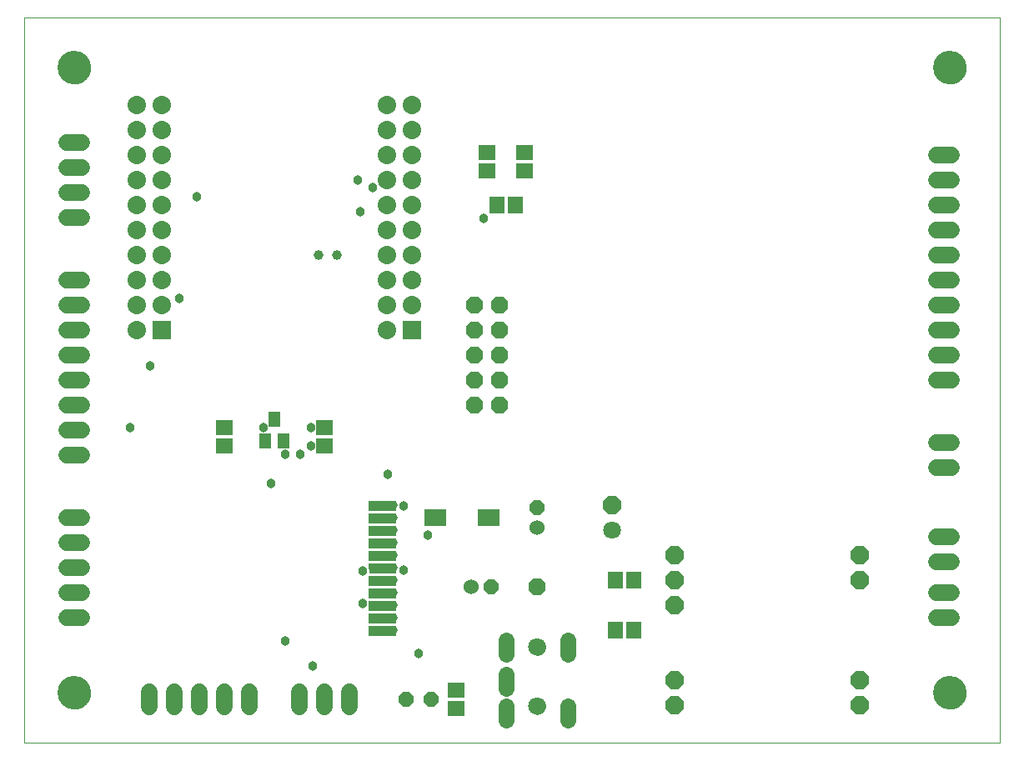
<source format=gts>
G75*
%MOIN*%
%OFA0B0*%
%FSLAX25Y25*%
%IPPOS*%
%LPD*%
%AMOC8*
5,1,8,0,0,1.08239X$1,22.5*
%
%ADD10C,0.00000*%
%ADD11C,0.00001*%
%ADD12C,0.06800*%
%ADD13OC8,0.06800*%
%ADD14C,0.06737*%
%ADD15C,0.13398*%
%ADD16OC8,0.07100*%
%ADD17C,0.07100*%
%ADD18OC8,0.06000*%
%ADD19C,0.06000*%
%ADD20R,0.05918X0.06706*%
%ADD21R,0.06706X0.05918*%
%ADD22R,0.04737X0.06312*%
%ADD23OC8,0.07099*%
%ADD24R,0.08674X0.07099*%
%ADD25C,0.03162*%
%ADD26C,0.06400*%
%ADD27C,0.07099*%
%ADD28R,0.07355X0.07355*%
%ADD29C,0.07355*%
%ADD30C,0.03800*%
%ADD31C,0.03900*%
D10*
X0001500Y0001500D02*
X0001500Y0291500D01*
X0391500Y0291500D01*
X0391421Y0001500D01*
X0001500Y0001500D01*
X0015201Y0021500D02*
X0015203Y0021658D01*
X0015209Y0021816D01*
X0015219Y0021974D01*
X0015233Y0022132D01*
X0015251Y0022289D01*
X0015272Y0022446D01*
X0015298Y0022602D01*
X0015328Y0022758D01*
X0015361Y0022913D01*
X0015399Y0023066D01*
X0015440Y0023219D01*
X0015485Y0023371D01*
X0015534Y0023522D01*
X0015587Y0023671D01*
X0015643Y0023819D01*
X0015703Y0023965D01*
X0015767Y0024110D01*
X0015835Y0024253D01*
X0015906Y0024395D01*
X0015980Y0024535D01*
X0016058Y0024672D01*
X0016140Y0024808D01*
X0016224Y0024942D01*
X0016313Y0025073D01*
X0016404Y0025202D01*
X0016499Y0025329D01*
X0016596Y0025454D01*
X0016697Y0025576D01*
X0016801Y0025695D01*
X0016908Y0025812D01*
X0017018Y0025926D01*
X0017131Y0026037D01*
X0017246Y0026146D01*
X0017364Y0026251D01*
X0017485Y0026353D01*
X0017608Y0026453D01*
X0017734Y0026549D01*
X0017862Y0026642D01*
X0017992Y0026732D01*
X0018125Y0026818D01*
X0018260Y0026902D01*
X0018396Y0026981D01*
X0018535Y0027058D01*
X0018676Y0027130D01*
X0018818Y0027200D01*
X0018962Y0027265D01*
X0019108Y0027327D01*
X0019255Y0027385D01*
X0019404Y0027440D01*
X0019554Y0027491D01*
X0019705Y0027538D01*
X0019857Y0027581D01*
X0020010Y0027620D01*
X0020165Y0027656D01*
X0020320Y0027687D01*
X0020476Y0027715D01*
X0020632Y0027739D01*
X0020789Y0027759D01*
X0020947Y0027775D01*
X0021104Y0027787D01*
X0021263Y0027795D01*
X0021421Y0027799D01*
X0021579Y0027799D01*
X0021737Y0027795D01*
X0021896Y0027787D01*
X0022053Y0027775D01*
X0022211Y0027759D01*
X0022368Y0027739D01*
X0022524Y0027715D01*
X0022680Y0027687D01*
X0022835Y0027656D01*
X0022990Y0027620D01*
X0023143Y0027581D01*
X0023295Y0027538D01*
X0023446Y0027491D01*
X0023596Y0027440D01*
X0023745Y0027385D01*
X0023892Y0027327D01*
X0024038Y0027265D01*
X0024182Y0027200D01*
X0024324Y0027130D01*
X0024465Y0027058D01*
X0024604Y0026981D01*
X0024740Y0026902D01*
X0024875Y0026818D01*
X0025008Y0026732D01*
X0025138Y0026642D01*
X0025266Y0026549D01*
X0025392Y0026453D01*
X0025515Y0026353D01*
X0025636Y0026251D01*
X0025754Y0026146D01*
X0025869Y0026037D01*
X0025982Y0025926D01*
X0026092Y0025812D01*
X0026199Y0025695D01*
X0026303Y0025576D01*
X0026404Y0025454D01*
X0026501Y0025329D01*
X0026596Y0025202D01*
X0026687Y0025073D01*
X0026776Y0024942D01*
X0026860Y0024808D01*
X0026942Y0024672D01*
X0027020Y0024535D01*
X0027094Y0024395D01*
X0027165Y0024253D01*
X0027233Y0024110D01*
X0027297Y0023965D01*
X0027357Y0023819D01*
X0027413Y0023671D01*
X0027466Y0023522D01*
X0027515Y0023371D01*
X0027560Y0023219D01*
X0027601Y0023066D01*
X0027639Y0022913D01*
X0027672Y0022758D01*
X0027702Y0022602D01*
X0027728Y0022446D01*
X0027749Y0022289D01*
X0027767Y0022132D01*
X0027781Y0021974D01*
X0027791Y0021816D01*
X0027797Y0021658D01*
X0027799Y0021500D01*
X0027797Y0021342D01*
X0027791Y0021184D01*
X0027781Y0021026D01*
X0027767Y0020868D01*
X0027749Y0020711D01*
X0027728Y0020554D01*
X0027702Y0020398D01*
X0027672Y0020242D01*
X0027639Y0020087D01*
X0027601Y0019934D01*
X0027560Y0019781D01*
X0027515Y0019629D01*
X0027466Y0019478D01*
X0027413Y0019329D01*
X0027357Y0019181D01*
X0027297Y0019035D01*
X0027233Y0018890D01*
X0027165Y0018747D01*
X0027094Y0018605D01*
X0027020Y0018465D01*
X0026942Y0018328D01*
X0026860Y0018192D01*
X0026776Y0018058D01*
X0026687Y0017927D01*
X0026596Y0017798D01*
X0026501Y0017671D01*
X0026404Y0017546D01*
X0026303Y0017424D01*
X0026199Y0017305D01*
X0026092Y0017188D01*
X0025982Y0017074D01*
X0025869Y0016963D01*
X0025754Y0016854D01*
X0025636Y0016749D01*
X0025515Y0016647D01*
X0025392Y0016547D01*
X0025266Y0016451D01*
X0025138Y0016358D01*
X0025008Y0016268D01*
X0024875Y0016182D01*
X0024740Y0016098D01*
X0024604Y0016019D01*
X0024465Y0015942D01*
X0024324Y0015870D01*
X0024182Y0015800D01*
X0024038Y0015735D01*
X0023892Y0015673D01*
X0023745Y0015615D01*
X0023596Y0015560D01*
X0023446Y0015509D01*
X0023295Y0015462D01*
X0023143Y0015419D01*
X0022990Y0015380D01*
X0022835Y0015344D01*
X0022680Y0015313D01*
X0022524Y0015285D01*
X0022368Y0015261D01*
X0022211Y0015241D01*
X0022053Y0015225D01*
X0021896Y0015213D01*
X0021737Y0015205D01*
X0021579Y0015201D01*
X0021421Y0015201D01*
X0021263Y0015205D01*
X0021104Y0015213D01*
X0020947Y0015225D01*
X0020789Y0015241D01*
X0020632Y0015261D01*
X0020476Y0015285D01*
X0020320Y0015313D01*
X0020165Y0015344D01*
X0020010Y0015380D01*
X0019857Y0015419D01*
X0019705Y0015462D01*
X0019554Y0015509D01*
X0019404Y0015560D01*
X0019255Y0015615D01*
X0019108Y0015673D01*
X0018962Y0015735D01*
X0018818Y0015800D01*
X0018676Y0015870D01*
X0018535Y0015942D01*
X0018396Y0016019D01*
X0018260Y0016098D01*
X0018125Y0016182D01*
X0017992Y0016268D01*
X0017862Y0016358D01*
X0017734Y0016451D01*
X0017608Y0016547D01*
X0017485Y0016647D01*
X0017364Y0016749D01*
X0017246Y0016854D01*
X0017131Y0016963D01*
X0017018Y0017074D01*
X0016908Y0017188D01*
X0016801Y0017305D01*
X0016697Y0017424D01*
X0016596Y0017546D01*
X0016499Y0017671D01*
X0016404Y0017798D01*
X0016313Y0017927D01*
X0016224Y0018058D01*
X0016140Y0018192D01*
X0016058Y0018328D01*
X0015980Y0018465D01*
X0015906Y0018605D01*
X0015835Y0018747D01*
X0015767Y0018890D01*
X0015703Y0019035D01*
X0015643Y0019181D01*
X0015587Y0019329D01*
X0015534Y0019478D01*
X0015485Y0019629D01*
X0015440Y0019781D01*
X0015399Y0019934D01*
X0015361Y0020087D01*
X0015328Y0020242D01*
X0015298Y0020398D01*
X0015272Y0020554D01*
X0015251Y0020711D01*
X0015233Y0020868D01*
X0015219Y0021026D01*
X0015209Y0021184D01*
X0015203Y0021342D01*
X0015201Y0021500D01*
X0139059Y0044650D02*
X0139059Y0048350D01*
X0149610Y0048350D01*
X0149610Y0044650D01*
X0139059Y0044650D01*
X0139059Y0049610D02*
X0139059Y0053390D01*
X0149610Y0053390D01*
X0149610Y0049610D01*
X0139059Y0049610D01*
X0139059Y0054650D02*
X0139059Y0058350D01*
X0149610Y0058350D01*
X0149610Y0054650D01*
X0139059Y0054650D01*
X0139059Y0059610D02*
X0139059Y0063390D01*
X0149610Y0063390D01*
X0149610Y0059610D01*
X0139059Y0059610D01*
X0139059Y0064650D02*
X0139059Y0068350D01*
X0149610Y0068350D01*
X0149610Y0064650D01*
X0139059Y0064650D01*
X0139531Y0069610D02*
X0139531Y0070713D01*
X0139138Y0071657D01*
X0139059Y0071736D01*
X0139059Y0073390D01*
X0149610Y0073390D01*
X0149610Y0069610D01*
X0139531Y0069610D01*
X0139059Y0074650D02*
X0139059Y0078350D01*
X0149610Y0078350D01*
X0149610Y0074650D01*
X0139059Y0074650D01*
X0139059Y0079610D02*
X0139059Y0083390D01*
X0149610Y0083390D01*
X0149610Y0079610D01*
X0139059Y0079610D01*
X0139059Y0084650D02*
X0139059Y0088350D01*
X0149689Y0088350D01*
X0149689Y0084650D01*
X0139059Y0084650D01*
X0139059Y0089610D02*
X0139059Y0093390D01*
X0149689Y0093390D01*
X0149689Y0089610D01*
X0139059Y0089610D01*
X0139059Y0094650D02*
X0139059Y0098350D01*
X0149689Y0098350D01*
X0149689Y0094650D01*
X0139059Y0094650D01*
X0203350Y0039827D02*
X0203352Y0039939D01*
X0203358Y0040050D01*
X0203368Y0040162D01*
X0203382Y0040273D01*
X0203399Y0040383D01*
X0203421Y0040493D01*
X0203447Y0040602D01*
X0203476Y0040710D01*
X0203509Y0040816D01*
X0203546Y0040922D01*
X0203587Y0041026D01*
X0203632Y0041129D01*
X0203680Y0041230D01*
X0203731Y0041329D01*
X0203786Y0041426D01*
X0203845Y0041521D01*
X0203906Y0041615D01*
X0203971Y0041706D01*
X0204040Y0041794D01*
X0204111Y0041880D01*
X0204185Y0041964D01*
X0204263Y0042044D01*
X0204343Y0042122D01*
X0204426Y0042198D01*
X0204511Y0042270D01*
X0204599Y0042339D01*
X0204689Y0042405D01*
X0204782Y0042467D01*
X0204877Y0042527D01*
X0204974Y0042583D01*
X0205072Y0042635D01*
X0205173Y0042684D01*
X0205275Y0042729D01*
X0205379Y0042771D01*
X0205484Y0042809D01*
X0205591Y0042843D01*
X0205698Y0042873D01*
X0205807Y0042900D01*
X0205916Y0042922D01*
X0206027Y0042941D01*
X0206137Y0042956D01*
X0206249Y0042967D01*
X0206360Y0042974D01*
X0206472Y0042977D01*
X0206584Y0042976D01*
X0206696Y0042971D01*
X0206807Y0042962D01*
X0206918Y0042949D01*
X0207029Y0042932D01*
X0207139Y0042912D01*
X0207248Y0042887D01*
X0207356Y0042859D01*
X0207463Y0042826D01*
X0207569Y0042790D01*
X0207673Y0042750D01*
X0207776Y0042707D01*
X0207878Y0042660D01*
X0207977Y0042609D01*
X0208075Y0042555D01*
X0208171Y0042497D01*
X0208265Y0042436D01*
X0208356Y0042372D01*
X0208445Y0042305D01*
X0208532Y0042234D01*
X0208616Y0042160D01*
X0208698Y0042084D01*
X0208776Y0042004D01*
X0208852Y0041922D01*
X0208925Y0041837D01*
X0208995Y0041750D01*
X0209061Y0041660D01*
X0209125Y0041568D01*
X0209185Y0041474D01*
X0209242Y0041378D01*
X0209295Y0041279D01*
X0209345Y0041179D01*
X0209391Y0041078D01*
X0209434Y0040974D01*
X0209473Y0040869D01*
X0209508Y0040763D01*
X0209539Y0040656D01*
X0209567Y0040547D01*
X0209590Y0040438D01*
X0209610Y0040328D01*
X0209626Y0040217D01*
X0209638Y0040106D01*
X0209646Y0039995D01*
X0209650Y0039883D01*
X0209650Y0039771D01*
X0209646Y0039659D01*
X0209638Y0039548D01*
X0209626Y0039437D01*
X0209610Y0039326D01*
X0209590Y0039216D01*
X0209567Y0039107D01*
X0209539Y0038998D01*
X0209508Y0038891D01*
X0209473Y0038785D01*
X0209434Y0038680D01*
X0209391Y0038576D01*
X0209345Y0038475D01*
X0209295Y0038375D01*
X0209242Y0038276D01*
X0209185Y0038180D01*
X0209125Y0038086D01*
X0209061Y0037994D01*
X0208995Y0037904D01*
X0208925Y0037817D01*
X0208852Y0037732D01*
X0208776Y0037650D01*
X0208698Y0037570D01*
X0208616Y0037494D01*
X0208532Y0037420D01*
X0208445Y0037349D01*
X0208356Y0037282D01*
X0208265Y0037218D01*
X0208171Y0037157D01*
X0208075Y0037099D01*
X0207977Y0037045D01*
X0207878Y0036994D01*
X0207776Y0036947D01*
X0207673Y0036904D01*
X0207569Y0036864D01*
X0207463Y0036828D01*
X0207356Y0036795D01*
X0207248Y0036767D01*
X0207139Y0036742D01*
X0207029Y0036722D01*
X0206918Y0036705D01*
X0206807Y0036692D01*
X0206696Y0036683D01*
X0206584Y0036678D01*
X0206472Y0036677D01*
X0206360Y0036680D01*
X0206249Y0036687D01*
X0206137Y0036698D01*
X0206027Y0036713D01*
X0205916Y0036732D01*
X0205807Y0036754D01*
X0205698Y0036781D01*
X0205591Y0036811D01*
X0205484Y0036845D01*
X0205379Y0036883D01*
X0205275Y0036925D01*
X0205173Y0036970D01*
X0205072Y0037019D01*
X0204974Y0037071D01*
X0204877Y0037127D01*
X0204782Y0037187D01*
X0204689Y0037249D01*
X0204599Y0037315D01*
X0204511Y0037384D01*
X0204426Y0037456D01*
X0204343Y0037532D01*
X0204263Y0037610D01*
X0204185Y0037690D01*
X0204111Y0037774D01*
X0204040Y0037860D01*
X0203971Y0037948D01*
X0203906Y0038039D01*
X0203845Y0038133D01*
X0203786Y0038228D01*
X0203731Y0038325D01*
X0203680Y0038424D01*
X0203632Y0038525D01*
X0203587Y0038628D01*
X0203546Y0038732D01*
X0203509Y0038838D01*
X0203476Y0038944D01*
X0203447Y0039052D01*
X0203421Y0039161D01*
X0203399Y0039271D01*
X0203382Y0039381D01*
X0203368Y0039492D01*
X0203358Y0039604D01*
X0203352Y0039715D01*
X0203350Y0039827D01*
X0203350Y0016205D02*
X0203352Y0016317D01*
X0203358Y0016428D01*
X0203368Y0016540D01*
X0203382Y0016651D01*
X0203399Y0016761D01*
X0203421Y0016871D01*
X0203447Y0016980D01*
X0203476Y0017088D01*
X0203509Y0017194D01*
X0203546Y0017300D01*
X0203587Y0017404D01*
X0203632Y0017507D01*
X0203680Y0017608D01*
X0203731Y0017707D01*
X0203786Y0017804D01*
X0203845Y0017899D01*
X0203906Y0017993D01*
X0203971Y0018084D01*
X0204040Y0018172D01*
X0204111Y0018258D01*
X0204185Y0018342D01*
X0204263Y0018422D01*
X0204343Y0018500D01*
X0204426Y0018576D01*
X0204511Y0018648D01*
X0204599Y0018717D01*
X0204689Y0018783D01*
X0204782Y0018845D01*
X0204877Y0018905D01*
X0204974Y0018961D01*
X0205072Y0019013D01*
X0205173Y0019062D01*
X0205275Y0019107D01*
X0205379Y0019149D01*
X0205484Y0019187D01*
X0205591Y0019221D01*
X0205698Y0019251D01*
X0205807Y0019278D01*
X0205916Y0019300D01*
X0206027Y0019319D01*
X0206137Y0019334D01*
X0206249Y0019345D01*
X0206360Y0019352D01*
X0206472Y0019355D01*
X0206584Y0019354D01*
X0206696Y0019349D01*
X0206807Y0019340D01*
X0206918Y0019327D01*
X0207029Y0019310D01*
X0207139Y0019290D01*
X0207248Y0019265D01*
X0207356Y0019237D01*
X0207463Y0019204D01*
X0207569Y0019168D01*
X0207673Y0019128D01*
X0207776Y0019085D01*
X0207878Y0019038D01*
X0207977Y0018987D01*
X0208075Y0018933D01*
X0208171Y0018875D01*
X0208265Y0018814D01*
X0208356Y0018750D01*
X0208445Y0018683D01*
X0208532Y0018612D01*
X0208616Y0018538D01*
X0208698Y0018462D01*
X0208776Y0018382D01*
X0208852Y0018300D01*
X0208925Y0018215D01*
X0208995Y0018128D01*
X0209061Y0018038D01*
X0209125Y0017946D01*
X0209185Y0017852D01*
X0209242Y0017756D01*
X0209295Y0017657D01*
X0209345Y0017557D01*
X0209391Y0017456D01*
X0209434Y0017352D01*
X0209473Y0017247D01*
X0209508Y0017141D01*
X0209539Y0017034D01*
X0209567Y0016925D01*
X0209590Y0016816D01*
X0209610Y0016706D01*
X0209626Y0016595D01*
X0209638Y0016484D01*
X0209646Y0016373D01*
X0209650Y0016261D01*
X0209650Y0016149D01*
X0209646Y0016037D01*
X0209638Y0015926D01*
X0209626Y0015815D01*
X0209610Y0015704D01*
X0209590Y0015594D01*
X0209567Y0015485D01*
X0209539Y0015376D01*
X0209508Y0015269D01*
X0209473Y0015163D01*
X0209434Y0015058D01*
X0209391Y0014954D01*
X0209345Y0014853D01*
X0209295Y0014753D01*
X0209242Y0014654D01*
X0209185Y0014558D01*
X0209125Y0014464D01*
X0209061Y0014372D01*
X0208995Y0014282D01*
X0208925Y0014195D01*
X0208852Y0014110D01*
X0208776Y0014028D01*
X0208698Y0013948D01*
X0208616Y0013872D01*
X0208532Y0013798D01*
X0208445Y0013727D01*
X0208356Y0013660D01*
X0208265Y0013596D01*
X0208171Y0013535D01*
X0208075Y0013477D01*
X0207977Y0013423D01*
X0207878Y0013372D01*
X0207776Y0013325D01*
X0207673Y0013282D01*
X0207569Y0013242D01*
X0207463Y0013206D01*
X0207356Y0013173D01*
X0207248Y0013145D01*
X0207139Y0013120D01*
X0207029Y0013100D01*
X0206918Y0013083D01*
X0206807Y0013070D01*
X0206696Y0013061D01*
X0206584Y0013056D01*
X0206472Y0013055D01*
X0206360Y0013058D01*
X0206249Y0013065D01*
X0206137Y0013076D01*
X0206027Y0013091D01*
X0205916Y0013110D01*
X0205807Y0013132D01*
X0205698Y0013159D01*
X0205591Y0013189D01*
X0205484Y0013223D01*
X0205379Y0013261D01*
X0205275Y0013303D01*
X0205173Y0013348D01*
X0205072Y0013397D01*
X0204974Y0013449D01*
X0204877Y0013505D01*
X0204782Y0013565D01*
X0204689Y0013627D01*
X0204599Y0013693D01*
X0204511Y0013762D01*
X0204426Y0013834D01*
X0204343Y0013910D01*
X0204263Y0013988D01*
X0204185Y0014068D01*
X0204111Y0014152D01*
X0204040Y0014238D01*
X0203971Y0014326D01*
X0203906Y0014417D01*
X0203845Y0014511D01*
X0203786Y0014606D01*
X0203731Y0014703D01*
X0203680Y0014802D01*
X0203632Y0014903D01*
X0203587Y0015006D01*
X0203546Y0015110D01*
X0203509Y0015216D01*
X0203476Y0015322D01*
X0203447Y0015430D01*
X0203421Y0015539D01*
X0203399Y0015649D01*
X0203382Y0015759D01*
X0203368Y0015870D01*
X0203358Y0015982D01*
X0203352Y0016093D01*
X0203350Y0016205D01*
X0365201Y0021500D02*
X0365203Y0021658D01*
X0365209Y0021816D01*
X0365219Y0021974D01*
X0365233Y0022132D01*
X0365251Y0022289D01*
X0365272Y0022446D01*
X0365298Y0022602D01*
X0365328Y0022758D01*
X0365361Y0022913D01*
X0365399Y0023066D01*
X0365440Y0023219D01*
X0365485Y0023371D01*
X0365534Y0023522D01*
X0365587Y0023671D01*
X0365643Y0023819D01*
X0365703Y0023965D01*
X0365767Y0024110D01*
X0365835Y0024253D01*
X0365906Y0024395D01*
X0365980Y0024535D01*
X0366058Y0024672D01*
X0366140Y0024808D01*
X0366224Y0024942D01*
X0366313Y0025073D01*
X0366404Y0025202D01*
X0366499Y0025329D01*
X0366596Y0025454D01*
X0366697Y0025576D01*
X0366801Y0025695D01*
X0366908Y0025812D01*
X0367018Y0025926D01*
X0367131Y0026037D01*
X0367246Y0026146D01*
X0367364Y0026251D01*
X0367485Y0026353D01*
X0367608Y0026453D01*
X0367734Y0026549D01*
X0367862Y0026642D01*
X0367992Y0026732D01*
X0368125Y0026818D01*
X0368260Y0026902D01*
X0368396Y0026981D01*
X0368535Y0027058D01*
X0368676Y0027130D01*
X0368818Y0027200D01*
X0368962Y0027265D01*
X0369108Y0027327D01*
X0369255Y0027385D01*
X0369404Y0027440D01*
X0369554Y0027491D01*
X0369705Y0027538D01*
X0369857Y0027581D01*
X0370010Y0027620D01*
X0370165Y0027656D01*
X0370320Y0027687D01*
X0370476Y0027715D01*
X0370632Y0027739D01*
X0370789Y0027759D01*
X0370947Y0027775D01*
X0371104Y0027787D01*
X0371263Y0027795D01*
X0371421Y0027799D01*
X0371579Y0027799D01*
X0371737Y0027795D01*
X0371896Y0027787D01*
X0372053Y0027775D01*
X0372211Y0027759D01*
X0372368Y0027739D01*
X0372524Y0027715D01*
X0372680Y0027687D01*
X0372835Y0027656D01*
X0372990Y0027620D01*
X0373143Y0027581D01*
X0373295Y0027538D01*
X0373446Y0027491D01*
X0373596Y0027440D01*
X0373745Y0027385D01*
X0373892Y0027327D01*
X0374038Y0027265D01*
X0374182Y0027200D01*
X0374324Y0027130D01*
X0374465Y0027058D01*
X0374604Y0026981D01*
X0374740Y0026902D01*
X0374875Y0026818D01*
X0375008Y0026732D01*
X0375138Y0026642D01*
X0375266Y0026549D01*
X0375392Y0026453D01*
X0375515Y0026353D01*
X0375636Y0026251D01*
X0375754Y0026146D01*
X0375869Y0026037D01*
X0375982Y0025926D01*
X0376092Y0025812D01*
X0376199Y0025695D01*
X0376303Y0025576D01*
X0376404Y0025454D01*
X0376501Y0025329D01*
X0376596Y0025202D01*
X0376687Y0025073D01*
X0376776Y0024942D01*
X0376860Y0024808D01*
X0376942Y0024672D01*
X0377020Y0024535D01*
X0377094Y0024395D01*
X0377165Y0024253D01*
X0377233Y0024110D01*
X0377297Y0023965D01*
X0377357Y0023819D01*
X0377413Y0023671D01*
X0377466Y0023522D01*
X0377515Y0023371D01*
X0377560Y0023219D01*
X0377601Y0023066D01*
X0377639Y0022913D01*
X0377672Y0022758D01*
X0377702Y0022602D01*
X0377728Y0022446D01*
X0377749Y0022289D01*
X0377767Y0022132D01*
X0377781Y0021974D01*
X0377791Y0021816D01*
X0377797Y0021658D01*
X0377799Y0021500D01*
X0377797Y0021342D01*
X0377791Y0021184D01*
X0377781Y0021026D01*
X0377767Y0020868D01*
X0377749Y0020711D01*
X0377728Y0020554D01*
X0377702Y0020398D01*
X0377672Y0020242D01*
X0377639Y0020087D01*
X0377601Y0019934D01*
X0377560Y0019781D01*
X0377515Y0019629D01*
X0377466Y0019478D01*
X0377413Y0019329D01*
X0377357Y0019181D01*
X0377297Y0019035D01*
X0377233Y0018890D01*
X0377165Y0018747D01*
X0377094Y0018605D01*
X0377020Y0018465D01*
X0376942Y0018328D01*
X0376860Y0018192D01*
X0376776Y0018058D01*
X0376687Y0017927D01*
X0376596Y0017798D01*
X0376501Y0017671D01*
X0376404Y0017546D01*
X0376303Y0017424D01*
X0376199Y0017305D01*
X0376092Y0017188D01*
X0375982Y0017074D01*
X0375869Y0016963D01*
X0375754Y0016854D01*
X0375636Y0016749D01*
X0375515Y0016647D01*
X0375392Y0016547D01*
X0375266Y0016451D01*
X0375138Y0016358D01*
X0375008Y0016268D01*
X0374875Y0016182D01*
X0374740Y0016098D01*
X0374604Y0016019D01*
X0374465Y0015942D01*
X0374324Y0015870D01*
X0374182Y0015800D01*
X0374038Y0015735D01*
X0373892Y0015673D01*
X0373745Y0015615D01*
X0373596Y0015560D01*
X0373446Y0015509D01*
X0373295Y0015462D01*
X0373143Y0015419D01*
X0372990Y0015380D01*
X0372835Y0015344D01*
X0372680Y0015313D01*
X0372524Y0015285D01*
X0372368Y0015261D01*
X0372211Y0015241D01*
X0372053Y0015225D01*
X0371896Y0015213D01*
X0371737Y0015205D01*
X0371579Y0015201D01*
X0371421Y0015201D01*
X0371263Y0015205D01*
X0371104Y0015213D01*
X0370947Y0015225D01*
X0370789Y0015241D01*
X0370632Y0015261D01*
X0370476Y0015285D01*
X0370320Y0015313D01*
X0370165Y0015344D01*
X0370010Y0015380D01*
X0369857Y0015419D01*
X0369705Y0015462D01*
X0369554Y0015509D01*
X0369404Y0015560D01*
X0369255Y0015615D01*
X0369108Y0015673D01*
X0368962Y0015735D01*
X0368818Y0015800D01*
X0368676Y0015870D01*
X0368535Y0015942D01*
X0368396Y0016019D01*
X0368260Y0016098D01*
X0368125Y0016182D01*
X0367992Y0016268D01*
X0367862Y0016358D01*
X0367734Y0016451D01*
X0367608Y0016547D01*
X0367485Y0016647D01*
X0367364Y0016749D01*
X0367246Y0016854D01*
X0367131Y0016963D01*
X0367018Y0017074D01*
X0366908Y0017188D01*
X0366801Y0017305D01*
X0366697Y0017424D01*
X0366596Y0017546D01*
X0366499Y0017671D01*
X0366404Y0017798D01*
X0366313Y0017927D01*
X0366224Y0018058D01*
X0366140Y0018192D01*
X0366058Y0018328D01*
X0365980Y0018465D01*
X0365906Y0018605D01*
X0365835Y0018747D01*
X0365767Y0018890D01*
X0365703Y0019035D01*
X0365643Y0019181D01*
X0365587Y0019329D01*
X0365534Y0019478D01*
X0365485Y0019629D01*
X0365440Y0019781D01*
X0365399Y0019934D01*
X0365361Y0020087D01*
X0365328Y0020242D01*
X0365298Y0020398D01*
X0365272Y0020554D01*
X0365251Y0020711D01*
X0365233Y0020868D01*
X0365219Y0021026D01*
X0365209Y0021184D01*
X0365203Y0021342D01*
X0365201Y0021500D01*
X0365201Y0271500D02*
X0365203Y0271658D01*
X0365209Y0271816D01*
X0365219Y0271974D01*
X0365233Y0272132D01*
X0365251Y0272289D01*
X0365272Y0272446D01*
X0365298Y0272602D01*
X0365328Y0272758D01*
X0365361Y0272913D01*
X0365399Y0273066D01*
X0365440Y0273219D01*
X0365485Y0273371D01*
X0365534Y0273522D01*
X0365587Y0273671D01*
X0365643Y0273819D01*
X0365703Y0273965D01*
X0365767Y0274110D01*
X0365835Y0274253D01*
X0365906Y0274395D01*
X0365980Y0274535D01*
X0366058Y0274672D01*
X0366140Y0274808D01*
X0366224Y0274942D01*
X0366313Y0275073D01*
X0366404Y0275202D01*
X0366499Y0275329D01*
X0366596Y0275454D01*
X0366697Y0275576D01*
X0366801Y0275695D01*
X0366908Y0275812D01*
X0367018Y0275926D01*
X0367131Y0276037D01*
X0367246Y0276146D01*
X0367364Y0276251D01*
X0367485Y0276353D01*
X0367608Y0276453D01*
X0367734Y0276549D01*
X0367862Y0276642D01*
X0367992Y0276732D01*
X0368125Y0276818D01*
X0368260Y0276902D01*
X0368396Y0276981D01*
X0368535Y0277058D01*
X0368676Y0277130D01*
X0368818Y0277200D01*
X0368962Y0277265D01*
X0369108Y0277327D01*
X0369255Y0277385D01*
X0369404Y0277440D01*
X0369554Y0277491D01*
X0369705Y0277538D01*
X0369857Y0277581D01*
X0370010Y0277620D01*
X0370165Y0277656D01*
X0370320Y0277687D01*
X0370476Y0277715D01*
X0370632Y0277739D01*
X0370789Y0277759D01*
X0370947Y0277775D01*
X0371104Y0277787D01*
X0371263Y0277795D01*
X0371421Y0277799D01*
X0371579Y0277799D01*
X0371737Y0277795D01*
X0371896Y0277787D01*
X0372053Y0277775D01*
X0372211Y0277759D01*
X0372368Y0277739D01*
X0372524Y0277715D01*
X0372680Y0277687D01*
X0372835Y0277656D01*
X0372990Y0277620D01*
X0373143Y0277581D01*
X0373295Y0277538D01*
X0373446Y0277491D01*
X0373596Y0277440D01*
X0373745Y0277385D01*
X0373892Y0277327D01*
X0374038Y0277265D01*
X0374182Y0277200D01*
X0374324Y0277130D01*
X0374465Y0277058D01*
X0374604Y0276981D01*
X0374740Y0276902D01*
X0374875Y0276818D01*
X0375008Y0276732D01*
X0375138Y0276642D01*
X0375266Y0276549D01*
X0375392Y0276453D01*
X0375515Y0276353D01*
X0375636Y0276251D01*
X0375754Y0276146D01*
X0375869Y0276037D01*
X0375982Y0275926D01*
X0376092Y0275812D01*
X0376199Y0275695D01*
X0376303Y0275576D01*
X0376404Y0275454D01*
X0376501Y0275329D01*
X0376596Y0275202D01*
X0376687Y0275073D01*
X0376776Y0274942D01*
X0376860Y0274808D01*
X0376942Y0274672D01*
X0377020Y0274535D01*
X0377094Y0274395D01*
X0377165Y0274253D01*
X0377233Y0274110D01*
X0377297Y0273965D01*
X0377357Y0273819D01*
X0377413Y0273671D01*
X0377466Y0273522D01*
X0377515Y0273371D01*
X0377560Y0273219D01*
X0377601Y0273066D01*
X0377639Y0272913D01*
X0377672Y0272758D01*
X0377702Y0272602D01*
X0377728Y0272446D01*
X0377749Y0272289D01*
X0377767Y0272132D01*
X0377781Y0271974D01*
X0377791Y0271816D01*
X0377797Y0271658D01*
X0377799Y0271500D01*
X0377797Y0271342D01*
X0377791Y0271184D01*
X0377781Y0271026D01*
X0377767Y0270868D01*
X0377749Y0270711D01*
X0377728Y0270554D01*
X0377702Y0270398D01*
X0377672Y0270242D01*
X0377639Y0270087D01*
X0377601Y0269934D01*
X0377560Y0269781D01*
X0377515Y0269629D01*
X0377466Y0269478D01*
X0377413Y0269329D01*
X0377357Y0269181D01*
X0377297Y0269035D01*
X0377233Y0268890D01*
X0377165Y0268747D01*
X0377094Y0268605D01*
X0377020Y0268465D01*
X0376942Y0268328D01*
X0376860Y0268192D01*
X0376776Y0268058D01*
X0376687Y0267927D01*
X0376596Y0267798D01*
X0376501Y0267671D01*
X0376404Y0267546D01*
X0376303Y0267424D01*
X0376199Y0267305D01*
X0376092Y0267188D01*
X0375982Y0267074D01*
X0375869Y0266963D01*
X0375754Y0266854D01*
X0375636Y0266749D01*
X0375515Y0266647D01*
X0375392Y0266547D01*
X0375266Y0266451D01*
X0375138Y0266358D01*
X0375008Y0266268D01*
X0374875Y0266182D01*
X0374740Y0266098D01*
X0374604Y0266019D01*
X0374465Y0265942D01*
X0374324Y0265870D01*
X0374182Y0265800D01*
X0374038Y0265735D01*
X0373892Y0265673D01*
X0373745Y0265615D01*
X0373596Y0265560D01*
X0373446Y0265509D01*
X0373295Y0265462D01*
X0373143Y0265419D01*
X0372990Y0265380D01*
X0372835Y0265344D01*
X0372680Y0265313D01*
X0372524Y0265285D01*
X0372368Y0265261D01*
X0372211Y0265241D01*
X0372053Y0265225D01*
X0371896Y0265213D01*
X0371737Y0265205D01*
X0371579Y0265201D01*
X0371421Y0265201D01*
X0371263Y0265205D01*
X0371104Y0265213D01*
X0370947Y0265225D01*
X0370789Y0265241D01*
X0370632Y0265261D01*
X0370476Y0265285D01*
X0370320Y0265313D01*
X0370165Y0265344D01*
X0370010Y0265380D01*
X0369857Y0265419D01*
X0369705Y0265462D01*
X0369554Y0265509D01*
X0369404Y0265560D01*
X0369255Y0265615D01*
X0369108Y0265673D01*
X0368962Y0265735D01*
X0368818Y0265800D01*
X0368676Y0265870D01*
X0368535Y0265942D01*
X0368396Y0266019D01*
X0368260Y0266098D01*
X0368125Y0266182D01*
X0367992Y0266268D01*
X0367862Y0266358D01*
X0367734Y0266451D01*
X0367608Y0266547D01*
X0367485Y0266647D01*
X0367364Y0266749D01*
X0367246Y0266854D01*
X0367131Y0266963D01*
X0367018Y0267074D01*
X0366908Y0267188D01*
X0366801Y0267305D01*
X0366697Y0267424D01*
X0366596Y0267546D01*
X0366499Y0267671D01*
X0366404Y0267798D01*
X0366313Y0267927D01*
X0366224Y0268058D01*
X0366140Y0268192D01*
X0366058Y0268328D01*
X0365980Y0268465D01*
X0365906Y0268605D01*
X0365835Y0268747D01*
X0365767Y0268890D01*
X0365703Y0269035D01*
X0365643Y0269181D01*
X0365587Y0269329D01*
X0365534Y0269478D01*
X0365485Y0269629D01*
X0365440Y0269781D01*
X0365399Y0269934D01*
X0365361Y0270087D01*
X0365328Y0270242D01*
X0365298Y0270398D01*
X0365272Y0270554D01*
X0365251Y0270711D01*
X0365233Y0270868D01*
X0365219Y0271026D01*
X0365209Y0271184D01*
X0365203Y0271342D01*
X0365201Y0271500D01*
X0015201Y0271500D02*
X0015203Y0271658D01*
X0015209Y0271816D01*
X0015219Y0271974D01*
X0015233Y0272132D01*
X0015251Y0272289D01*
X0015272Y0272446D01*
X0015298Y0272602D01*
X0015328Y0272758D01*
X0015361Y0272913D01*
X0015399Y0273066D01*
X0015440Y0273219D01*
X0015485Y0273371D01*
X0015534Y0273522D01*
X0015587Y0273671D01*
X0015643Y0273819D01*
X0015703Y0273965D01*
X0015767Y0274110D01*
X0015835Y0274253D01*
X0015906Y0274395D01*
X0015980Y0274535D01*
X0016058Y0274672D01*
X0016140Y0274808D01*
X0016224Y0274942D01*
X0016313Y0275073D01*
X0016404Y0275202D01*
X0016499Y0275329D01*
X0016596Y0275454D01*
X0016697Y0275576D01*
X0016801Y0275695D01*
X0016908Y0275812D01*
X0017018Y0275926D01*
X0017131Y0276037D01*
X0017246Y0276146D01*
X0017364Y0276251D01*
X0017485Y0276353D01*
X0017608Y0276453D01*
X0017734Y0276549D01*
X0017862Y0276642D01*
X0017992Y0276732D01*
X0018125Y0276818D01*
X0018260Y0276902D01*
X0018396Y0276981D01*
X0018535Y0277058D01*
X0018676Y0277130D01*
X0018818Y0277200D01*
X0018962Y0277265D01*
X0019108Y0277327D01*
X0019255Y0277385D01*
X0019404Y0277440D01*
X0019554Y0277491D01*
X0019705Y0277538D01*
X0019857Y0277581D01*
X0020010Y0277620D01*
X0020165Y0277656D01*
X0020320Y0277687D01*
X0020476Y0277715D01*
X0020632Y0277739D01*
X0020789Y0277759D01*
X0020947Y0277775D01*
X0021104Y0277787D01*
X0021263Y0277795D01*
X0021421Y0277799D01*
X0021579Y0277799D01*
X0021737Y0277795D01*
X0021896Y0277787D01*
X0022053Y0277775D01*
X0022211Y0277759D01*
X0022368Y0277739D01*
X0022524Y0277715D01*
X0022680Y0277687D01*
X0022835Y0277656D01*
X0022990Y0277620D01*
X0023143Y0277581D01*
X0023295Y0277538D01*
X0023446Y0277491D01*
X0023596Y0277440D01*
X0023745Y0277385D01*
X0023892Y0277327D01*
X0024038Y0277265D01*
X0024182Y0277200D01*
X0024324Y0277130D01*
X0024465Y0277058D01*
X0024604Y0276981D01*
X0024740Y0276902D01*
X0024875Y0276818D01*
X0025008Y0276732D01*
X0025138Y0276642D01*
X0025266Y0276549D01*
X0025392Y0276453D01*
X0025515Y0276353D01*
X0025636Y0276251D01*
X0025754Y0276146D01*
X0025869Y0276037D01*
X0025982Y0275926D01*
X0026092Y0275812D01*
X0026199Y0275695D01*
X0026303Y0275576D01*
X0026404Y0275454D01*
X0026501Y0275329D01*
X0026596Y0275202D01*
X0026687Y0275073D01*
X0026776Y0274942D01*
X0026860Y0274808D01*
X0026942Y0274672D01*
X0027020Y0274535D01*
X0027094Y0274395D01*
X0027165Y0274253D01*
X0027233Y0274110D01*
X0027297Y0273965D01*
X0027357Y0273819D01*
X0027413Y0273671D01*
X0027466Y0273522D01*
X0027515Y0273371D01*
X0027560Y0273219D01*
X0027601Y0273066D01*
X0027639Y0272913D01*
X0027672Y0272758D01*
X0027702Y0272602D01*
X0027728Y0272446D01*
X0027749Y0272289D01*
X0027767Y0272132D01*
X0027781Y0271974D01*
X0027791Y0271816D01*
X0027797Y0271658D01*
X0027799Y0271500D01*
X0027797Y0271342D01*
X0027791Y0271184D01*
X0027781Y0271026D01*
X0027767Y0270868D01*
X0027749Y0270711D01*
X0027728Y0270554D01*
X0027702Y0270398D01*
X0027672Y0270242D01*
X0027639Y0270087D01*
X0027601Y0269934D01*
X0027560Y0269781D01*
X0027515Y0269629D01*
X0027466Y0269478D01*
X0027413Y0269329D01*
X0027357Y0269181D01*
X0027297Y0269035D01*
X0027233Y0268890D01*
X0027165Y0268747D01*
X0027094Y0268605D01*
X0027020Y0268465D01*
X0026942Y0268328D01*
X0026860Y0268192D01*
X0026776Y0268058D01*
X0026687Y0267927D01*
X0026596Y0267798D01*
X0026501Y0267671D01*
X0026404Y0267546D01*
X0026303Y0267424D01*
X0026199Y0267305D01*
X0026092Y0267188D01*
X0025982Y0267074D01*
X0025869Y0266963D01*
X0025754Y0266854D01*
X0025636Y0266749D01*
X0025515Y0266647D01*
X0025392Y0266547D01*
X0025266Y0266451D01*
X0025138Y0266358D01*
X0025008Y0266268D01*
X0024875Y0266182D01*
X0024740Y0266098D01*
X0024604Y0266019D01*
X0024465Y0265942D01*
X0024324Y0265870D01*
X0024182Y0265800D01*
X0024038Y0265735D01*
X0023892Y0265673D01*
X0023745Y0265615D01*
X0023596Y0265560D01*
X0023446Y0265509D01*
X0023295Y0265462D01*
X0023143Y0265419D01*
X0022990Y0265380D01*
X0022835Y0265344D01*
X0022680Y0265313D01*
X0022524Y0265285D01*
X0022368Y0265261D01*
X0022211Y0265241D01*
X0022053Y0265225D01*
X0021896Y0265213D01*
X0021737Y0265205D01*
X0021579Y0265201D01*
X0021421Y0265201D01*
X0021263Y0265205D01*
X0021104Y0265213D01*
X0020947Y0265225D01*
X0020789Y0265241D01*
X0020632Y0265261D01*
X0020476Y0265285D01*
X0020320Y0265313D01*
X0020165Y0265344D01*
X0020010Y0265380D01*
X0019857Y0265419D01*
X0019705Y0265462D01*
X0019554Y0265509D01*
X0019404Y0265560D01*
X0019255Y0265615D01*
X0019108Y0265673D01*
X0018962Y0265735D01*
X0018818Y0265800D01*
X0018676Y0265870D01*
X0018535Y0265942D01*
X0018396Y0266019D01*
X0018260Y0266098D01*
X0018125Y0266182D01*
X0017992Y0266268D01*
X0017862Y0266358D01*
X0017734Y0266451D01*
X0017608Y0266547D01*
X0017485Y0266647D01*
X0017364Y0266749D01*
X0017246Y0266854D01*
X0017131Y0266963D01*
X0017018Y0267074D01*
X0016908Y0267188D01*
X0016801Y0267305D01*
X0016697Y0267424D01*
X0016596Y0267546D01*
X0016499Y0267671D01*
X0016404Y0267798D01*
X0016313Y0267927D01*
X0016224Y0268058D01*
X0016140Y0268192D01*
X0016058Y0268328D01*
X0015980Y0268465D01*
X0015906Y0268605D01*
X0015835Y0268747D01*
X0015767Y0268890D01*
X0015703Y0269035D01*
X0015643Y0269181D01*
X0015587Y0269329D01*
X0015534Y0269478D01*
X0015485Y0269629D01*
X0015440Y0269781D01*
X0015399Y0269934D01*
X0015361Y0270087D01*
X0015328Y0270242D01*
X0015298Y0270398D01*
X0015272Y0270554D01*
X0015251Y0270711D01*
X0015233Y0270868D01*
X0015219Y0271026D01*
X0015209Y0271184D01*
X0015203Y0271342D01*
X0015201Y0271500D01*
D11*
X0139059Y0098349D02*
X0149689Y0098349D01*
X0149689Y0098348D02*
X0139059Y0098348D01*
X0139059Y0098347D02*
X0149689Y0098347D01*
X0149689Y0098346D02*
X0139059Y0098346D01*
X0139059Y0098345D02*
X0149689Y0098345D01*
X0149689Y0098344D02*
X0139059Y0098344D01*
X0149689Y0098344D01*
X0149689Y0098343D02*
X0139059Y0098343D01*
X0139059Y0098342D02*
X0149689Y0098342D01*
X0149689Y0098341D02*
X0139059Y0098341D01*
X0139059Y0098340D02*
X0149689Y0098340D01*
X0149689Y0098339D02*
X0139059Y0098339D01*
X0139059Y0098338D02*
X0149689Y0098338D01*
X0149689Y0098337D02*
X0139059Y0098337D01*
X0139059Y0098336D02*
X0149689Y0098336D01*
X0149689Y0098335D02*
X0139059Y0098335D01*
X0139059Y0098334D02*
X0149689Y0098334D01*
X0149689Y0098333D02*
X0139059Y0098333D01*
X0139059Y0098332D02*
X0149689Y0098332D01*
X0149689Y0098331D02*
X0139059Y0098331D01*
X0139059Y0098330D02*
X0149689Y0098330D01*
X0149689Y0098329D02*
X0139059Y0098329D01*
X0139059Y0098328D02*
X0149689Y0098328D01*
X0149689Y0098327D02*
X0139059Y0098327D01*
X0139059Y0098326D02*
X0149689Y0098326D01*
X0149689Y0098325D02*
X0139059Y0098325D01*
X0139059Y0098324D02*
X0149689Y0098324D01*
X0149689Y0098323D02*
X0139059Y0098323D01*
X0139059Y0098322D02*
X0149689Y0098322D01*
X0149689Y0098321D02*
X0139059Y0098321D01*
X0139059Y0098320D02*
X0149689Y0098320D01*
X0149689Y0098319D02*
X0139059Y0098319D01*
X0139059Y0098318D02*
X0149689Y0098318D01*
X0149689Y0098317D02*
X0139059Y0098317D01*
X0139059Y0098316D02*
X0149689Y0098316D01*
X0149689Y0098315D02*
X0139059Y0098315D01*
X0139059Y0098314D02*
X0149689Y0098314D01*
X0149689Y0098313D02*
X0139059Y0098313D01*
X0139059Y0098312D02*
X0149689Y0098312D01*
X0149689Y0098311D02*
X0139059Y0098311D01*
X0139059Y0098310D02*
X0149689Y0098310D01*
X0149689Y0098309D02*
X0139059Y0098309D01*
X0139059Y0098308D02*
X0149689Y0098308D01*
X0149689Y0098307D02*
X0139059Y0098307D01*
X0139059Y0098306D02*
X0149689Y0098306D01*
X0149689Y0098305D02*
X0139059Y0098305D01*
X0139059Y0098304D02*
X0149689Y0098304D01*
X0149689Y0098303D02*
X0139059Y0098303D01*
X0139059Y0098302D02*
X0149689Y0098302D01*
X0149689Y0098301D02*
X0139059Y0098301D01*
X0139059Y0098300D02*
X0149689Y0098300D01*
X0149689Y0098299D02*
X0139059Y0098299D01*
X0139059Y0098298D02*
X0149689Y0098298D01*
X0149689Y0098297D02*
X0139059Y0098297D01*
X0139059Y0098296D02*
X0149689Y0098296D01*
X0149689Y0098295D02*
X0139059Y0098295D01*
X0139059Y0098294D02*
X0149689Y0098294D01*
X0149689Y0098293D02*
X0139059Y0098293D01*
X0139059Y0098292D02*
X0149689Y0098292D01*
X0149689Y0098291D02*
X0139059Y0098291D01*
X0139059Y0098290D02*
X0149689Y0098290D01*
X0149689Y0098289D02*
X0139059Y0098289D01*
X0139059Y0098288D02*
X0149689Y0098288D01*
X0149689Y0098287D02*
X0139059Y0098287D01*
X0139059Y0098286D02*
X0149689Y0098286D01*
X0149689Y0098285D02*
X0139059Y0098285D01*
X0139059Y0098284D02*
X0149689Y0098284D01*
X0149689Y0098283D02*
X0139059Y0098283D01*
X0139059Y0098282D02*
X0149689Y0098282D01*
X0149689Y0098281D02*
X0139059Y0098281D01*
X0149689Y0098281D01*
X0149689Y0098280D02*
X0139059Y0098280D01*
X0139059Y0098279D02*
X0149689Y0098279D01*
X0149689Y0098278D02*
X0139059Y0098278D01*
X0139059Y0098277D02*
X0149689Y0098277D01*
X0149689Y0098276D02*
X0139059Y0098276D01*
X0139059Y0098275D02*
X0149689Y0098275D01*
X0149689Y0098274D02*
X0139059Y0098274D01*
X0139059Y0098273D02*
X0149689Y0098273D01*
X0149689Y0098272D02*
X0139059Y0098272D01*
X0139059Y0098271D02*
X0149689Y0098271D01*
X0149689Y0098270D02*
X0139059Y0098270D01*
X0139059Y0098269D02*
X0149689Y0098269D01*
X0149689Y0098268D02*
X0139059Y0098268D01*
X0139059Y0098267D02*
X0149689Y0098267D01*
X0149689Y0098266D02*
X0139059Y0098266D01*
X0139059Y0098265D02*
X0149689Y0098265D01*
X0149689Y0098264D02*
X0139059Y0098264D01*
X0139059Y0098263D02*
X0149689Y0098263D01*
X0149689Y0098262D02*
X0139059Y0098262D01*
X0139059Y0098261D02*
X0149689Y0098261D01*
X0149689Y0098260D02*
X0139059Y0098260D01*
X0139059Y0098259D02*
X0149689Y0098259D01*
X0149689Y0098258D02*
X0139059Y0098258D01*
X0139059Y0098257D02*
X0149689Y0098257D01*
X0149689Y0098256D02*
X0139059Y0098256D01*
X0139059Y0098255D02*
X0149689Y0098255D01*
X0149689Y0098254D02*
X0139059Y0098254D01*
X0139059Y0098253D02*
X0149689Y0098253D01*
X0149689Y0098252D02*
X0139059Y0098252D01*
X0139059Y0098251D02*
X0149689Y0098251D01*
X0149689Y0098250D02*
X0139059Y0098250D01*
X0139059Y0098249D02*
X0149689Y0098249D01*
X0149689Y0098248D02*
X0139059Y0098248D01*
X0139059Y0098247D02*
X0149689Y0098247D01*
X0149689Y0098246D02*
X0139059Y0098246D01*
X0139059Y0098245D02*
X0149689Y0098245D01*
X0149689Y0098244D02*
X0139059Y0098244D01*
X0139059Y0098243D02*
X0149689Y0098243D01*
X0149689Y0098242D02*
X0139059Y0098242D01*
X0139059Y0098241D02*
X0149689Y0098241D01*
X0149689Y0098240D02*
X0139059Y0098240D01*
X0139059Y0098239D02*
X0149689Y0098239D01*
X0149689Y0098238D02*
X0139059Y0098238D01*
X0139059Y0098237D02*
X0149689Y0098237D01*
X0149689Y0098236D02*
X0139059Y0098236D01*
X0139059Y0098235D02*
X0149689Y0098235D01*
X0149689Y0098234D02*
X0139059Y0098234D01*
X0139059Y0098233D02*
X0149689Y0098233D01*
X0149689Y0098232D02*
X0139059Y0098232D01*
X0139059Y0098231D02*
X0149689Y0098231D01*
X0149689Y0098230D02*
X0139059Y0098230D01*
X0139059Y0098229D02*
X0149689Y0098229D01*
X0149689Y0098228D02*
X0139059Y0098228D01*
X0139059Y0098227D02*
X0149689Y0098227D01*
X0149689Y0098226D02*
X0139059Y0098226D01*
X0139059Y0098225D02*
X0149689Y0098225D01*
X0149689Y0098224D02*
X0139059Y0098224D01*
X0139059Y0098223D02*
X0149689Y0098223D01*
X0149689Y0098222D02*
X0139059Y0098222D01*
X0139059Y0098221D02*
X0149689Y0098221D01*
X0149689Y0098220D02*
X0139059Y0098220D01*
X0139059Y0098219D02*
X0149689Y0098219D01*
X0139059Y0098219D01*
X0139059Y0098218D02*
X0149689Y0098218D01*
X0149689Y0098217D02*
X0139059Y0098217D01*
X0139059Y0098216D02*
X0149689Y0098216D01*
X0149689Y0098215D02*
X0139059Y0098215D01*
X0139059Y0098214D02*
X0149689Y0098214D01*
X0149689Y0098213D02*
X0139059Y0098213D01*
X0139059Y0098212D02*
X0149689Y0098212D01*
X0149689Y0098211D02*
X0139059Y0098211D01*
X0139059Y0098210D02*
X0149689Y0098210D01*
X0149689Y0098209D02*
X0139059Y0098209D01*
X0139059Y0098208D02*
X0149689Y0098208D01*
X0149689Y0098207D02*
X0139059Y0098207D01*
X0139059Y0098206D02*
X0149689Y0098206D01*
X0149689Y0098205D02*
X0139059Y0098205D01*
X0139059Y0098204D02*
X0149689Y0098204D01*
X0149689Y0098203D02*
X0139059Y0098203D01*
X0139059Y0098202D02*
X0149689Y0098202D01*
X0149689Y0098201D02*
X0139059Y0098201D01*
X0139059Y0098200D02*
X0149689Y0098200D01*
X0149689Y0098199D02*
X0139059Y0098199D01*
X0139059Y0098198D02*
X0149689Y0098198D01*
X0149689Y0098197D02*
X0139059Y0098197D01*
X0139059Y0098196D02*
X0149689Y0098196D01*
X0149689Y0098195D02*
X0139059Y0098195D01*
X0139059Y0098194D02*
X0149689Y0098194D01*
X0149689Y0098193D02*
X0139059Y0098193D01*
X0139059Y0098192D02*
X0149689Y0098192D01*
X0149689Y0098191D02*
X0139059Y0098191D01*
X0139059Y0098190D02*
X0149689Y0098190D01*
X0149689Y0098189D02*
X0139059Y0098189D01*
X0139059Y0098188D02*
X0149689Y0098188D01*
X0149689Y0098187D02*
X0139059Y0098187D01*
X0139059Y0098186D02*
X0149689Y0098186D01*
X0149689Y0098185D02*
X0139059Y0098185D01*
X0139059Y0098184D02*
X0149689Y0098184D01*
X0149689Y0098183D02*
X0139059Y0098183D01*
X0139059Y0098182D02*
X0149689Y0098182D01*
X0149689Y0098181D02*
X0139059Y0098181D01*
X0139059Y0098180D02*
X0149689Y0098180D01*
X0149689Y0098179D02*
X0139059Y0098179D01*
X0139059Y0098178D02*
X0149689Y0098178D01*
X0149689Y0098177D02*
X0139059Y0098177D01*
X0139059Y0098176D02*
X0149689Y0098176D01*
X0149689Y0098175D02*
X0139059Y0098175D01*
X0139059Y0098174D02*
X0149689Y0098174D01*
X0149689Y0098173D02*
X0139059Y0098173D01*
X0139059Y0098172D02*
X0149689Y0098172D01*
X0149689Y0098171D02*
X0139059Y0098171D01*
X0139059Y0098170D02*
X0149689Y0098170D01*
X0149689Y0098169D02*
X0139059Y0098169D01*
X0139059Y0098168D02*
X0149689Y0098168D01*
X0149689Y0098167D02*
X0139059Y0098167D01*
X0139059Y0098166D02*
X0149689Y0098166D01*
X0149689Y0098165D02*
X0139059Y0098165D01*
X0139059Y0098164D02*
X0149689Y0098164D01*
X0149689Y0098163D02*
X0139059Y0098163D01*
X0139059Y0098162D02*
X0149689Y0098162D01*
X0149689Y0098161D02*
X0139059Y0098161D01*
X0139059Y0098160D02*
X0149689Y0098160D01*
X0149689Y0098159D02*
X0139059Y0098159D01*
X0139059Y0098158D02*
X0149689Y0098158D01*
X0149689Y0098157D02*
X0139059Y0098157D01*
X0139059Y0098156D02*
X0149689Y0098156D01*
X0139059Y0098156D01*
X0139059Y0098155D02*
X0149689Y0098155D01*
X0149689Y0098154D02*
X0139059Y0098154D01*
X0139059Y0098153D02*
X0149689Y0098153D01*
X0149689Y0098152D02*
X0139059Y0098152D01*
X0139059Y0098151D02*
X0149689Y0098151D01*
X0149689Y0098150D02*
X0139059Y0098150D01*
X0139059Y0098149D02*
X0149689Y0098149D01*
X0149689Y0098148D02*
X0139059Y0098148D01*
X0139059Y0098147D02*
X0149689Y0098147D01*
X0149689Y0098146D02*
X0139059Y0098146D01*
X0139059Y0098145D02*
X0149689Y0098145D01*
X0149689Y0098144D02*
X0139059Y0098144D01*
X0139059Y0098143D02*
X0149689Y0098143D01*
X0149689Y0098142D02*
X0139059Y0098142D01*
X0139059Y0098141D02*
X0149689Y0098141D01*
X0149689Y0098140D02*
X0139059Y0098140D01*
X0139059Y0098139D02*
X0149689Y0098139D01*
X0149689Y0098138D02*
X0139059Y0098138D01*
X0139059Y0098137D02*
X0149689Y0098137D01*
X0149689Y0098136D02*
X0139059Y0098136D01*
X0139059Y0098135D02*
X0149689Y0098135D01*
X0149689Y0098134D02*
X0139059Y0098134D01*
X0139059Y0098133D02*
X0149689Y0098133D01*
X0149689Y0098132D02*
X0139059Y0098132D01*
X0139059Y0098131D02*
X0149689Y0098131D01*
X0149689Y0098130D02*
X0139059Y0098130D01*
X0139059Y0098129D02*
X0149689Y0098129D01*
X0149689Y0098128D02*
X0139059Y0098128D01*
X0139059Y0098127D02*
X0149689Y0098127D01*
X0149689Y0098126D02*
X0139059Y0098126D01*
X0139059Y0098125D02*
X0149689Y0098125D01*
X0149689Y0098124D02*
X0139059Y0098124D01*
X0139059Y0098123D02*
X0149689Y0098123D01*
X0149689Y0098122D02*
X0139059Y0098122D01*
X0139059Y0098121D02*
X0149689Y0098121D01*
X0149689Y0098120D02*
X0139059Y0098120D01*
X0139059Y0098119D02*
X0149689Y0098119D01*
X0149689Y0098118D02*
X0139059Y0098118D01*
X0139059Y0098117D02*
X0149689Y0098117D01*
X0149689Y0098116D02*
X0139059Y0098116D01*
X0139059Y0098115D02*
X0149689Y0098115D01*
X0149689Y0098114D02*
X0139059Y0098114D01*
X0139059Y0098113D02*
X0149689Y0098113D01*
X0149689Y0098112D02*
X0139059Y0098112D01*
X0139059Y0098111D02*
X0149689Y0098111D01*
X0149689Y0098110D02*
X0139059Y0098110D01*
X0139059Y0098109D02*
X0149689Y0098109D01*
X0149689Y0098108D02*
X0139059Y0098108D01*
X0139059Y0098107D02*
X0149689Y0098107D01*
X0149689Y0098106D02*
X0139059Y0098106D01*
X0139059Y0098105D02*
X0149689Y0098105D01*
X0149689Y0098104D02*
X0139059Y0098104D01*
X0139059Y0098103D02*
X0149689Y0098103D01*
X0149689Y0098102D02*
X0139059Y0098102D01*
X0139059Y0098101D02*
X0149689Y0098101D01*
X0149689Y0098100D02*
X0139059Y0098100D01*
X0139059Y0098099D02*
X0149689Y0098099D01*
X0149689Y0098098D02*
X0139059Y0098098D01*
X0139059Y0098097D02*
X0149689Y0098097D01*
X0149689Y0098096D02*
X0139059Y0098096D01*
X0139059Y0098095D02*
X0149689Y0098095D01*
X0149689Y0098094D02*
X0139059Y0098094D01*
X0149689Y0098094D01*
X0149689Y0098093D02*
X0139059Y0098093D01*
X0139059Y0098092D02*
X0149689Y0098092D01*
X0149689Y0098091D02*
X0139059Y0098091D01*
X0139059Y0098090D02*
X0149689Y0098090D01*
X0149689Y0098089D02*
X0139059Y0098089D01*
X0139059Y0098088D02*
X0149689Y0098088D01*
X0149689Y0098087D02*
X0139059Y0098087D01*
X0139059Y0098086D02*
X0149689Y0098086D01*
X0149689Y0098085D02*
X0139059Y0098085D01*
X0139059Y0098084D02*
X0149689Y0098084D01*
X0149689Y0098083D02*
X0139059Y0098083D01*
X0139059Y0098082D02*
X0149689Y0098082D01*
X0149689Y0098081D02*
X0139059Y0098081D01*
X0139059Y0098080D02*
X0149689Y0098080D01*
X0149689Y0098079D02*
X0139059Y0098079D01*
X0139059Y0098078D02*
X0149689Y0098078D01*
X0149689Y0098077D02*
X0139059Y0098077D01*
X0139059Y0098076D02*
X0149689Y0098076D01*
X0149689Y0098075D02*
X0139059Y0098075D01*
X0139059Y0098074D02*
X0149689Y0098074D01*
X0149689Y0098073D02*
X0139059Y0098073D01*
X0139059Y0098072D02*
X0149689Y0098072D01*
X0149689Y0098071D02*
X0139059Y0098071D01*
X0139059Y0098070D02*
X0149689Y0098070D01*
X0149689Y0098069D02*
X0139059Y0098069D01*
X0139059Y0098068D02*
X0149689Y0098068D01*
X0149689Y0098067D02*
X0139059Y0098067D01*
X0139059Y0098066D02*
X0149689Y0098066D01*
X0149689Y0098065D02*
X0139059Y0098065D01*
X0139059Y0098064D02*
X0149689Y0098064D01*
X0149689Y0098063D02*
X0139059Y0098063D01*
X0139059Y0098062D02*
X0149689Y0098062D01*
X0149689Y0098061D02*
X0139059Y0098061D01*
X0139059Y0098060D02*
X0149689Y0098060D01*
X0149689Y0098059D02*
X0139059Y0098059D01*
X0139059Y0098058D02*
X0149689Y0098058D01*
X0149689Y0098057D02*
X0139059Y0098057D01*
X0139059Y0098056D02*
X0149689Y0098056D01*
X0149689Y0098055D02*
X0139059Y0098055D01*
X0139059Y0098054D02*
X0149689Y0098054D01*
X0149689Y0098053D02*
X0139059Y0098053D01*
X0139059Y0098052D02*
X0149689Y0098052D01*
X0149689Y0098051D02*
X0139059Y0098051D01*
X0139059Y0098050D02*
X0149689Y0098050D01*
X0149689Y0098049D02*
X0139059Y0098049D01*
X0139059Y0098048D02*
X0149689Y0098048D01*
X0149689Y0098047D02*
X0139059Y0098047D01*
X0139059Y0098046D02*
X0149689Y0098046D01*
X0149689Y0098045D02*
X0139059Y0098045D01*
X0139059Y0098044D02*
X0149689Y0098044D01*
X0149689Y0098043D02*
X0139059Y0098043D01*
X0139059Y0098042D02*
X0149689Y0098042D01*
X0149689Y0098041D02*
X0139059Y0098041D01*
X0139059Y0098040D02*
X0149689Y0098040D01*
X0149689Y0098039D02*
X0139059Y0098039D01*
X0139059Y0098038D02*
X0149689Y0098038D01*
X0149689Y0098037D02*
X0139059Y0098037D01*
X0139059Y0098036D02*
X0149689Y0098036D01*
X0149689Y0098035D02*
X0139059Y0098035D01*
X0139059Y0098034D02*
X0149689Y0098034D01*
X0149689Y0098033D02*
X0139059Y0098033D01*
X0139059Y0098032D02*
X0149689Y0098032D01*
X0149689Y0098031D02*
X0139059Y0098031D01*
X0149689Y0098031D01*
X0149689Y0098030D02*
X0139059Y0098030D01*
X0139059Y0098029D02*
X0149689Y0098029D01*
X0149689Y0098028D02*
X0139059Y0098028D01*
X0139059Y0098027D02*
X0149689Y0098027D01*
X0149689Y0098026D02*
X0139059Y0098026D01*
X0139059Y0098025D02*
X0149689Y0098025D01*
X0149689Y0098024D02*
X0139059Y0098024D01*
X0139059Y0098023D02*
X0149689Y0098023D01*
X0149689Y0098022D02*
X0139059Y0098022D01*
X0139059Y0098021D02*
X0149689Y0098021D01*
X0149689Y0098020D02*
X0139059Y0098020D01*
X0139059Y0098019D02*
X0149689Y0098019D01*
X0149689Y0098018D02*
X0139059Y0098018D01*
X0139059Y0098017D02*
X0149689Y0098017D01*
X0149689Y0098016D02*
X0139059Y0098016D01*
X0139059Y0098015D02*
X0149689Y0098015D01*
X0149689Y0098014D02*
X0139059Y0098014D01*
X0139059Y0098013D02*
X0149689Y0098013D01*
X0149689Y0098012D02*
X0139059Y0098012D01*
X0139059Y0098011D02*
X0149689Y0098011D01*
X0149689Y0098010D02*
X0139059Y0098010D01*
X0139059Y0098009D02*
X0149689Y0098009D01*
X0149689Y0098008D02*
X0139059Y0098008D01*
X0139059Y0098007D02*
X0149689Y0098007D01*
X0149689Y0098006D02*
X0139059Y0098006D01*
X0139059Y0098005D02*
X0149689Y0098005D01*
X0149689Y0098004D02*
X0139059Y0098004D01*
X0139059Y0098003D02*
X0149689Y0098003D01*
X0149689Y0098002D02*
X0139059Y0098002D01*
X0139059Y0098001D02*
X0149689Y0098001D01*
X0149689Y0098000D02*
X0139059Y0098000D01*
X0139059Y0097999D02*
X0149689Y0097999D01*
X0149689Y0097998D02*
X0139059Y0097998D01*
X0139059Y0097997D02*
X0149689Y0097997D01*
X0149689Y0097996D02*
X0139059Y0097996D01*
X0139059Y0097995D02*
X0149689Y0097995D01*
X0149689Y0097994D02*
X0139059Y0097994D01*
X0139059Y0097993D02*
X0149689Y0097993D01*
X0149689Y0097992D02*
X0139059Y0097992D01*
X0139059Y0097991D02*
X0149689Y0097991D01*
X0149689Y0097990D02*
X0139059Y0097990D01*
X0139059Y0097989D02*
X0149689Y0097989D01*
X0149689Y0097988D02*
X0139059Y0097988D01*
X0139059Y0097987D02*
X0149689Y0097987D01*
X0149689Y0097986D02*
X0139059Y0097986D01*
X0139059Y0097985D02*
X0149689Y0097985D01*
X0149689Y0097984D02*
X0139059Y0097984D01*
X0139059Y0097983D02*
X0149689Y0097983D01*
X0149689Y0097982D02*
X0139059Y0097982D01*
X0139059Y0097981D02*
X0149689Y0097981D01*
X0149689Y0097980D02*
X0139059Y0097980D01*
X0139059Y0097979D02*
X0149689Y0097979D01*
X0149689Y0097978D02*
X0139059Y0097978D01*
X0139059Y0097977D02*
X0149689Y0097977D01*
X0149689Y0097976D02*
X0139059Y0097976D01*
X0139059Y0097975D02*
X0149689Y0097975D01*
X0149689Y0097974D02*
X0139059Y0097974D01*
X0139059Y0097973D02*
X0149689Y0097973D01*
X0149689Y0097972D02*
X0139059Y0097972D01*
X0139059Y0097971D02*
X0149689Y0097971D01*
X0149689Y0097970D02*
X0139059Y0097970D01*
X0139059Y0097969D02*
X0149689Y0097969D01*
X0139059Y0097969D01*
X0139059Y0097968D02*
X0149689Y0097968D01*
X0149689Y0097967D02*
X0139059Y0097967D01*
X0139059Y0097966D02*
X0149689Y0097966D01*
X0149689Y0097965D02*
X0139059Y0097965D01*
X0139059Y0097964D02*
X0149689Y0097964D01*
X0149689Y0097963D02*
X0139059Y0097963D01*
X0139059Y0097962D02*
X0149689Y0097962D01*
X0149689Y0097961D02*
X0139059Y0097961D01*
X0139059Y0097960D02*
X0149689Y0097960D01*
X0149689Y0097959D02*
X0139059Y0097959D01*
X0139059Y0097958D02*
X0149689Y0097958D01*
X0149689Y0097957D02*
X0139059Y0097957D01*
X0139059Y0097956D02*
X0149689Y0097956D01*
X0149689Y0097955D02*
X0139059Y0097955D01*
X0139059Y0097954D02*
X0149689Y0097954D01*
X0149689Y0097953D02*
X0139059Y0097953D01*
X0139059Y0097952D02*
X0149689Y0097952D01*
X0149689Y0097951D02*
X0139059Y0097951D01*
X0139059Y0097950D02*
X0149689Y0097950D01*
X0149689Y0097949D02*
X0139059Y0097949D01*
X0139059Y0097948D02*
X0149689Y0097948D01*
X0149689Y0097947D02*
X0139059Y0097947D01*
X0139059Y0097946D02*
X0149689Y0097946D01*
X0149689Y0097945D02*
X0139059Y0097945D01*
X0139059Y0097944D02*
X0149689Y0097944D01*
X0149689Y0097943D02*
X0139059Y0097943D01*
X0139059Y0097942D02*
X0149689Y0097942D01*
X0149689Y0097941D02*
X0139059Y0097941D01*
X0139059Y0097940D02*
X0149689Y0097940D01*
X0149689Y0097939D02*
X0139059Y0097939D01*
X0139059Y0097938D02*
X0149689Y0097938D01*
X0149689Y0097937D02*
X0139059Y0097937D01*
X0139059Y0097936D02*
X0149689Y0097936D01*
X0149689Y0097935D02*
X0139059Y0097935D01*
X0139059Y0097934D02*
X0149689Y0097934D01*
X0149689Y0097933D02*
X0139059Y0097933D01*
X0139059Y0097932D02*
X0149689Y0097932D01*
X0149689Y0097931D02*
X0139059Y0097931D01*
X0139059Y0097930D02*
X0149689Y0097930D01*
X0149689Y0097929D02*
X0139059Y0097929D01*
X0139059Y0097928D02*
X0149689Y0097928D01*
X0149689Y0097927D02*
X0139059Y0097927D01*
X0139059Y0097926D02*
X0149689Y0097926D01*
X0149689Y0097925D02*
X0139059Y0097925D01*
X0139059Y0097924D02*
X0149689Y0097924D01*
X0149689Y0097923D02*
X0139059Y0097923D01*
X0139059Y0097922D02*
X0149689Y0097922D01*
X0149689Y0097921D02*
X0139059Y0097921D01*
X0139059Y0097920D02*
X0149689Y0097920D01*
X0149689Y0097919D02*
X0139059Y0097919D01*
X0139059Y0097918D02*
X0149689Y0097918D01*
X0149689Y0097917D02*
X0139059Y0097917D01*
X0139059Y0097916D02*
X0149689Y0097916D01*
X0149689Y0097915D02*
X0139059Y0097915D01*
X0139059Y0097914D02*
X0149689Y0097914D01*
X0149689Y0097913D02*
X0139059Y0097913D01*
X0139059Y0097912D02*
X0149689Y0097912D01*
X0149689Y0097911D02*
X0139059Y0097911D01*
X0139059Y0097910D02*
X0149689Y0097910D01*
X0149689Y0097909D02*
X0139059Y0097909D01*
X0139059Y0097908D02*
X0149689Y0097908D01*
X0149689Y0097907D02*
X0139059Y0097907D01*
X0139059Y0097906D02*
X0149689Y0097906D01*
X0139059Y0097906D01*
X0139059Y0097905D02*
X0149689Y0097905D01*
X0149689Y0097904D02*
X0139059Y0097904D01*
X0139059Y0097903D02*
X0149689Y0097903D01*
X0149689Y0097902D02*
X0139059Y0097902D01*
X0139059Y0097901D02*
X0149689Y0097901D01*
X0149689Y0097900D02*
X0139059Y0097900D01*
X0139059Y0097899D02*
X0149689Y0097899D01*
X0149689Y0097898D02*
X0139059Y0097898D01*
X0139059Y0097897D02*
X0149689Y0097897D01*
X0149689Y0097896D02*
X0139059Y0097896D01*
X0139059Y0097895D02*
X0149689Y0097895D01*
X0149689Y0097894D02*
X0139059Y0097894D01*
X0139059Y0097893D02*
X0149689Y0097893D01*
X0149689Y0097892D02*
X0139059Y0097892D01*
X0139059Y0097891D02*
X0149689Y0097891D01*
X0149689Y0097890D02*
X0139059Y0097890D01*
X0139059Y0097889D02*
X0149689Y0097889D01*
X0149689Y0097888D02*
X0139059Y0097888D01*
X0139059Y0097887D02*
X0149689Y0097887D01*
X0149689Y0097886D02*
X0139059Y0097886D01*
X0139059Y0097885D02*
X0149689Y0097885D01*
X0149689Y0097884D02*
X0139059Y0097884D01*
X0139059Y0097883D02*
X0149689Y0097883D01*
X0149689Y0097882D02*
X0139059Y0097882D01*
X0139059Y0097881D02*
X0149689Y0097881D01*
X0149689Y0097880D02*
X0139059Y0097880D01*
X0139059Y0097879D02*
X0149689Y0097879D01*
X0149689Y0097878D02*
X0139059Y0097878D01*
X0139059Y0097877D02*
X0149689Y0097877D01*
X0149689Y0097876D02*
X0139059Y0097876D01*
X0139059Y0097875D02*
X0149689Y0097875D01*
X0149689Y0097874D02*
X0139059Y0097874D01*
X0139059Y0097873D02*
X0149689Y0097873D01*
X0149689Y0097872D02*
X0139059Y0097872D01*
X0139059Y0097871D02*
X0149689Y0097871D01*
X0149689Y0097870D02*
X0139059Y0097870D01*
X0139059Y0097869D02*
X0149689Y0097869D01*
X0149689Y0097868D02*
X0139059Y0097868D01*
X0139059Y0097867D02*
X0149689Y0097867D01*
X0149689Y0097866D02*
X0139059Y0097866D01*
X0139059Y0097865D02*
X0149689Y0097865D01*
X0149689Y0097864D02*
X0139059Y0097864D01*
X0139059Y0097863D02*
X0149689Y0097863D01*
X0149689Y0097862D02*
X0139059Y0097862D01*
X0139059Y0097861D02*
X0149689Y0097861D01*
X0149689Y0097860D02*
X0139059Y0097860D01*
X0139059Y0097859D02*
X0149689Y0097859D01*
X0149689Y0097858D02*
X0139059Y0097858D01*
X0139059Y0097857D02*
X0149689Y0097857D01*
X0149689Y0097856D02*
X0139059Y0097856D01*
X0139059Y0097855D02*
X0149689Y0097855D01*
X0149689Y0097854D02*
X0139059Y0097854D01*
X0139059Y0097853D02*
X0149689Y0097853D01*
X0149689Y0097852D02*
X0139059Y0097852D01*
X0139059Y0097851D02*
X0149689Y0097851D01*
X0149689Y0097850D02*
X0139059Y0097850D01*
X0139059Y0097849D02*
X0149689Y0097849D01*
X0149689Y0097848D02*
X0139059Y0097848D01*
X0139059Y0097847D02*
X0149689Y0097847D01*
X0149689Y0097846D02*
X0139059Y0097846D01*
X0139059Y0097845D02*
X0149689Y0097845D01*
X0149689Y0097844D02*
X0139059Y0097844D01*
X0149689Y0097844D01*
X0149689Y0097843D02*
X0139059Y0097843D01*
X0139059Y0097842D02*
X0149689Y0097842D01*
X0149689Y0097841D02*
X0139059Y0097841D01*
X0139059Y0097840D02*
X0149689Y0097840D01*
X0149689Y0097839D02*
X0139059Y0097839D01*
X0139059Y0097838D02*
X0149689Y0097838D01*
X0149689Y0097837D02*
X0139059Y0097837D01*
X0139059Y0097836D02*
X0149689Y0097836D01*
X0149689Y0097835D02*
X0139059Y0097835D01*
X0139059Y0097834D02*
X0149689Y0097834D01*
X0149689Y0097833D02*
X0139059Y0097833D01*
X0139059Y0097832D02*
X0149689Y0097832D01*
X0149689Y0097831D02*
X0139059Y0097831D01*
X0139059Y0097830D02*
X0149689Y0097830D01*
X0149689Y0097829D02*
X0139059Y0097829D01*
X0139059Y0097828D02*
X0149689Y0097828D01*
X0149689Y0097827D02*
X0139059Y0097827D01*
X0139059Y0097826D02*
X0149689Y0097826D01*
X0149689Y0097825D02*
X0139059Y0097825D01*
X0139059Y0097824D02*
X0149689Y0097824D01*
X0149689Y0097823D02*
X0139059Y0097823D01*
X0139059Y0097822D02*
X0149689Y0097822D01*
X0149689Y0097821D02*
X0139059Y0097821D01*
X0139059Y0097820D02*
X0149689Y0097820D01*
X0149689Y0097819D02*
X0139059Y0097819D01*
X0139059Y0097818D02*
X0149689Y0097818D01*
X0149689Y0097817D02*
X0139059Y0097817D01*
X0139059Y0097816D02*
X0149689Y0097816D01*
X0149689Y0097815D02*
X0139059Y0097815D01*
X0139059Y0097814D02*
X0149689Y0097814D01*
X0149689Y0097813D02*
X0139059Y0097813D01*
X0139059Y0097812D02*
X0149689Y0097812D01*
X0149689Y0097811D02*
X0139059Y0097811D01*
X0139059Y0097810D02*
X0149689Y0097810D01*
X0149689Y0097809D02*
X0139059Y0097809D01*
X0139059Y0097808D02*
X0149689Y0097808D01*
X0149689Y0097807D02*
X0139059Y0097807D01*
X0139059Y0097806D02*
X0149689Y0097806D01*
X0149689Y0097805D02*
X0139059Y0097805D01*
X0139059Y0097804D02*
X0149689Y0097804D01*
X0149689Y0097803D02*
X0139059Y0097803D01*
X0139059Y0097802D02*
X0149689Y0097802D01*
X0149689Y0097801D02*
X0139059Y0097801D01*
X0139059Y0097800D02*
X0149689Y0097800D01*
X0149689Y0097799D02*
X0139059Y0097799D01*
X0139059Y0097798D02*
X0149689Y0097798D01*
X0149689Y0097797D02*
X0139059Y0097797D01*
X0139059Y0097796D02*
X0149689Y0097796D01*
X0149689Y0097795D02*
X0139059Y0097795D01*
X0139059Y0097794D02*
X0149689Y0097794D01*
X0149689Y0097793D02*
X0139059Y0097793D01*
X0139059Y0097792D02*
X0149689Y0097792D01*
X0149689Y0097791D02*
X0139059Y0097791D01*
X0139059Y0097790D02*
X0149689Y0097790D01*
X0149689Y0097789D02*
X0139059Y0097789D01*
X0139059Y0097788D02*
X0149689Y0097788D01*
X0149689Y0097787D02*
X0139059Y0097787D01*
X0139059Y0097786D02*
X0149689Y0097786D01*
X0149689Y0097785D02*
X0139059Y0097785D01*
X0139059Y0097784D02*
X0149689Y0097784D01*
X0149689Y0097783D02*
X0139059Y0097783D01*
X0139059Y0097782D02*
X0149689Y0097782D01*
X0149689Y0097781D02*
X0139059Y0097781D01*
X0149689Y0097781D01*
X0149689Y0097780D02*
X0139059Y0097780D01*
X0139059Y0097779D02*
X0149689Y0097779D01*
X0149689Y0097778D02*
X0139059Y0097778D01*
X0139059Y0097777D02*
X0149689Y0097777D01*
X0149689Y0097776D02*
X0139059Y0097776D01*
X0139059Y0097775D02*
X0149689Y0097775D01*
X0149689Y0097774D02*
X0139059Y0097774D01*
X0139059Y0097773D02*
X0149689Y0097773D01*
X0149689Y0097772D02*
X0139059Y0097772D01*
X0139059Y0097771D02*
X0149689Y0097771D01*
X0149689Y0097770D02*
X0139059Y0097770D01*
X0139059Y0097769D02*
X0149689Y0097769D01*
X0149689Y0097768D02*
X0139059Y0097768D01*
X0139059Y0097767D02*
X0149689Y0097767D01*
X0149689Y0097766D02*
X0139059Y0097766D01*
X0139059Y0097765D02*
X0149689Y0097765D01*
X0149689Y0097764D02*
X0139059Y0097764D01*
X0139059Y0097763D02*
X0149689Y0097763D01*
X0149689Y0097762D02*
X0139059Y0097762D01*
X0139059Y0097761D02*
X0149689Y0097761D01*
X0149689Y0097760D02*
X0139059Y0097760D01*
X0139059Y0097759D02*
X0149689Y0097759D01*
X0149689Y0097758D02*
X0139059Y0097758D01*
X0139059Y0097757D02*
X0149689Y0097757D01*
X0149689Y0097756D02*
X0139059Y0097756D01*
X0139059Y0097755D02*
X0149689Y0097755D01*
X0149689Y0097754D02*
X0139059Y0097754D01*
X0139059Y0097753D02*
X0149689Y0097753D01*
X0149689Y0097752D02*
X0139059Y0097752D01*
X0139059Y0097751D02*
X0149689Y0097751D01*
X0149689Y0097750D02*
X0139059Y0097750D01*
X0139059Y0097749D02*
X0149689Y0097749D01*
X0149689Y0097748D02*
X0139059Y0097748D01*
X0139059Y0097747D02*
X0149689Y0097747D01*
X0149689Y0097746D02*
X0139059Y0097746D01*
X0139059Y0097745D02*
X0149689Y0097745D01*
X0149689Y0097744D02*
X0139059Y0097744D01*
X0139059Y0097743D02*
X0149689Y0097743D01*
X0149689Y0097742D02*
X0139059Y0097742D01*
X0139059Y0097741D02*
X0149689Y0097741D01*
X0149689Y0097740D02*
X0139059Y0097740D01*
X0139059Y0097739D02*
X0149689Y0097739D01*
X0149689Y0097738D02*
X0139059Y0097738D01*
X0139059Y0097737D02*
X0149689Y0097737D01*
X0149689Y0097736D02*
X0139059Y0097736D01*
X0139059Y0097735D02*
X0149689Y0097735D01*
X0149689Y0097734D02*
X0139059Y0097734D01*
X0139059Y0097733D02*
X0149689Y0097733D01*
X0149689Y0097732D02*
X0139059Y0097732D01*
X0139059Y0097731D02*
X0149689Y0097731D01*
X0149689Y0097730D02*
X0139059Y0097730D01*
X0139059Y0097729D02*
X0149689Y0097729D01*
X0149689Y0097728D02*
X0139059Y0097728D01*
X0139059Y0097727D02*
X0149689Y0097727D01*
X0149689Y0097726D02*
X0139059Y0097726D01*
X0139059Y0097725D02*
X0149689Y0097725D01*
X0149689Y0097724D02*
X0139059Y0097724D01*
X0139059Y0097723D02*
X0149689Y0097723D01*
X0149689Y0097722D02*
X0139059Y0097722D01*
X0139059Y0097721D02*
X0149689Y0097721D01*
X0149689Y0097720D02*
X0139059Y0097720D01*
X0139059Y0097719D02*
X0149689Y0097719D01*
X0139059Y0097719D01*
X0139059Y0097718D02*
X0149689Y0097718D01*
X0149689Y0097717D02*
X0139059Y0097717D01*
X0139059Y0097716D02*
X0149689Y0097716D01*
X0149689Y0097715D02*
X0139059Y0097715D01*
X0139059Y0097714D02*
X0149689Y0097714D01*
X0149689Y0097713D02*
X0139059Y0097713D01*
X0139059Y0097712D02*
X0149689Y0097712D01*
X0149689Y0097711D02*
X0139059Y0097711D01*
X0139059Y0097710D02*
X0149689Y0097710D01*
X0149689Y0097709D02*
X0139059Y0097709D01*
X0139059Y0097708D02*
X0149689Y0097708D01*
X0149689Y0097707D02*
X0139059Y0097707D01*
X0139059Y0097706D02*
X0149689Y0097706D01*
X0149689Y0097705D02*
X0139059Y0097705D01*
X0139059Y0097704D02*
X0149689Y0097704D01*
X0149689Y0097703D02*
X0139059Y0097703D01*
X0139059Y0097702D02*
X0149689Y0097702D01*
X0149689Y0097701D02*
X0139059Y0097701D01*
X0139059Y0097700D02*
X0149689Y0097700D01*
X0149689Y0097699D02*
X0139059Y0097699D01*
X0139059Y0097698D02*
X0149689Y0097698D01*
X0149689Y0097697D02*
X0139059Y0097697D01*
X0139059Y0097696D02*
X0149689Y0097696D01*
X0149689Y0097695D02*
X0139059Y0097695D01*
X0139059Y0097694D02*
X0149689Y0097694D01*
X0149689Y0097693D02*
X0139059Y0097693D01*
X0139059Y0097692D02*
X0149689Y0097692D01*
X0149689Y0097691D02*
X0139059Y0097691D01*
X0139059Y0097690D02*
X0149689Y0097690D01*
X0149689Y0097689D02*
X0139059Y0097689D01*
X0139059Y0097688D02*
X0149689Y0097688D01*
X0149689Y0097687D02*
X0139059Y0097687D01*
X0139059Y0097686D02*
X0149689Y0097686D01*
X0149689Y0097685D02*
X0139059Y0097685D01*
X0139059Y0097684D02*
X0149689Y0097684D01*
X0149689Y0097683D02*
X0139059Y0097683D01*
X0139059Y0097682D02*
X0149689Y0097682D01*
X0149689Y0097681D02*
X0139059Y0097681D01*
X0139059Y0097680D02*
X0149689Y0097680D01*
X0149689Y0097679D02*
X0139059Y0097679D01*
X0139059Y0097678D02*
X0149689Y0097678D01*
X0149689Y0097677D02*
X0139059Y0097677D01*
X0139059Y0097676D02*
X0149689Y0097676D01*
X0149689Y0097675D02*
X0139059Y0097675D01*
X0139059Y0097674D02*
X0149689Y0097674D01*
X0149689Y0097673D02*
X0139059Y0097673D01*
X0139059Y0097672D02*
X0149689Y0097672D01*
X0149689Y0097671D02*
X0139059Y0097671D01*
X0139059Y0097670D02*
X0149689Y0097670D01*
X0149689Y0097669D02*
X0139059Y0097669D01*
X0139059Y0097668D02*
X0149689Y0097668D01*
X0149689Y0097667D02*
X0139059Y0097667D01*
X0139059Y0097666D02*
X0149689Y0097666D01*
X0149689Y0097665D02*
X0139059Y0097665D01*
X0139059Y0097664D02*
X0149689Y0097664D01*
X0149689Y0097663D02*
X0139059Y0097663D01*
X0139059Y0097662D02*
X0149689Y0097662D01*
X0149689Y0097661D02*
X0139059Y0097661D01*
X0139059Y0097660D02*
X0149689Y0097660D01*
X0149689Y0097659D02*
X0139059Y0097659D01*
X0139059Y0097658D02*
X0149689Y0097658D01*
X0149689Y0097657D02*
X0139059Y0097657D01*
X0139059Y0097656D02*
X0149689Y0097656D01*
X0139059Y0097656D01*
X0139059Y0097655D02*
X0149689Y0097655D01*
X0149689Y0097654D02*
X0139059Y0097654D01*
X0139059Y0097653D02*
X0149689Y0097653D01*
X0149689Y0097652D02*
X0139059Y0097652D01*
X0139059Y0097651D02*
X0149689Y0097651D01*
X0149689Y0097650D02*
X0139059Y0097650D01*
X0139059Y0097649D02*
X0149689Y0097649D01*
X0149689Y0097648D02*
X0139059Y0097648D01*
X0139059Y0097647D02*
X0149689Y0097647D01*
X0149689Y0097646D02*
X0139059Y0097646D01*
X0139059Y0097645D02*
X0149689Y0097645D01*
X0149689Y0097644D02*
X0139059Y0097644D01*
X0139059Y0097643D02*
X0149689Y0097643D01*
X0149689Y0097642D02*
X0139059Y0097642D01*
X0139059Y0097641D02*
X0149689Y0097641D01*
X0149689Y0097640D02*
X0139059Y0097640D01*
X0139059Y0097639D02*
X0149689Y0097639D01*
X0149689Y0097638D02*
X0139059Y0097638D01*
X0139059Y0097637D02*
X0149689Y0097637D01*
X0149689Y0097636D02*
X0139059Y0097636D01*
X0139059Y0097635D02*
X0149689Y0097635D01*
X0149689Y0097634D02*
X0139059Y0097634D01*
X0139059Y0097633D02*
X0149689Y0097633D01*
X0149689Y0097632D02*
X0139059Y0097632D01*
X0139059Y0097631D02*
X0149689Y0097631D01*
X0149689Y0097630D02*
X0139059Y0097630D01*
X0139059Y0097629D02*
X0149689Y0097629D01*
X0149689Y0097628D02*
X0139059Y0097628D01*
X0139059Y0097627D02*
X0149689Y0097627D01*
X0149689Y0097626D02*
X0139059Y0097626D01*
X0139059Y0097625D02*
X0149689Y0097625D01*
X0149689Y0097624D02*
X0139059Y0097624D01*
X0139059Y0097623D02*
X0149689Y0097623D01*
X0149689Y0097622D02*
X0139059Y0097622D01*
X0139059Y0097621D02*
X0149689Y0097621D01*
X0149689Y0097620D02*
X0139059Y0097620D01*
X0139059Y0097619D02*
X0149689Y0097619D01*
X0149689Y0097618D02*
X0139059Y0097618D01*
X0139059Y0097617D02*
X0149689Y0097617D01*
X0149689Y0097616D02*
X0139059Y0097616D01*
X0139059Y0097615D02*
X0149689Y0097615D01*
X0149689Y0097614D02*
X0139059Y0097614D01*
X0139059Y0097613D02*
X0149689Y0097613D01*
X0149689Y0097612D02*
X0139059Y0097612D01*
X0139059Y0097611D02*
X0149689Y0097611D01*
X0149689Y0097610D02*
X0139059Y0097610D01*
X0139059Y0097609D02*
X0149689Y0097609D01*
X0149689Y0097608D02*
X0139059Y0097608D01*
X0139059Y0097607D02*
X0149689Y0097607D01*
X0149689Y0097606D02*
X0139059Y0097606D01*
X0139059Y0097605D02*
X0149689Y0097605D01*
X0149689Y0097604D02*
X0139059Y0097604D01*
X0139059Y0097603D02*
X0149689Y0097603D01*
X0149689Y0097602D02*
X0139059Y0097602D01*
X0139059Y0097601D02*
X0149689Y0097601D01*
X0149689Y0097600D02*
X0139059Y0097600D01*
X0139059Y0097599D02*
X0149689Y0097599D01*
X0149689Y0097598D02*
X0139059Y0097598D01*
X0139059Y0097597D02*
X0149689Y0097597D01*
X0149689Y0097596D02*
X0139059Y0097596D01*
X0139059Y0097595D02*
X0149689Y0097595D01*
X0149689Y0097594D02*
X0139059Y0097594D01*
X0149689Y0097594D01*
X0149689Y0097593D02*
X0139059Y0097593D01*
X0139059Y0097592D02*
X0149689Y0097592D01*
X0149689Y0097591D02*
X0139059Y0097591D01*
X0139059Y0097590D02*
X0149689Y0097590D01*
X0149689Y0097589D02*
X0139059Y0097589D01*
X0139059Y0097588D02*
X0149689Y0097588D01*
X0149689Y0097587D02*
X0139059Y0097587D01*
X0139059Y0097586D02*
X0149689Y0097586D01*
X0149689Y0097585D02*
X0139059Y0097585D01*
X0139059Y0097584D02*
X0149689Y0097584D01*
X0149689Y0097583D02*
X0139059Y0097583D01*
X0139059Y0097582D02*
X0149689Y0097582D01*
X0149689Y0097581D02*
X0139059Y0097581D01*
X0139059Y0097580D02*
X0149689Y0097580D01*
X0149689Y0097579D02*
X0139059Y0097579D01*
X0139059Y0097578D02*
X0149689Y0097578D01*
X0149689Y0097577D02*
X0139059Y0097577D01*
X0139059Y0097576D02*
X0149689Y0097576D01*
X0149689Y0097575D02*
X0139059Y0097575D01*
X0139059Y0097574D02*
X0149689Y0097574D01*
X0149689Y0097573D02*
X0139059Y0097573D01*
X0139059Y0097572D02*
X0149689Y0097572D01*
X0149689Y0097571D02*
X0139059Y0097571D01*
X0139059Y0097570D02*
X0149689Y0097570D01*
X0149689Y0097569D02*
X0139059Y0097569D01*
X0139059Y0097568D02*
X0149689Y0097568D01*
X0149689Y0097567D02*
X0139059Y0097567D01*
X0139059Y0097566D02*
X0149689Y0097566D01*
X0149689Y0097565D02*
X0139059Y0097565D01*
X0139059Y0097564D02*
X0149689Y0097564D01*
X0149689Y0097563D02*
X0139059Y0097563D01*
X0139059Y0097562D02*
X0149689Y0097562D01*
X0149689Y0097561D02*
X0139059Y0097561D01*
X0139059Y0097560D02*
X0149689Y0097560D01*
X0149689Y0097559D02*
X0139059Y0097559D01*
X0139059Y0097558D02*
X0149689Y0097558D01*
X0149689Y0097557D02*
X0139059Y0097557D01*
X0139059Y0097556D02*
X0149689Y0097556D01*
X0149689Y0097555D02*
X0139059Y0097555D01*
X0139059Y0097554D02*
X0149689Y0097554D01*
X0149689Y0097553D02*
X0139059Y0097553D01*
X0139059Y0097552D02*
X0149689Y0097552D01*
X0149689Y0097551D02*
X0139059Y0097551D01*
X0139059Y0097550D02*
X0149689Y0097550D01*
X0149689Y0097549D02*
X0139059Y0097549D01*
X0139059Y0097548D02*
X0149689Y0097548D01*
X0149689Y0097547D02*
X0139059Y0097547D01*
X0139059Y0097546D02*
X0149689Y0097546D01*
X0149689Y0097545D02*
X0139059Y0097545D01*
X0139059Y0097544D02*
X0149689Y0097544D01*
X0149689Y0097543D02*
X0139059Y0097543D01*
X0139059Y0097542D02*
X0149689Y0097542D01*
X0149689Y0097541D02*
X0139059Y0097541D01*
X0139059Y0097540D02*
X0149689Y0097540D01*
X0149689Y0097539D02*
X0139059Y0097539D01*
X0139059Y0097538D02*
X0149689Y0097538D01*
X0149689Y0097537D02*
X0139059Y0097537D01*
X0139059Y0097536D02*
X0149689Y0097536D01*
X0149689Y0097535D02*
X0139059Y0097535D01*
X0139059Y0097534D02*
X0149689Y0097534D01*
X0149689Y0097533D02*
X0139059Y0097533D01*
X0139059Y0097532D02*
X0149689Y0097532D01*
X0149689Y0097531D02*
X0139059Y0097531D01*
X0149689Y0097531D01*
X0149689Y0097530D02*
X0139059Y0097530D01*
X0139059Y0097529D02*
X0149689Y0097529D01*
X0149689Y0097528D02*
X0139059Y0097528D01*
X0139059Y0097527D02*
X0149689Y0097527D01*
X0149689Y0097526D02*
X0139059Y0097526D01*
X0139059Y0097525D02*
X0149689Y0097525D01*
X0149689Y0097524D02*
X0139059Y0097524D01*
X0139059Y0097523D02*
X0149689Y0097523D01*
X0149689Y0097522D02*
X0139059Y0097522D01*
X0139059Y0097521D02*
X0149689Y0097521D01*
X0149689Y0097520D02*
X0139059Y0097520D01*
X0139059Y0097519D02*
X0149689Y0097519D01*
X0149689Y0097518D02*
X0139059Y0097518D01*
X0139059Y0097517D02*
X0149689Y0097517D01*
X0149689Y0097516D02*
X0139059Y0097516D01*
X0139059Y0097515D02*
X0149689Y0097515D01*
X0149689Y0097514D02*
X0139059Y0097514D01*
X0139059Y0097513D02*
X0149689Y0097513D01*
X0149689Y0097512D02*
X0139059Y0097512D01*
X0139059Y0097511D02*
X0149689Y0097511D01*
X0149689Y0097510D02*
X0139059Y0097510D01*
X0139059Y0097509D02*
X0149689Y0097509D01*
X0149689Y0097508D02*
X0139059Y0097508D01*
X0139059Y0097507D02*
X0149689Y0097507D01*
X0149689Y0097506D02*
X0139059Y0097506D01*
X0139059Y0097505D02*
X0149689Y0097505D01*
X0149689Y0097504D02*
X0139059Y0097504D01*
X0139059Y0097503D02*
X0149689Y0097503D01*
X0149689Y0097502D02*
X0139059Y0097502D01*
X0139059Y0097501D02*
X0149689Y0097501D01*
X0149689Y0097500D02*
X0139059Y0097500D01*
X0139059Y0097499D02*
X0149689Y0097499D01*
X0149689Y0097498D02*
X0139059Y0097498D01*
X0139059Y0097497D02*
X0149689Y0097497D01*
X0149689Y0097496D02*
X0139059Y0097496D01*
X0139059Y0097495D02*
X0149689Y0097495D01*
X0149689Y0097494D02*
X0139059Y0097494D01*
X0139059Y0097493D02*
X0149689Y0097493D01*
X0149689Y0097492D02*
X0139059Y0097492D01*
X0139059Y0097491D02*
X0149689Y0097491D01*
X0149689Y0097490D02*
X0139059Y0097490D01*
X0139059Y0097489D02*
X0149689Y0097489D01*
X0149689Y0097488D02*
X0139059Y0097488D01*
X0139059Y0097487D02*
X0149689Y0097487D01*
X0149689Y0097486D02*
X0139059Y0097486D01*
X0139059Y0097485D02*
X0149689Y0097485D01*
X0149689Y0097484D02*
X0139059Y0097484D01*
X0139059Y0097483D02*
X0149689Y0097483D01*
X0149689Y0097482D02*
X0139059Y0097482D01*
X0139059Y0097481D02*
X0149689Y0097481D01*
X0149689Y0097480D02*
X0139059Y0097480D01*
X0139059Y0097479D02*
X0149689Y0097479D01*
X0149689Y0097478D02*
X0139059Y0097478D01*
X0139059Y0097477D02*
X0149689Y0097477D01*
X0149689Y0097476D02*
X0139059Y0097476D01*
X0139059Y0097475D02*
X0149689Y0097475D01*
X0149689Y0097474D02*
X0139059Y0097474D01*
X0139059Y0097473D02*
X0149689Y0097473D01*
X0149689Y0097472D02*
X0139059Y0097472D01*
X0139059Y0097471D02*
X0149689Y0097471D01*
X0149689Y0097470D02*
X0139059Y0097470D01*
X0139059Y0097469D02*
X0149689Y0097469D01*
X0139059Y0097469D01*
X0139059Y0097468D02*
X0149689Y0097468D01*
X0149689Y0097467D02*
X0139059Y0097467D01*
X0139059Y0097466D02*
X0149689Y0097466D01*
X0149689Y0097465D02*
X0139059Y0097465D01*
X0139059Y0097464D02*
X0149689Y0097464D01*
X0149689Y0097463D02*
X0139059Y0097463D01*
X0139059Y0097462D02*
X0149689Y0097462D01*
X0149689Y0097461D02*
X0139059Y0097461D01*
X0139059Y0097460D02*
X0149689Y0097460D01*
X0149689Y0097459D02*
X0139059Y0097459D01*
X0139059Y0097458D02*
X0149689Y0097458D01*
X0149689Y0097457D02*
X0139059Y0097457D01*
X0139059Y0097456D02*
X0149689Y0097456D01*
X0149689Y0097455D02*
X0139059Y0097455D01*
X0139059Y0097454D02*
X0149689Y0097454D01*
X0149689Y0097453D02*
X0139059Y0097453D01*
X0139059Y0097452D02*
X0149689Y0097452D01*
X0149689Y0097451D02*
X0139059Y0097451D01*
X0139059Y0097450D02*
X0149689Y0097450D01*
X0149689Y0097449D02*
X0139059Y0097449D01*
X0139059Y0097448D02*
X0149689Y0097448D01*
X0149689Y0097447D02*
X0139059Y0097447D01*
X0139059Y0097446D02*
X0149689Y0097446D01*
X0149689Y0097445D02*
X0139059Y0097445D01*
X0139059Y0097444D02*
X0149689Y0097444D01*
X0149689Y0097443D02*
X0139059Y0097443D01*
X0139059Y0097442D02*
X0149689Y0097442D01*
X0149689Y0097441D02*
X0139059Y0097441D01*
X0139059Y0097440D02*
X0149689Y0097440D01*
X0149689Y0097439D02*
X0139059Y0097439D01*
X0139059Y0097438D02*
X0149689Y0097438D01*
X0149689Y0097437D02*
X0139059Y0097437D01*
X0139059Y0097436D02*
X0149689Y0097436D01*
X0149689Y0097435D02*
X0139059Y0097435D01*
X0139059Y0097434D02*
X0149689Y0097434D01*
X0149689Y0097433D02*
X0139059Y0097433D01*
X0139059Y0097432D02*
X0149689Y0097432D01*
X0149689Y0097431D02*
X0139059Y0097431D01*
X0139059Y0097430D02*
X0149689Y0097430D01*
X0149689Y0097429D02*
X0139059Y0097429D01*
X0139059Y0097428D02*
X0149689Y0097428D01*
X0149689Y0097427D02*
X0139059Y0097427D01*
X0139059Y0097426D02*
X0149689Y0097426D01*
X0149689Y0097425D02*
X0139059Y0097425D01*
X0139059Y0097424D02*
X0149689Y0097424D01*
X0149689Y0097423D02*
X0139059Y0097423D01*
X0139059Y0097422D02*
X0149689Y0097422D01*
X0149689Y0097421D02*
X0139059Y0097421D01*
X0139059Y0097420D02*
X0149689Y0097420D01*
X0149689Y0097419D02*
X0139059Y0097419D01*
X0139059Y0097418D02*
X0149689Y0097418D01*
X0149689Y0097417D02*
X0139059Y0097417D01*
X0139059Y0097416D02*
X0149689Y0097416D01*
X0149689Y0097415D02*
X0139059Y0097415D01*
X0139059Y0097414D02*
X0149689Y0097414D01*
X0149689Y0097413D02*
X0139059Y0097413D01*
X0139059Y0097412D02*
X0149689Y0097412D01*
X0149689Y0097411D02*
X0139059Y0097411D01*
X0139059Y0097410D02*
X0149689Y0097410D01*
X0149689Y0097409D02*
X0139059Y0097409D01*
X0139059Y0097408D02*
X0149689Y0097408D01*
X0149689Y0097407D02*
X0139059Y0097407D01*
X0139059Y0097406D02*
X0149689Y0097406D01*
X0139059Y0097406D01*
X0139059Y0097405D02*
X0149689Y0097405D01*
X0149689Y0097404D02*
X0139059Y0097404D01*
X0139059Y0097403D02*
X0149689Y0097403D01*
X0149689Y0097402D02*
X0139059Y0097402D01*
X0139059Y0097401D02*
X0149689Y0097401D01*
X0149689Y0097400D02*
X0139059Y0097400D01*
X0139059Y0097399D02*
X0149689Y0097399D01*
X0149689Y0097398D02*
X0139059Y0097398D01*
X0139059Y0097397D02*
X0149689Y0097397D01*
X0149689Y0097396D02*
X0139059Y0097396D01*
X0139059Y0097395D02*
X0149689Y0097395D01*
X0149689Y0097394D02*
X0139059Y0097394D01*
X0139059Y0097393D02*
X0149689Y0097393D01*
X0149689Y0097392D02*
X0139059Y0097392D01*
X0139059Y0097391D02*
X0149689Y0097391D01*
X0149689Y0097390D02*
X0139059Y0097390D01*
X0139059Y0097389D02*
X0149689Y0097389D01*
X0149689Y0097388D02*
X0139059Y0097388D01*
X0139059Y0097387D02*
X0149689Y0097387D01*
X0149689Y0097386D02*
X0139059Y0097386D01*
X0139059Y0097385D02*
X0149689Y0097385D01*
X0149689Y0097384D02*
X0139059Y0097384D01*
X0139059Y0097383D02*
X0149689Y0097383D01*
X0149689Y0097382D02*
X0139059Y0097382D01*
X0139059Y0097381D02*
X0149689Y0097381D01*
X0149689Y0097380D02*
X0139059Y0097380D01*
X0139059Y0097379D02*
X0149689Y0097379D01*
X0149689Y0097378D02*
X0139059Y0097378D01*
X0139059Y0097377D02*
X0149689Y0097377D01*
X0149689Y0097376D02*
X0139059Y0097376D01*
X0139059Y0097375D02*
X0149689Y0097375D01*
X0149689Y0097374D02*
X0139059Y0097374D01*
X0139059Y0097373D02*
X0149689Y0097373D01*
X0149689Y0097372D02*
X0139059Y0097372D01*
X0139059Y0097371D02*
X0149689Y0097371D01*
X0149689Y0097370D02*
X0139059Y0097370D01*
X0139059Y0097369D02*
X0149689Y0097369D01*
X0149689Y0097368D02*
X0139059Y0097368D01*
X0139059Y0097367D02*
X0149689Y0097367D01*
X0149689Y0097366D02*
X0139059Y0097366D01*
X0139059Y0097365D02*
X0149689Y0097365D01*
X0149689Y0097364D02*
X0139059Y0097364D01*
X0139059Y0097363D02*
X0149689Y0097363D01*
X0149689Y0097362D02*
X0139059Y0097362D01*
X0139059Y0097361D02*
X0149689Y0097361D01*
X0149689Y0097360D02*
X0139059Y0097360D01*
X0139059Y0097359D02*
X0149689Y0097359D01*
X0149689Y0097358D02*
X0139059Y0097358D01*
X0139059Y0097357D02*
X0149689Y0097357D01*
X0149689Y0097356D02*
X0139059Y0097356D01*
X0139059Y0097355D02*
X0149689Y0097355D01*
X0149689Y0097354D02*
X0139059Y0097354D01*
X0139059Y0097353D02*
X0149689Y0097353D01*
X0149689Y0097352D02*
X0139059Y0097352D01*
X0139059Y0097351D02*
X0149689Y0097351D01*
X0149689Y0097350D02*
X0139059Y0097350D01*
X0139059Y0097349D02*
X0149689Y0097349D01*
X0149689Y0097348D02*
X0139059Y0097348D01*
X0139059Y0097347D02*
X0149689Y0097347D01*
X0149689Y0097346D02*
X0139059Y0097346D01*
X0139059Y0097345D02*
X0149689Y0097345D01*
X0149689Y0097344D02*
X0139059Y0097344D01*
X0149689Y0097344D01*
X0149689Y0097343D02*
X0139059Y0097343D01*
X0139059Y0097342D02*
X0149689Y0097342D01*
X0149689Y0097341D02*
X0139059Y0097341D01*
X0139059Y0097340D02*
X0149689Y0097340D01*
X0149689Y0097339D02*
X0139059Y0097339D01*
X0139059Y0097338D02*
X0149689Y0097338D01*
X0149689Y0097337D02*
X0139059Y0097337D01*
X0139059Y0097336D02*
X0149689Y0097336D01*
X0149689Y0097335D02*
X0139059Y0097335D01*
X0139059Y0097334D02*
X0149689Y0097334D01*
X0149689Y0097333D02*
X0139059Y0097333D01*
X0139059Y0097332D02*
X0149689Y0097332D01*
X0149689Y0097331D02*
X0139059Y0097331D01*
X0139059Y0097330D02*
X0149689Y0097330D01*
X0149689Y0097329D02*
X0139059Y0097329D01*
X0139059Y0097328D02*
X0149689Y0097328D01*
X0149689Y0097327D02*
X0139059Y0097327D01*
X0139059Y0097326D02*
X0149689Y0097326D01*
X0149689Y0097325D02*
X0139059Y0097325D01*
X0139059Y0097324D02*
X0149689Y0097324D01*
X0149689Y0097323D02*
X0139059Y0097323D01*
X0139059Y0097322D02*
X0149689Y0097322D01*
X0149689Y0097321D02*
X0139059Y0097321D01*
X0139059Y0097320D02*
X0149689Y0097320D01*
X0149689Y0097319D02*
X0139059Y0097319D01*
X0139059Y0097318D02*
X0149689Y0097318D01*
X0149689Y0097317D02*
X0139059Y0097317D01*
X0139059Y0097316D02*
X0149689Y0097316D01*
X0149689Y0097315D02*
X0139059Y0097315D01*
X0139059Y0097314D02*
X0149689Y0097314D01*
X0149689Y0097313D02*
X0139059Y0097313D01*
X0139059Y0097312D02*
X0149689Y0097312D01*
X0149689Y0097311D02*
X0139059Y0097311D01*
X0139059Y0097310D02*
X0149689Y0097310D01*
X0149689Y0097309D02*
X0139059Y0097309D01*
X0139059Y0097308D02*
X0149689Y0097308D01*
X0149689Y0097307D02*
X0139059Y0097307D01*
X0139059Y0097306D02*
X0149689Y0097306D01*
X0149689Y0097305D02*
X0139059Y0097305D01*
X0139059Y0097304D02*
X0149689Y0097304D01*
X0149689Y0097303D02*
X0139059Y0097303D01*
X0139059Y0097302D02*
X0149689Y0097302D01*
X0149689Y0097301D02*
X0139059Y0097301D01*
X0139059Y0097300D02*
X0149689Y0097300D01*
X0149689Y0097299D02*
X0139059Y0097299D01*
X0139059Y0097298D02*
X0149689Y0097298D01*
X0149689Y0097297D02*
X0139059Y0097297D01*
X0139059Y0097296D02*
X0149689Y0097296D01*
X0149689Y0097295D02*
X0139059Y0097295D01*
X0139059Y0097294D02*
X0149689Y0097294D01*
X0149689Y0097293D02*
X0139059Y0097293D01*
X0139059Y0097292D02*
X0149689Y0097292D01*
X0149689Y0097291D02*
X0139059Y0097291D01*
X0139059Y0097290D02*
X0149689Y0097290D01*
X0149689Y0097289D02*
X0139059Y0097289D01*
X0139059Y0097288D02*
X0149689Y0097288D01*
X0149689Y0097287D02*
X0139059Y0097287D01*
X0139059Y0097286D02*
X0149689Y0097286D01*
X0149689Y0097285D02*
X0139059Y0097285D01*
X0139059Y0097284D02*
X0149689Y0097284D01*
X0149689Y0097283D02*
X0139059Y0097283D01*
X0139059Y0097282D02*
X0149689Y0097282D01*
X0149689Y0097281D02*
X0139059Y0097281D01*
X0149689Y0097281D01*
X0149689Y0097280D02*
X0139059Y0097280D01*
X0139059Y0097279D02*
X0149689Y0097279D01*
X0149689Y0097278D02*
X0139059Y0097278D01*
X0139059Y0097277D02*
X0149689Y0097277D01*
X0149689Y0097276D02*
X0139059Y0097276D01*
X0139059Y0097275D02*
X0149689Y0097275D01*
X0149689Y0097274D02*
X0139059Y0097274D01*
X0139059Y0097273D02*
X0149689Y0097273D01*
X0149689Y0097272D02*
X0139059Y0097272D01*
X0139059Y0097271D02*
X0149689Y0097271D01*
X0149689Y0097270D02*
X0139059Y0097270D01*
X0139059Y0097269D02*
X0149689Y0097269D01*
X0149689Y0097268D02*
X0139059Y0097268D01*
X0139059Y0097267D02*
X0149689Y0097267D01*
X0149689Y0097266D02*
X0139059Y0097266D01*
X0139059Y0097265D02*
X0149689Y0097265D01*
X0149689Y0097264D02*
X0139059Y0097264D01*
X0139059Y0097263D02*
X0149689Y0097263D01*
X0149689Y0097262D02*
X0139059Y0097262D01*
X0139059Y0097261D02*
X0149689Y0097261D01*
X0149689Y0097260D02*
X0139059Y0097260D01*
X0139059Y0097259D02*
X0149689Y0097259D01*
X0149689Y0097258D02*
X0139059Y0097258D01*
X0139059Y0097257D02*
X0149689Y0097257D01*
X0149689Y0097256D02*
X0139059Y0097256D01*
X0139059Y0097255D02*
X0149689Y0097255D01*
X0149689Y0097254D02*
X0139059Y0097254D01*
X0139059Y0097253D02*
X0149689Y0097253D01*
X0149689Y0097252D02*
X0139059Y0097252D01*
X0139059Y0097251D02*
X0149689Y0097251D01*
X0149689Y0097250D02*
X0139059Y0097250D01*
X0139059Y0097249D02*
X0149689Y0097249D01*
X0149689Y0097248D02*
X0139059Y0097248D01*
X0139059Y0097247D02*
X0149689Y0097247D01*
X0149689Y0097246D02*
X0139059Y0097246D01*
X0139059Y0097245D02*
X0149689Y0097245D01*
X0149689Y0097244D02*
X0139059Y0097244D01*
X0139059Y0097243D02*
X0149689Y0097243D01*
X0149689Y0097242D02*
X0139059Y0097242D01*
X0139059Y0097241D02*
X0149689Y0097241D01*
X0149689Y0097240D02*
X0139059Y0097240D01*
X0139059Y0097239D02*
X0149689Y0097239D01*
X0149689Y0097238D02*
X0139059Y0097238D01*
X0139059Y0097237D02*
X0149689Y0097237D01*
X0149689Y0097236D02*
X0139059Y0097236D01*
X0139059Y0097235D02*
X0149689Y0097235D01*
X0149689Y0097234D02*
X0139059Y0097234D01*
X0139059Y0097233D02*
X0149689Y0097233D01*
X0149689Y0097232D02*
X0139059Y0097232D01*
X0139059Y0097231D02*
X0149689Y0097231D01*
X0149689Y0097230D02*
X0139059Y0097230D01*
X0139059Y0097229D02*
X0149689Y0097229D01*
X0149689Y0097228D02*
X0139059Y0097228D01*
X0139059Y0097227D02*
X0149689Y0097227D01*
X0149689Y0097226D02*
X0139059Y0097226D01*
X0139059Y0097225D02*
X0149689Y0097225D01*
X0149689Y0097224D02*
X0139059Y0097224D01*
X0139059Y0097223D02*
X0149689Y0097223D01*
X0149689Y0097222D02*
X0139059Y0097222D01*
X0139059Y0097221D02*
X0149689Y0097221D01*
X0149689Y0097220D02*
X0139059Y0097220D01*
X0139059Y0097219D02*
X0149689Y0097219D01*
X0139059Y0097219D01*
X0139059Y0097218D02*
X0149689Y0097218D01*
X0149689Y0097217D02*
X0139059Y0097217D01*
X0139059Y0097216D02*
X0149689Y0097216D01*
X0149689Y0097215D02*
X0139059Y0097215D01*
X0139059Y0097214D02*
X0149689Y0097214D01*
X0149689Y0097213D02*
X0139059Y0097213D01*
X0139059Y0097212D02*
X0149689Y0097212D01*
X0149689Y0097211D02*
X0139059Y0097211D01*
X0139059Y0097210D02*
X0149689Y0097210D01*
X0149689Y0097209D02*
X0139059Y0097209D01*
X0139059Y0097208D02*
X0149689Y0097208D01*
X0149689Y0097207D02*
X0139059Y0097207D01*
X0139059Y0097206D02*
X0149689Y0097206D01*
X0149689Y0097205D02*
X0139059Y0097205D01*
X0139059Y0097204D02*
X0149689Y0097204D01*
X0149689Y0097203D02*
X0139059Y0097203D01*
X0139059Y0097202D02*
X0149689Y0097202D01*
X0149689Y0097201D02*
X0139059Y0097201D01*
X0139059Y0097200D02*
X0149689Y0097200D01*
X0149689Y0097199D02*
X0139059Y0097199D01*
X0139059Y0097198D02*
X0149689Y0097198D01*
X0149689Y0097197D02*
X0139059Y0097197D01*
X0139059Y0097196D02*
X0149689Y0097196D01*
X0149689Y0097195D02*
X0139059Y0097195D01*
X0139059Y0097194D02*
X0149689Y0097194D01*
X0149689Y0097193D02*
X0139059Y0097193D01*
X0139059Y0097192D02*
X0149689Y0097192D01*
X0149689Y0097191D02*
X0139059Y0097191D01*
X0139059Y0097190D02*
X0149689Y0097190D01*
X0149689Y0097189D02*
X0139059Y0097189D01*
X0139059Y0097188D02*
X0149689Y0097188D01*
X0149689Y0097187D02*
X0139059Y0097187D01*
X0139059Y0097186D02*
X0149689Y0097186D01*
X0149689Y0097185D02*
X0139059Y0097185D01*
X0139059Y0097184D02*
X0149689Y0097184D01*
X0149689Y0097183D02*
X0139059Y0097183D01*
X0139059Y0097182D02*
X0149689Y0097182D01*
X0149689Y0097181D02*
X0139059Y0097181D01*
X0139059Y0097180D02*
X0149689Y0097180D01*
X0149689Y0097179D02*
X0139059Y0097179D01*
X0139059Y0097178D02*
X0149689Y0097178D01*
X0149689Y0097177D02*
X0139059Y0097177D01*
X0139059Y0097176D02*
X0149689Y0097176D01*
X0149689Y0097175D02*
X0139059Y0097175D01*
X0139059Y0097174D02*
X0149689Y0097174D01*
X0149689Y0097173D02*
X0139059Y0097173D01*
X0139059Y0097172D02*
X0149689Y0097172D01*
X0149689Y0097171D02*
X0139059Y0097171D01*
X0139059Y0097170D02*
X0149689Y0097170D01*
X0149689Y0097169D02*
X0139059Y0097169D01*
X0139059Y0097168D02*
X0149689Y0097168D01*
X0149689Y0097167D02*
X0139059Y0097167D01*
X0139059Y0097166D02*
X0149689Y0097166D01*
X0149689Y0097165D02*
X0139059Y0097165D01*
X0139059Y0097164D02*
X0149689Y0097164D01*
X0149689Y0097163D02*
X0139059Y0097163D01*
X0139059Y0097162D02*
X0149689Y0097162D01*
X0149689Y0097161D02*
X0139059Y0097161D01*
X0139059Y0097160D02*
X0149689Y0097160D01*
X0149689Y0097159D02*
X0139059Y0097159D01*
X0139059Y0097158D02*
X0149689Y0097158D01*
X0149689Y0097157D02*
X0139059Y0097157D01*
X0139059Y0097156D02*
X0149689Y0097156D01*
X0139059Y0097156D01*
X0139059Y0097155D02*
X0149689Y0097155D01*
X0149689Y0097154D02*
X0139059Y0097154D01*
X0139059Y0097153D02*
X0149689Y0097153D01*
X0149689Y0097152D02*
X0139059Y0097152D01*
X0139059Y0097151D02*
X0149689Y0097151D01*
X0149689Y0097150D02*
X0139059Y0097150D01*
X0139059Y0097149D02*
X0149689Y0097149D01*
X0149689Y0097148D02*
X0139059Y0097148D01*
X0139059Y0097147D02*
X0149689Y0097147D01*
X0149689Y0097146D02*
X0139059Y0097146D01*
X0139059Y0097145D02*
X0149689Y0097145D01*
X0149689Y0097144D02*
X0139059Y0097144D01*
X0139059Y0097143D02*
X0149689Y0097143D01*
X0149689Y0097142D02*
X0139059Y0097142D01*
X0139059Y0097141D02*
X0149689Y0097141D01*
X0149689Y0097140D02*
X0139059Y0097140D01*
X0139059Y0097139D02*
X0149689Y0097139D01*
X0149689Y0097138D02*
X0139059Y0097138D01*
X0139059Y0097137D02*
X0149689Y0097137D01*
X0149689Y0097136D02*
X0139059Y0097136D01*
X0139059Y0097135D02*
X0149689Y0097135D01*
X0149689Y0097134D02*
X0139059Y0097134D01*
X0139059Y0097133D02*
X0149689Y0097133D01*
X0149689Y0097132D02*
X0139059Y0097132D01*
X0139059Y0097131D02*
X0149689Y0097131D01*
X0149689Y0097130D02*
X0139059Y0097130D01*
X0139059Y0097129D02*
X0149689Y0097129D01*
X0149689Y0097128D02*
X0139059Y0097128D01*
X0139059Y0097127D02*
X0149689Y0097127D01*
X0149689Y0097126D02*
X0139059Y0097126D01*
X0139059Y0097125D02*
X0149689Y0097125D01*
X0149689Y0097124D02*
X0139059Y0097124D01*
X0139059Y0097123D02*
X0149689Y0097123D01*
X0149689Y0097122D02*
X0139059Y0097122D01*
X0139059Y0097121D02*
X0149689Y0097121D01*
X0149689Y0097120D02*
X0139059Y0097120D01*
X0139059Y0097119D02*
X0149689Y0097119D01*
X0149689Y0097118D02*
X0139059Y0097118D01*
X0139059Y0097117D02*
X0149689Y0097117D01*
X0149689Y0097116D02*
X0139059Y0097116D01*
X0139059Y0097115D02*
X0149689Y0097115D01*
X0149689Y0097114D02*
X0139059Y0097114D01*
X0139059Y0097113D02*
X0149689Y0097113D01*
X0149689Y0097112D02*
X0139059Y0097112D01*
X0139059Y0097111D02*
X0149689Y0097111D01*
X0149689Y0097110D02*
X0139059Y0097110D01*
X0139059Y0097109D02*
X0149689Y0097109D01*
X0149689Y0097108D02*
X0139059Y0097108D01*
X0139059Y0097107D02*
X0149689Y0097107D01*
X0149689Y0097106D02*
X0139059Y0097106D01*
X0139059Y0097105D02*
X0149689Y0097105D01*
X0149689Y0097104D02*
X0139059Y0097104D01*
X0139059Y0097103D02*
X0149689Y0097103D01*
X0149689Y0097102D02*
X0139059Y0097102D01*
X0139059Y0097101D02*
X0149689Y0097101D01*
X0149689Y0097100D02*
X0139059Y0097100D01*
X0139059Y0097099D02*
X0149689Y0097099D01*
X0149689Y0097098D02*
X0139059Y0097098D01*
X0139059Y0097097D02*
X0149689Y0097097D01*
X0149689Y0097096D02*
X0139059Y0097096D01*
X0139059Y0097095D02*
X0149689Y0097095D01*
X0149689Y0097094D02*
X0139059Y0097094D01*
X0149689Y0097094D01*
X0149689Y0097093D02*
X0139059Y0097093D01*
X0139059Y0097092D02*
X0149689Y0097092D01*
X0149689Y0097091D02*
X0139059Y0097091D01*
X0139059Y0097090D02*
X0149689Y0097090D01*
X0149689Y0097089D02*
X0139059Y0097089D01*
X0139059Y0097088D02*
X0149689Y0097088D01*
X0149689Y0097087D02*
X0139059Y0097087D01*
X0139059Y0097086D02*
X0149689Y0097086D01*
X0149689Y0097085D02*
X0139059Y0097085D01*
X0139059Y0097084D02*
X0149689Y0097084D01*
X0149689Y0097083D02*
X0139059Y0097083D01*
X0139059Y0097082D02*
X0149689Y0097082D01*
X0149689Y0097081D02*
X0139059Y0097081D01*
X0139059Y0097080D02*
X0149689Y0097080D01*
X0149689Y0097079D02*
X0139059Y0097079D01*
X0139059Y0097078D02*
X0149689Y0097078D01*
X0149689Y0097077D02*
X0139059Y0097077D01*
X0139059Y0097076D02*
X0149689Y0097076D01*
X0149689Y0097075D02*
X0139059Y0097075D01*
X0139059Y0097074D02*
X0149689Y0097074D01*
X0149689Y0097073D02*
X0139059Y0097073D01*
X0139059Y0097072D02*
X0149689Y0097072D01*
X0149689Y0097071D02*
X0139059Y0097071D01*
X0139059Y0097070D02*
X0149689Y0097070D01*
X0149689Y0097069D02*
X0139059Y0097069D01*
X0139059Y0097068D02*
X0149689Y0097068D01*
X0149689Y0097067D02*
X0139059Y0097067D01*
X0139059Y0097066D02*
X0149689Y0097066D01*
X0149689Y0097065D02*
X0139059Y0097065D01*
X0139059Y0097064D02*
X0149689Y0097064D01*
X0149689Y0097063D02*
X0139059Y0097063D01*
X0139059Y0097062D02*
X0149689Y0097062D01*
X0149689Y0097061D02*
X0139059Y0097061D01*
X0139059Y0097060D02*
X0149689Y0097060D01*
X0149689Y0097059D02*
X0139059Y0097059D01*
X0139059Y0097058D02*
X0149689Y0097058D01*
X0149689Y0097057D02*
X0139059Y0097057D01*
X0139059Y0097056D02*
X0149689Y0097056D01*
X0149689Y0097055D02*
X0139059Y0097055D01*
X0139059Y0097054D02*
X0149689Y0097054D01*
X0149689Y0097053D02*
X0139059Y0097053D01*
X0139059Y0097052D02*
X0149689Y0097052D01*
X0149689Y0097051D02*
X0139059Y0097051D01*
X0139059Y0097050D02*
X0149689Y0097050D01*
X0149689Y0097049D02*
X0139059Y0097049D01*
X0139059Y0097048D02*
X0149689Y0097048D01*
X0149689Y0097047D02*
X0139059Y0097047D01*
X0139059Y0097046D02*
X0149689Y0097046D01*
X0149689Y0097045D02*
X0139059Y0097045D01*
X0139059Y0097044D02*
X0149689Y0097044D01*
X0149689Y0097043D02*
X0139059Y0097043D01*
X0139059Y0097042D02*
X0149689Y0097042D01*
X0149689Y0097041D02*
X0139059Y0097041D01*
X0139059Y0097040D02*
X0149689Y0097040D01*
X0149689Y0097039D02*
X0139059Y0097039D01*
X0139059Y0097038D02*
X0149689Y0097038D01*
X0149689Y0097037D02*
X0139059Y0097037D01*
X0139059Y0097036D02*
X0149689Y0097036D01*
X0149689Y0097035D02*
X0139059Y0097035D01*
X0139059Y0097034D02*
X0149689Y0097034D01*
X0149689Y0097033D02*
X0139059Y0097033D01*
X0139059Y0097032D02*
X0149689Y0097032D01*
X0149689Y0097031D02*
X0139059Y0097031D01*
X0149689Y0097031D01*
X0149689Y0097030D02*
X0139059Y0097030D01*
X0139059Y0097029D02*
X0149689Y0097029D01*
X0149689Y0097028D02*
X0139059Y0097028D01*
X0139059Y0097027D02*
X0149689Y0097027D01*
X0149689Y0097026D02*
X0139059Y0097026D01*
X0139059Y0097025D02*
X0149689Y0097025D01*
X0149689Y0097024D02*
X0139059Y0097024D01*
X0139059Y0097023D02*
X0149689Y0097023D01*
X0149689Y0097022D02*
X0139059Y0097022D01*
X0139059Y0097021D02*
X0149689Y0097021D01*
X0149689Y0097020D02*
X0139059Y0097020D01*
X0139059Y0097019D02*
X0149689Y0097019D01*
X0149689Y0097018D02*
X0139059Y0097018D01*
X0139059Y0097017D02*
X0149689Y0097017D01*
X0149689Y0097016D02*
X0139059Y0097016D01*
X0139059Y0097015D02*
X0149689Y0097015D01*
X0149689Y0097014D02*
X0139059Y0097014D01*
X0139059Y0097013D02*
X0149689Y0097013D01*
X0149689Y0097012D02*
X0139059Y0097012D01*
X0139059Y0097011D02*
X0149689Y0097011D01*
X0149689Y0097010D02*
X0139059Y0097010D01*
X0139059Y0097009D02*
X0149689Y0097009D01*
X0149689Y0097008D02*
X0139059Y0097008D01*
X0139059Y0097007D02*
X0149689Y0097007D01*
X0149689Y0097006D02*
X0139059Y0097006D01*
X0139059Y0097005D02*
X0149689Y0097005D01*
X0149689Y0097004D02*
X0139059Y0097004D01*
X0139059Y0097003D02*
X0149689Y0097003D01*
X0149689Y0097002D02*
X0139059Y0097002D01*
X0139059Y0097001D02*
X0149689Y0097001D01*
X0149689Y0097000D02*
X0139059Y0097000D01*
X0139059Y0096999D02*
X0149689Y0096999D01*
X0149689Y0096998D02*
X0139059Y0096998D01*
X0139059Y0096997D02*
X0149689Y0096997D01*
X0149689Y0096996D02*
X0139059Y0096996D01*
X0139059Y0096995D02*
X0149689Y0096995D01*
X0149689Y0096994D02*
X0139059Y0096994D01*
X0139059Y0096993D02*
X0149689Y0096993D01*
X0149689Y0096992D02*
X0139059Y0096992D01*
X0139059Y0096991D02*
X0149689Y0096991D01*
X0149689Y0096990D02*
X0139059Y0096990D01*
X0139059Y0096989D02*
X0149689Y0096989D01*
X0149689Y0096988D02*
X0139059Y0096988D01*
X0139059Y0096987D02*
X0149689Y0096987D01*
X0149689Y0096986D02*
X0139059Y0096986D01*
X0139059Y0096985D02*
X0149689Y0096985D01*
X0149689Y0096984D02*
X0139059Y0096984D01*
X0139059Y0096983D02*
X0149689Y0096983D01*
X0149689Y0096982D02*
X0139059Y0096982D01*
X0139059Y0096981D02*
X0149689Y0096981D01*
X0149689Y0096980D02*
X0139059Y0096980D01*
X0139059Y0096979D02*
X0149689Y0096979D01*
X0149689Y0096978D02*
X0139059Y0096978D01*
X0139059Y0096977D02*
X0149689Y0096977D01*
X0149689Y0096976D02*
X0139059Y0096976D01*
X0139059Y0096975D02*
X0149689Y0096975D01*
X0149689Y0096974D02*
X0139059Y0096974D01*
X0139059Y0096973D02*
X0149689Y0096973D01*
X0149689Y0096972D02*
X0139059Y0096972D01*
X0139059Y0096971D02*
X0149689Y0096971D01*
X0149689Y0096970D02*
X0139059Y0096970D01*
X0139059Y0096969D02*
X0149689Y0096969D01*
X0139059Y0096969D01*
X0139059Y0096968D02*
X0149689Y0096968D01*
X0149689Y0096967D02*
X0139059Y0096967D01*
X0139059Y0096966D02*
X0149689Y0096966D01*
X0149689Y0096965D02*
X0139059Y0096965D01*
X0139059Y0096964D02*
X0149689Y0096964D01*
X0149689Y0096963D02*
X0139059Y0096963D01*
X0139059Y0096962D02*
X0149689Y0096962D01*
X0149689Y0096961D02*
X0139059Y0096961D01*
X0139059Y0096960D02*
X0149689Y0096960D01*
X0149689Y0096959D02*
X0139059Y0096959D01*
X0139059Y0096958D02*
X0149689Y0096958D01*
X0149689Y0096957D02*
X0139059Y0096957D01*
X0139059Y0096956D02*
X0149689Y0096956D01*
X0149689Y0096955D02*
X0139059Y0096955D01*
X0139059Y0096954D02*
X0149689Y0096954D01*
X0149689Y0096953D02*
X0139059Y0096953D01*
X0139059Y0096952D02*
X0149689Y0096952D01*
X0149689Y0096951D02*
X0139059Y0096951D01*
X0139059Y0096950D02*
X0149689Y0096950D01*
X0149689Y0096949D02*
X0139059Y0096949D01*
X0139059Y0096948D02*
X0149689Y0096948D01*
X0149689Y0096947D02*
X0139059Y0096947D01*
X0139059Y0096946D02*
X0149689Y0096946D01*
X0149689Y0096945D02*
X0139059Y0096945D01*
X0139059Y0096944D02*
X0149689Y0096944D01*
X0149689Y0096943D02*
X0139059Y0096943D01*
X0139059Y0096942D02*
X0149689Y0096942D01*
X0149689Y0096941D02*
X0139059Y0096941D01*
X0139059Y0096940D02*
X0149689Y0096940D01*
X0149689Y0096939D02*
X0139059Y0096939D01*
X0139059Y0096938D02*
X0149689Y0096938D01*
X0149689Y0096937D02*
X0139059Y0096937D01*
X0139059Y0096936D02*
X0149689Y0096936D01*
X0149689Y0096935D02*
X0139059Y0096935D01*
X0139059Y0096934D02*
X0149689Y0096934D01*
X0149689Y0096933D02*
X0139059Y0096933D01*
X0139059Y0096932D02*
X0149689Y0096932D01*
X0149689Y0096931D02*
X0139059Y0096931D01*
X0139059Y0096930D02*
X0149689Y0096930D01*
X0149689Y0096929D02*
X0139059Y0096929D01*
X0139059Y0096928D02*
X0149689Y0096928D01*
X0149689Y0096927D02*
X0139059Y0096927D01*
X0139059Y0096926D02*
X0149689Y0096926D01*
X0149689Y0096925D02*
X0139059Y0096925D01*
X0139059Y0096924D02*
X0149689Y0096924D01*
X0149689Y0096923D02*
X0139059Y0096923D01*
X0139059Y0096922D02*
X0149689Y0096922D01*
X0149689Y0096921D02*
X0139059Y0096921D01*
X0139059Y0096920D02*
X0149689Y0096920D01*
X0149689Y0096919D02*
X0139059Y0096919D01*
X0139059Y0096918D02*
X0149689Y0096918D01*
X0149689Y0096917D02*
X0139059Y0096917D01*
X0139059Y0096916D02*
X0149689Y0096916D01*
X0149689Y0096915D02*
X0139059Y0096915D01*
X0139059Y0096914D02*
X0149689Y0096914D01*
X0149689Y0096913D02*
X0139059Y0096913D01*
X0139059Y0096912D02*
X0149689Y0096912D01*
X0149689Y0096911D02*
X0139059Y0096911D01*
X0139059Y0096910D02*
X0149689Y0096910D01*
X0149689Y0096909D02*
X0139059Y0096909D01*
X0139059Y0096908D02*
X0149689Y0096908D01*
X0149689Y0096907D02*
X0139059Y0096907D01*
X0139059Y0096906D02*
X0149689Y0096906D01*
X0139059Y0096906D01*
X0139059Y0096905D02*
X0149689Y0096905D01*
X0149689Y0096904D02*
X0139059Y0096904D01*
X0139059Y0096903D02*
X0149689Y0096903D01*
X0149689Y0096902D02*
X0139059Y0096902D01*
X0139059Y0096901D02*
X0149689Y0096901D01*
X0149689Y0096900D02*
X0139059Y0096900D01*
X0139059Y0096899D02*
X0149689Y0096899D01*
X0149689Y0096898D02*
X0139059Y0096898D01*
X0139059Y0096897D02*
X0149689Y0096897D01*
X0149689Y0096896D02*
X0139059Y0096896D01*
X0139059Y0096895D02*
X0149689Y0096895D01*
X0149689Y0096894D02*
X0139059Y0096894D01*
X0139059Y0096893D02*
X0149689Y0096893D01*
X0149689Y0096892D02*
X0139059Y0096892D01*
X0139059Y0096891D02*
X0149689Y0096891D01*
X0149689Y0096890D02*
X0139059Y0096890D01*
X0139059Y0096889D02*
X0149689Y0096889D01*
X0149689Y0096888D02*
X0139059Y0096888D01*
X0139059Y0096887D02*
X0149689Y0096887D01*
X0149689Y0096886D02*
X0139059Y0096886D01*
X0139059Y0096885D02*
X0149689Y0096885D01*
X0149689Y0096884D02*
X0139059Y0096884D01*
X0139059Y0096883D02*
X0149689Y0096883D01*
X0149689Y0096882D02*
X0139059Y0096882D01*
X0139059Y0096881D02*
X0149689Y0096881D01*
X0149689Y0096880D02*
X0139059Y0096880D01*
X0139059Y0096879D02*
X0149689Y0096879D01*
X0149689Y0096878D02*
X0139059Y0096878D01*
X0139059Y0096877D02*
X0149689Y0096877D01*
X0149689Y0096876D02*
X0139059Y0096876D01*
X0139059Y0096875D02*
X0149689Y0096875D01*
X0149689Y0096874D02*
X0139059Y0096874D01*
X0139059Y0096873D02*
X0149689Y0096873D01*
X0149689Y0096872D02*
X0139059Y0096872D01*
X0139059Y0096871D02*
X0149689Y0096871D01*
X0149689Y0096870D02*
X0139059Y0096870D01*
X0139059Y0096869D02*
X0149689Y0096869D01*
X0149689Y0096868D02*
X0139059Y0096868D01*
X0139059Y0096867D02*
X0149689Y0096867D01*
X0149689Y0096866D02*
X0139059Y0096866D01*
X0139059Y0096865D02*
X0149689Y0096865D01*
X0149689Y0096864D02*
X0139059Y0096864D01*
X0139059Y0096863D02*
X0149689Y0096863D01*
X0149689Y0096862D02*
X0139059Y0096862D01*
X0139059Y0096861D02*
X0149689Y0096861D01*
X0149689Y0096860D02*
X0139059Y0096860D01*
X0139059Y0096859D02*
X0149689Y0096859D01*
X0149689Y0096858D02*
X0139059Y0096858D01*
X0139059Y0096857D02*
X0149689Y0096857D01*
X0149689Y0096856D02*
X0139059Y0096856D01*
X0139059Y0096855D02*
X0149689Y0096855D01*
X0149689Y0096854D02*
X0139059Y0096854D01*
X0139059Y0096853D02*
X0149689Y0096853D01*
X0149689Y0096852D02*
X0139059Y0096852D01*
X0139059Y0096851D02*
X0149689Y0096851D01*
X0149689Y0096850D02*
X0139059Y0096850D01*
X0139059Y0096849D02*
X0149689Y0096849D01*
X0149689Y0096848D02*
X0139059Y0096848D01*
X0139059Y0096847D02*
X0149689Y0096847D01*
X0149689Y0096846D02*
X0139059Y0096846D01*
X0139059Y0096845D02*
X0149689Y0096845D01*
X0149689Y0096844D02*
X0139059Y0096844D01*
X0149689Y0096844D01*
X0149689Y0096843D02*
X0139059Y0096843D01*
X0139059Y0096842D02*
X0149689Y0096842D01*
X0149689Y0096841D02*
X0139059Y0096841D01*
X0139059Y0096840D02*
X0149689Y0096840D01*
X0149689Y0096839D02*
X0139059Y0096839D01*
X0139059Y0096838D02*
X0149689Y0096838D01*
X0149689Y0096837D02*
X0139059Y0096837D01*
X0139059Y0096836D02*
X0149689Y0096836D01*
X0149689Y0096835D02*
X0139059Y0096835D01*
X0139059Y0096834D02*
X0149689Y0096834D01*
X0149689Y0096833D02*
X0139059Y0096833D01*
X0139059Y0096832D02*
X0149689Y0096832D01*
X0149689Y0096831D02*
X0139059Y0096831D01*
X0139059Y0096830D02*
X0149689Y0096830D01*
X0149689Y0096829D02*
X0139059Y0096829D01*
X0139059Y0096828D02*
X0149689Y0096828D01*
X0149689Y0096827D02*
X0139059Y0096827D01*
X0139059Y0096826D02*
X0149689Y0096826D01*
X0149689Y0096825D02*
X0139059Y0096825D01*
X0139059Y0096824D02*
X0149689Y0096824D01*
X0149689Y0096823D02*
X0139059Y0096823D01*
X0139059Y0096822D02*
X0149689Y0096822D01*
X0149689Y0096821D02*
X0139059Y0096821D01*
X0139059Y0096820D02*
X0149689Y0096820D01*
X0149689Y0096819D02*
X0139059Y0096819D01*
X0139059Y0096818D02*
X0149689Y0096818D01*
X0149689Y0096817D02*
X0139059Y0096817D01*
X0139059Y0096816D02*
X0149689Y0096816D01*
X0149689Y0096815D02*
X0139059Y0096815D01*
X0139059Y0096814D02*
X0149689Y0096814D01*
X0149689Y0096813D02*
X0139059Y0096813D01*
X0139059Y0096812D02*
X0149689Y0096812D01*
X0149689Y0096811D02*
X0139059Y0096811D01*
X0139059Y0096810D02*
X0149689Y0096810D01*
X0149689Y0096809D02*
X0139059Y0096809D01*
X0139059Y0096808D02*
X0149689Y0096808D01*
X0149689Y0096807D02*
X0139059Y0096807D01*
X0139059Y0096806D02*
X0149689Y0096806D01*
X0149689Y0096805D02*
X0139059Y0096805D01*
X0139059Y0096804D02*
X0149689Y0096804D01*
X0149689Y0096803D02*
X0139059Y0096803D01*
X0139059Y0096802D02*
X0149689Y0096802D01*
X0149689Y0096801D02*
X0139059Y0096801D01*
X0139059Y0096800D02*
X0149689Y0096800D01*
X0149689Y0096799D02*
X0139059Y0096799D01*
X0139059Y0096798D02*
X0149689Y0096798D01*
X0149689Y0096797D02*
X0139059Y0096797D01*
X0139059Y0096796D02*
X0149689Y0096796D01*
X0149689Y0096795D02*
X0139059Y0096795D01*
X0139059Y0096794D02*
X0149689Y0096794D01*
X0149689Y0096793D02*
X0139059Y0096793D01*
X0139059Y0096792D02*
X0149689Y0096792D01*
X0149689Y0096791D02*
X0139059Y0096791D01*
X0139059Y0096790D02*
X0149689Y0096790D01*
X0149689Y0096789D02*
X0139059Y0096789D01*
X0139059Y0096788D02*
X0149689Y0096788D01*
X0149689Y0096787D02*
X0139059Y0096787D01*
X0139059Y0096786D02*
X0149689Y0096786D01*
X0149689Y0096785D02*
X0139059Y0096785D01*
X0139059Y0096784D02*
X0149689Y0096784D01*
X0149689Y0096783D02*
X0139059Y0096783D01*
X0139059Y0096782D02*
X0149689Y0096782D01*
X0149689Y0096781D02*
X0139059Y0096781D01*
X0149689Y0096781D01*
X0149689Y0096780D02*
X0139059Y0096780D01*
X0139059Y0096779D02*
X0149689Y0096779D01*
X0149689Y0096778D02*
X0139059Y0096778D01*
X0139059Y0096777D02*
X0149689Y0096777D01*
X0149689Y0096776D02*
X0139059Y0096776D01*
X0139059Y0096775D02*
X0149689Y0096775D01*
X0149689Y0096774D02*
X0139059Y0096774D01*
X0139059Y0096773D02*
X0149689Y0096773D01*
X0149689Y0096772D02*
X0139059Y0096772D01*
X0139059Y0096771D02*
X0149689Y0096771D01*
X0149689Y0096770D02*
X0139059Y0096770D01*
X0139059Y0096769D02*
X0149689Y0096769D01*
X0149689Y0096768D02*
X0139059Y0096768D01*
X0139059Y0096767D02*
X0149689Y0096767D01*
X0149689Y0096766D02*
X0139059Y0096766D01*
X0139059Y0096765D02*
X0149689Y0096765D01*
X0149689Y0096764D02*
X0139059Y0096764D01*
X0139059Y0096763D02*
X0149689Y0096763D01*
X0149689Y0096762D02*
X0139059Y0096762D01*
X0139059Y0096761D02*
X0149689Y0096761D01*
X0149689Y0096760D02*
X0139059Y0096760D01*
X0139059Y0096759D02*
X0149689Y0096759D01*
X0149689Y0096758D02*
X0139059Y0096758D01*
X0139059Y0096757D02*
X0149689Y0096757D01*
X0149689Y0096756D02*
X0139059Y0096756D01*
X0139059Y0096755D02*
X0149689Y0096755D01*
X0149689Y0096754D02*
X0139059Y0096754D01*
X0139059Y0096753D02*
X0149689Y0096753D01*
X0149689Y0096752D02*
X0139059Y0096752D01*
X0139059Y0096751D02*
X0149689Y0096751D01*
X0149689Y0096750D02*
X0139059Y0096750D01*
X0139059Y0096749D02*
X0149689Y0096749D01*
X0149689Y0096748D02*
X0139059Y0096748D01*
X0139059Y0096747D02*
X0149689Y0096747D01*
X0149689Y0096746D02*
X0139059Y0096746D01*
X0139059Y0096745D02*
X0149689Y0096745D01*
X0149689Y0096744D02*
X0139059Y0096744D01*
X0139059Y0096743D02*
X0149689Y0096743D01*
X0149689Y0096742D02*
X0139059Y0096742D01*
X0139059Y0096741D02*
X0149689Y0096741D01*
X0149689Y0096740D02*
X0139059Y0096740D01*
X0139059Y0096739D02*
X0149689Y0096739D01*
X0149689Y0096738D02*
X0139059Y0096738D01*
X0139059Y0096737D02*
X0149689Y0096737D01*
X0149689Y0096736D02*
X0139059Y0096736D01*
X0139059Y0096735D02*
X0149689Y0096735D01*
X0149689Y0096734D02*
X0139059Y0096734D01*
X0139059Y0096733D02*
X0149689Y0096733D01*
X0149689Y0096732D02*
X0139059Y0096732D01*
X0139059Y0096731D02*
X0149689Y0096731D01*
X0149689Y0096730D02*
X0139059Y0096730D01*
X0139059Y0096729D02*
X0149689Y0096729D01*
X0149689Y0096728D02*
X0139059Y0096728D01*
X0139059Y0096727D02*
X0149689Y0096727D01*
X0149689Y0096726D02*
X0139059Y0096726D01*
X0139059Y0096725D02*
X0149689Y0096725D01*
X0149689Y0096724D02*
X0139059Y0096724D01*
X0139059Y0096723D02*
X0149689Y0096723D01*
X0149689Y0096722D02*
X0139059Y0096722D01*
X0139059Y0096721D02*
X0149689Y0096721D01*
X0149689Y0096720D02*
X0139059Y0096720D01*
X0139059Y0096719D02*
X0149689Y0096719D01*
X0139059Y0096719D01*
X0139059Y0096718D02*
X0149689Y0096718D01*
X0149689Y0096717D02*
X0139059Y0096717D01*
X0139059Y0096716D02*
X0149689Y0096716D01*
X0149689Y0096715D02*
X0139059Y0096715D01*
X0139059Y0096714D02*
X0149689Y0096714D01*
X0149689Y0096713D02*
X0139059Y0096713D01*
X0139059Y0096712D02*
X0149689Y0096712D01*
X0149689Y0096711D02*
X0139059Y0096711D01*
X0139059Y0096710D02*
X0149689Y0096710D01*
X0149689Y0096709D02*
X0139059Y0096709D01*
X0139059Y0096708D02*
X0149689Y0096708D01*
X0149689Y0096707D02*
X0139059Y0096707D01*
X0139059Y0096706D02*
X0149689Y0096706D01*
X0149689Y0096705D02*
X0139059Y0096705D01*
X0139059Y0096704D02*
X0149689Y0096704D01*
X0149689Y0096703D02*
X0139059Y0096703D01*
X0139059Y0096702D02*
X0149689Y0096702D01*
X0149689Y0096701D02*
X0139059Y0096701D01*
X0139059Y0096700D02*
X0149689Y0096700D01*
X0149689Y0096699D02*
X0139059Y0096699D01*
X0139059Y0096698D02*
X0149689Y0096698D01*
X0149689Y0096697D02*
X0139059Y0096697D01*
X0139059Y0096696D02*
X0149689Y0096696D01*
X0149689Y0096695D02*
X0139059Y0096695D01*
X0139059Y0096694D02*
X0149689Y0096694D01*
X0149689Y0096693D02*
X0139059Y0096693D01*
X0139059Y0096692D02*
X0149689Y0096692D01*
X0149689Y0096691D02*
X0139059Y0096691D01*
X0139059Y0096690D02*
X0149689Y0096690D01*
X0149689Y0096689D02*
X0139059Y0096689D01*
X0139059Y0096688D02*
X0149689Y0096688D01*
X0149689Y0096687D02*
X0139059Y0096687D01*
X0139059Y0096686D02*
X0149689Y0096686D01*
X0149689Y0096685D02*
X0139059Y0096685D01*
X0139059Y0096684D02*
X0149689Y0096684D01*
X0149689Y0096683D02*
X0139059Y0096683D01*
X0139059Y0096682D02*
X0149689Y0096682D01*
X0149689Y0096681D02*
X0139059Y0096681D01*
X0139059Y0096680D02*
X0149689Y0096680D01*
X0149689Y0096679D02*
X0139059Y0096679D01*
X0139059Y0096678D02*
X0149689Y0096678D01*
X0149689Y0096677D02*
X0139059Y0096677D01*
X0139059Y0096676D02*
X0149689Y0096676D01*
X0149689Y0096675D02*
X0139059Y0096675D01*
X0139059Y0096674D02*
X0149689Y0096674D01*
X0149689Y0096673D02*
X0139059Y0096673D01*
X0139059Y0096672D02*
X0149689Y0096672D01*
X0149689Y0096671D02*
X0139059Y0096671D01*
X0139059Y0096670D02*
X0149689Y0096670D01*
X0149689Y0096669D02*
X0139059Y0096669D01*
X0139059Y0096668D02*
X0149689Y0096668D01*
X0149689Y0096667D02*
X0139059Y0096667D01*
X0139059Y0096666D02*
X0149689Y0096666D01*
X0149689Y0096665D02*
X0139059Y0096665D01*
X0139059Y0096664D02*
X0149689Y0096664D01*
X0149689Y0096663D02*
X0139059Y0096663D01*
X0139059Y0096662D02*
X0149689Y0096662D01*
X0149689Y0096661D02*
X0139059Y0096661D01*
X0139059Y0096660D02*
X0149689Y0096660D01*
X0149689Y0096659D02*
X0139059Y0096659D01*
X0139059Y0096658D02*
X0149689Y0096658D01*
X0149689Y0096657D02*
X0139059Y0096657D01*
X0139059Y0096656D02*
X0149689Y0096656D01*
X0139059Y0096656D01*
X0139059Y0096655D02*
X0149689Y0096655D01*
X0149689Y0096654D02*
X0139059Y0096654D01*
X0139059Y0096653D02*
X0149689Y0096653D01*
X0149689Y0096652D02*
X0139059Y0096652D01*
X0139059Y0096651D02*
X0149689Y0096651D01*
X0149689Y0096650D02*
X0139059Y0096650D01*
X0139059Y0096649D02*
X0149689Y0096649D01*
X0149689Y0096648D02*
X0139059Y0096648D01*
X0139059Y0096647D02*
X0149689Y0096647D01*
X0149689Y0096646D02*
X0139059Y0096646D01*
X0139059Y0096645D02*
X0149689Y0096645D01*
X0149689Y0096644D02*
X0139059Y0096644D01*
X0139059Y0096643D02*
X0149689Y0096643D01*
X0149689Y0096642D02*
X0139059Y0096642D01*
X0139059Y0096641D02*
X0149689Y0096641D01*
X0149689Y0096640D02*
X0139059Y0096640D01*
X0139059Y0096639D02*
X0149689Y0096639D01*
X0149689Y0096638D02*
X0139059Y0096638D01*
X0139059Y0096637D02*
X0149689Y0096637D01*
X0149689Y0096636D02*
X0139059Y0096636D01*
X0139059Y0096635D02*
X0149689Y0096635D01*
X0149689Y0096634D02*
X0139059Y0096634D01*
X0139059Y0096633D02*
X0149689Y0096633D01*
X0149689Y0096632D02*
X0139059Y0096632D01*
X0139059Y0096631D02*
X0149689Y0096631D01*
X0149689Y0096630D02*
X0139059Y0096630D01*
X0139059Y0096629D02*
X0149689Y0096629D01*
X0149689Y0096628D02*
X0139059Y0096628D01*
X0139059Y0096627D02*
X0149689Y0096627D01*
X0149689Y0096626D02*
X0139059Y0096626D01*
X0139059Y0096625D02*
X0149689Y0096625D01*
X0149689Y0096624D02*
X0139059Y0096624D01*
X0139059Y0096623D02*
X0149689Y0096623D01*
X0149689Y0096622D02*
X0139059Y0096622D01*
X0139059Y0096621D02*
X0149689Y0096621D01*
X0149689Y0096620D02*
X0139059Y0096620D01*
X0139059Y0096619D02*
X0149689Y0096619D01*
X0149689Y0096618D02*
X0139059Y0096618D01*
X0139059Y0096617D02*
X0149689Y0096617D01*
X0149689Y0096616D02*
X0139059Y0096616D01*
X0139059Y0096615D02*
X0149689Y0096615D01*
X0149689Y0096614D02*
X0139059Y0096614D01*
X0139059Y0096613D02*
X0149689Y0096613D01*
X0149689Y0096612D02*
X0139059Y0096612D01*
X0139059Y0096611D02*
X0149689Y0096611D01*
X0149689Y0096610D02*
X0139059Y0096610D01*
X0139059Y0096609D02*
X0149689Y0096609D01*
X0149689Y0096608D02*
X0139059Y0096608D01*
X0139059Y0096607D02*
X0149689Y0096607D01*
X0149689Y0096606D02*
X0139059Y0096606D01*
X0139059Y0096605D02*
X0149689Y0096605D01*
X0149689Y0096604D02*
X0139059Y0096604D01*
X0139059Y0096603D02*
X0149689Y0096603D01*
X0149689Y0096602D02*
X0139059Y0096602D01*
X0139059Y0096601D02*
X0149689Y0096601D01*
X0149689Y0096600D02*
X0139059Y0096600D01*
X0139059Y0096599D02*
X0149689Y0096599D01*
X0149689Y0096598D02*
X0139059Y0096598D01*
X0139059Y0096597D02*
X0149689Y0096597D01*
X0149689Y0096596D02*
X0139059Y0096596D01*
X0139059Y0096595D02*
X0149689Y0096595D01*
X0149689Y0096594D02*
X0139059Y0096594D01*
X0149689Y0096594D01*
X0149689Y0096593D02*
X0139059Y0096593D01*
X0139059Y0096592D02*
X0149689Y0096592D01*
X0149689Y0096591D02*
X0139059Y0096591D01*
X0139059Y0096590D02*
X0149689Y0096590D01*
X0149689Y0096589D02*
X0139059Y0096589D01*
X0139059Y0096588D02*
X0149689Y0096588D01*
X0149689Y0096587D02*
X0139059Y0096587D01*
X0139059Y0096586D02*
X0149689Y0096586D01*
X0149689Y0096585D02*
X0139059Y0096585D01*
X0139059Y0096584D02*
X0149689Y0096584D01*
X0149689Y0096583D02*
X0139059Y0096583D01*
X0139059Y0096582D02*
X0149689Y0096582D01*
X0149689Y0096581D02*
X0139059Y0096581D01*
X0139059Y0096580D02*
X0149689Y0096580D01*
X0149689Y0096579D02*
X0139059Y0096579D01*
X0139059Y0096578D02*
X0149689Y0096578D01*
X0149689Y0096577D02*
X0139059Y0096577D01*
X0139059Y0096576D02*
X0149689Y0096576D01*
X0149689Y0096575D02*
X0139059Y0096575D01*
X0139059Y0096574D02*
X0149689Y0096574D01*
X0149689Y0096573D02*
X0139059Y0096573D01*
X0139059Y0096572D02*
X0149689Y0096572D01*
X0149689Y0096571D02*
X0139059Y0096571D01*
X0139059Y0096570D02*
X0149689Y0096570D01*
X0149689Y0096569D02*
X0139059Y0096569D01*
X0139059Y0096568D02*
X0149689Y0096568D01*
X0149689Y0096567D02*
X0139059Y0096567D01*
X0139059Y0096566D02*
X0149689Y0096566D01*
X0149689Y0096565D02*
X0139059Y0096565D01*
X0139059Y0096564D02*
X0149689Y0096564D01*
X0149689Y0096563D02*
X0139059Y0096563D01*
X0139059Y0096562D02*
X0149689Y0096562D01*
X0149689Y0096561D02*
X0139059Y0096561D01*
X0139059Y0096560D02*
X0149689Y0096560D01*
X0149689Y0096559D02*
X0139059Y0096559D01*
X0139059Y0096558D02*
X0149689Y0096558D01*
X0149689Y0096557D02*
X0139059Y0096557D01*
X0139059Y0096556D02*
X0149689Y0096556D01*
X0149689Y0096555D02*
X0139059Y0096555D01*
X0139059Y0096554D02*
X0149689Y0096554D01*
X0149689Y0096553D02*
X0139059Y0096553D01*
X0139059Y0096552D02*
X0149689Y0096552D01*
X0149689Y0096551D02*
X0139059Y0096551D01*
X0139059Y0096550D02*
X0149689Y0096550D01*
X0149689Y0096549D02*
X0139059Y0096549D01*
X0139059Y0096548D02*
X0149689Y0096548D01*
X0149689Y0096547D02*
X0139059Y0096547D01*
X0139059Y0096546D02*
X0149689Y0096546D01*
X0149689Y0096545D02*
X0139059Y0096545D01*
X0139059Y0096544D02*
X0149689Y0096544D01*
X0149689Y0096543D02*
X0139059Y0096543D01*
X0139059Y0096542D02*
X0149689Y0096542D01*
X0149689Y0096541D02*
X0139059Y0096541D01*
X0139059Y0096540D02*
X0149689Y0096540D01*
X0149689Y0096539D02*
X0139059Y0096539D01*
X0139059Y0096538D02*
X0149689Y0096538D01*
X0149689Y0096537D02*
X0139059Y0096537D01*
X0139059Y0096536D02*
X0149689Y0096536D01*
X0149689Y0096535D02*
X0139059Y0096535D01*
X0139059Y0096534D02*
X0149689Y0096534D01*
X0149689Y0096533D02*
X0139059Y0096533D01*
X0139059Y0096532D02*
X0149689Y0096532D01*
X0149689Y0096531D02*
X0139059Y0096531D01*
X0149689Y0096531D01*
X0149689Y0096530D02*
X0139059Y0096530D01*
X0139059Y0096529D02*
X0149689Y0096529D01*
X0149689Y0096528D02*
X0139059Y0096528D01*
X0139059Y0096527D02*
X0149689Y0096527D01*
X0149689Y0096526D02*
X0139059Y0096526D01*
X0139059Y0096525D02*
X0149689Y0096525D01*
X0149689Y0096524D02*
X0139059Y0096524D01*
X0139059Y0096523D02*
X0149689Y0096523D01*
X0149689Y0096522D02*
X0139059Y0096522D01*
X0139059Y0096521D02*
X0149689Y0096521D01*
X0149689Y0096520D02*
X0139059Y0096520D01*
X0139059Y0096519D02*
X0149689Y0096519D01*
X0149689Y0096518D02*
X0139059Y0096518D01*
X0139059Y0096517D02*
X0149689Y0096517D01*
X0149689Y0096516D02*
X0139059Y0096516D01*
X0139059Y0096515D02*
X0149689Y0096515D01*
X0149689Y0096514D02*
X0139059Y0096514D01*
X0139059Y0096513D02*
X0149689Y0096513D01*
X0149689Y0096512D02*
X0139059Y0096512D01*
X0139059Y0096511D02*
X0149689Y0096511D01*
X0149689Y0096510D02*
X0139059Y0096510D01*
X0139059Y0096509D02*
X0149689Y0096509D01*
X0149689Y0096508D02*
X0139059Y0096508D01*
X0139059Y0096507D02*
X0149689Y0096507D01*
X0149689Y0096506D02*
X0139059Y0096506D01*
X0139059Y0096505D02*
X0149689Y0096505D01*
X0149689Y0096504D02*
X0139059Y0096504D01*
X0139059Y0096503D02*
X0149689Y0096503D01*
X0149689Y0096502D02*
X0139059Y0096502D01*
X0139059Y0096501D02*
X0149689Y0096501D01*
X0149689Y0096500D02*
X0139059Y0096500D01*
X0139059Y0096499D02*
X0149689Y0096499D01*
X0149689Y0096498D02*
X0139059Y0096498D01*
X0139059Y0096497D02*
X0149689Y0096497D01*
X0149689Y0096496D02*
X0139059Y0096496D01*
X0139059Y0096495D02*
X0149689Y0096495D01*
X0149689Y0096494D02*
X0139059Y0096494D01*
X0139059Y0096493D02*
X0149689Y0096493D01*
X0149689Y0096492D02*
X0139059Y0096492D01*
X0139059Y0096491D02*
X0149689Y0096491D01*
X0149689Y0096490D02*
X0139059Y0096490D01*
X0139059Y0096489D02*
X0149689Y0096489D01*
X0149689Y0096488D02*
X0139059Y0096488D01*
X0139059Y0096487D02*
X0149689Y0096487D01*
X0149689Y0096486D02*
X0139059Y0096486D01*
X0139059Y0096485D02*
X0149689Y0096485D01*
X0149689Y0096484D02*
X0139059Y0096484D01*
X0139059Y0096483D02*
X0149689Y0096483D01*
X0149689Y0096482D02*
X0139059Y0096482D01*
X0139059Y0096481D02*
X0149689Y0096481D01*
X0149689Y0096480D02*
X0139059Y0096480D01*
X0139059Y0096479D02*
X0149689Y0096479D01*
X0149689Y0096478D02*
X0139059Y0096478D01*
X0139059Y0096477D02*
X0149689Y0096477D01*
X0149689Y0096476D02*
X0139059Y0096476D01*
X0139059Y0096475D02*
X0149689Y0096475D01*
X0149689Y0096474D02*
X0139059Y0096474D01*
X0139059Y0096473D02*
X0149689Y0096473D01*
X0149689Y0096472D02*
X0139059Y0096472D01*
X0139059Y0096471D02*
X0149689Y0096471D01*
X0149689Y0096470D02*
X0139059Y0096470D01*
X0139059Y0096469D02*
X0149689Y0096469D01*
X0139059Y0096469D01*
X0139059Y0096468D02*
X0149689Y0096468D01*
X0149689Y0096467D02*
X0139059Y0096467D01*
X0139059Y0096466D02*
X0149689Y0096466D01*
X0149689Y0096465D02*
X0139059Y0096465D01*
X0139059Y0096464D02*
X0149689Y0096464D01*
X0149689Y0096463D02*
X0139059Y0096463D01*
X0139059Y0096462D02*
X0149689Y0096462D01*
X0149689Y0096461D02*
X0139059Y0096461D01*
X0139059Y0096460D02*
X0149689Y0096460D01*
X0149689Y0096459D02*
X0139059Y0096459D01*
X0139059Y0096458D02*
X0149689Y0096458D01*
X0149689Y0096457D02*
X0139059Y0096457D01*
X0139059Y0096456D02*
X0149689Y0096456D01*
X0149689Y0096455D02*
X0139059Y0096455D01*
X0139059Y0096454D02*
X0149689Y0096454D01*
X0149689Y0096453D02*
X0139059Y0096453D01*
X0139059Y0096452D02*
X0149689Y0096452D01*
X0149689Y0096451D02*
X0139059Y0096451D01*
X0139059Y0096450D02*
X0149689Y0096450D01*
X0149689Y0096449D02*
X0139059Y0096449D01*
X0139059Y0096448D02*
X0149689Y0096448D01*
X0149689Y0096447D02*
X0139059Y0096447D01*
X0139059Y0096446D02*
X0149689Y0096446D01*
X0149689Y0096445D02*
X0139059Y0096445D01*
X0139059Y0096444D02*
X0149689Y0096444D01*
X0149689Y0096443D02*
X0139059Y0096443D01*
X0139059Y0096442D02*
X0149689Y0096442D01*
X0149689Y0096441D02*
X0139059Y0096441D01*
X0139059Y0096440D02*
X0149689Y0096440D01*
X0149689Y0096439D02*
X0139059Y0096439D01*
X0139059Y0096438D02*
X0149689Y0096438D01*
X0149689Y0096437D02*
X0139059Y0096437D01*
X0139059Y0096436D02*
X0149689Y0096436D01*
X0149689Y0096435D02*
X0139059Y0096435D01*
X0139059Y0096434D02*
X0149689Y0096434D01*
X0149689Y0096433D02*
X0139059Y0096433D01*
X0139059Y0096432D02*
X0149689Y0096432D01*
X0149689Y0096431D02*
X0139059Y0096431D01*
X0139059Y0096430D02*
X0149689Y0096430D01*
X0149689Y0096429D02*
X0139059Y0096429D01*
X0139059Y0096428D02*
X0149689Y0096428D01*
X0149689Y0096427D02*
X0139059Y0096427D01*
X0139059Y0096426D02*
X0149689Y0096426D01*
X0149689Y0096425D02*
X0139059Y0096425D01*
X0139059Y0096424D02*
X0149689Y0096424D01*
X0149689Y0096423D02*
X0139059Y0096423D01*
X0139059Y0096422D02*
X0149689Y0096422D01*
X0149689Y0096421D02*
X0139059Y0096421D01*
X0139059Y0096420D02*
X0149689Y0096420D01*
X0149689Y0096419D02*
X0139059Y0096419D01*
X0139059Y0096418D02*
X0149689Y0096418D01*
X0149689Y0096417D02*
X0139059Y0096417D01*
X0139059Y0096416D02*
X0149689Y0096416D01*
X0149689Y0096415D02*
X0139059Y0096415D01*
X0139059Y0096414D02*
X0149689Y0096414D01*
X0149689Y0096413D02*
X0139059Y0096413D01*
X0139059Y0096412D02*
X0149689Y0096412D01*
X0149689Y0096411D02*
X0139059Y0096411D01*
X0139059Y0096410D02*
X0149689Y0096410D01*
X0149689Y0096409D02*
X0139059Y0096409D01*
X0139059Y0096408D02*
X0149689Y0096408D01*
X0149689Y0096407D02*
X0139059Y0096407D01*
X0139059Y0096406D02*
X0149689Y0096406D01*
X0139059Y0096406D01*
X0139059Y0096405D02*
X0149689Y0096405D01*
X0149689Y0096404D02*
X0139059Y0096404D01*
X0139059Y0096403D02*
X0149689Y0096403D01*
X0149689Y0096402D02*
X0139059Y0096402D01*
X0139059Y0096401D02*
X0149689Y0096401D01*
X0149689Y0096400D02*
X0139059Y0096400D01*
X0139059Y0096399D02*
X0149689Y0096399D01*
X0149689Y0096398D02*
X0139059Y0096398D01*
X0139059Y0096397D02*
X0149689Y0096397D01*
X0149689Y0096396D02*
X0139059Y0096396D01*
X0139059Y0096395D02*
X0149689Y0096395D01*
X0149689Y0096394D02*
X0139059Y0096394D01*
X0139059Y0096393D02*
X0149689Y0096393D01*
X0149689Y0096392D02*
X0139059Y0096392D01*
X0139059Y0096391D02*
X0149689Y0096391D01*
X0149689Y0096390D02*
X0139059Y0096390D01*
X0139059Y0096389D02*
X0149689Y0096389D01*
X0149689Y0096388D02*
X0139059Y0096388D01*
X0139059Y0096387D02*
X0149689Y0096387D01*
X0149689Y0096386D02*
X0139059Y0096386D01*
X0139059Y0096385D02*
X0149689Y0096385D01*
X0149689Y0096384D02*
X0139059Y0096384D01*
X0139059Y0096383D02*
X0149689Y0096383D01*
X0149689Y0096382D02*
X0139059Y0096382D01*
X0139059Y0096381D02*
X0149689Y0096381D01*
X0149689Y0096380D02*
X0139059Y0096380D01*
X0139059Y0096379D02*
X0149689Y0096379D01*
X0149689Y0096378D02*
X0139059Y0096378D01*
X0139059Y0096377D02*
X0149689Y0096377D01*
X0149689Y0096376D02*
X0139059Y0096376D01*
X0139059Y0096375D02*
X0149689Y0096375D01*
X0149689Y0096374D02*
X0139059Y0096374D01*
X0139059Y0096373D02*
X0149689Y0096373D01*
X0149689Y0096372D02*
X0139059Y0096372D01*
X0139059Y0096371D02*
X0149689Y0096371D01*
X0149689Y0096370D02*
X0139059Y0096370D01*
X0139059Y0096369D02*
X0149689Y0096369D01*
X0149689Y0096368D02*
X0139059Y0096368D01*
X0139059Y0096367D02*
X0149689Y0096367D01*
X0149689Y0096366D02*
X0139059Y0096366D01*
X0139059Y0096365D02*
X0149689Y0096365D01*
X0149689Y0096364D02*
X0139059Y0096364D01*
X0139059Y0096363D02*
X0149689Y0096363D01*
X0149689Y0096362D02*
X0139059Y0096362D01*
X0139059Y0096361D02*
X0149689Y0096361D01*
X0149689Y0096360D02*
X0139059Y0096360D01*
X0139059Y0096359D02*
X0149689Y0096359D01*
X0149689Y0096358D02*
X0139059Y0096358D01*
X0139059Y0096357D02*
X0149689Y0096357D01*
X0149689Y0096356D02*
X0139059Y0096356D01*
X0139059Y0096355D02*
X0149689Y0096355D01*
X0149689Y0096354D02*
X0139059Y0096354D01*
X0139059Y0096353D02*
X0149689Y0096353D01*
X0149689Y0096352D02*
X0139059Y0096352D01*
X0139059Y0096351D02*
X0149689Y0096351D01*
X0149689Y0096350D02*
X0139059Y0096350D01*
X0139059Y0096349D02*
X0149689Y0096349D01*
X0149689Y0096348D02*
X0139059Y0096348D01*
X0139059Y0096347D02*
X0149689Y0096347D01*
X0149689Y0096346D02*
X0139059Y0096346D01*
X0139059Y0096345D02*
X0149689Y0096345D01*
X0149689Y0096344D02*
X0139059Y0096344D01*
X0149689Y0096344D01*
X0149689Y0096343D02*
X0139059Y0096343D01*
X0139059Y0096342D02*
X0149689Y0096342D01*
X0149689Y0096341D02*
X0139059Y0096341D01*
X0139059Y0096340D02*
X0149689Y0096340D01*
X0149689Y0096339D02*
X0139059Y0096339D01*
X0139059Y0096338D02*
X0149689Y0096338D01*
X0149689Y0096337D02*
X0139059Y0096337D01*
X0139059Y0096336D02*
X0149689Y0096336D01*
X0149689Y0096335D02*
X0139059Y0096335D01*
X0139059Y0096334D02*
X0149689Y0096334D01*
X0149689Y0096333D02*
X0139059Y0096333D01*
X0139059Y0096332D02*
X0149689Y0096332D01*
X0149689Y0096331D02*
X0139059Y0096331D01*
X0139059Y0096330D02*
X0149689Y0096330D01*
X0149689Y0096329D02*
X0139059Y0096329D01*
X0139059Y0096328D02*
X0149689Y0096328D01*
X0149689Y0096327D02*
X0139059Y0096327D01*
X0139059Y0096326D02*
X0149689Y0096326D01*
X0149689Y0096325D02*
X0139059Y0096325D01*
X0139059Y0096324D02*
X0149689Y0096324D01*
X0149689Y0096323D02*
X0139059Y0096323D01*
X0139059Y0096322D02*
X0149689Y0096322D01*
X0149689Y0096321D02*
X0139059Y0096321D01*
X0139059Y0096320D02*
X0149689Y0096320D01*
X0149689Y0096319D02*
X0139059Y0096319D01*
X0139059Y0096318D02*
X0149689Y0096318D01*
X0149689Y0096317D02*
X0139059Y0096317D01*
X0139059Y0096316D02*
X0149689Y0096316D01*
X0149689Y0096315D02*
X0139059Y0096315D01*
X0139059Y0096314D02*
X0149689Y0096314D01*
X0149689Y0096313D02*
X0139059Y0096313D01*
X0139059Y0096312D02*
X0149689Y0096312D01*
X0149689Y0096311D02*
X0139059Y0096311D01*
X0139059Y0096310D02*
X0149689Y0096310D01*
X0149689Y0096309D02*
X0139059Y0096309D01*
X0139059Y0096308D02*
X0149689Y0096308D01*
X0149689Y0096307D02*
X0139059Y0096307D01*
X0139059Y0096306D02*
X0149689Y0096306D01*
X0149689Y0096305D02*
X0139059Y0096305D01*
X0139059Y0096304D02*
X0149689Y0096304D01*
X0149689Y0096303D02*
X0139059Y0096303D01*
X0139059Y0096302D02*
X0149689Y0096302D01*
X0149689Y0096301D02*
X0139059Y0096301D01*
X0139059Y0096300D02*
X0149689Y0096300D01*
X0149689Y0096299D02*
X0139059Y0096299D01*
X0139059Y0096298D02*
X0149689Y0096298D01*
X0149689Y0096297D02*
X0139059Y0096297D01*
X0139059Y0096296D02*
X0149689Y0096296D01*
X0149689Y0096295D02*
X0139059Y0096295D01*
X0139059Y0096294D02*
X0149689Y0096294D01*
X0149689Y0096293D02*
X0139059Y0096293D01*
X0139059Y0096292D02*
X0149689Y0096292D01*
X0149689Y0096291D02*
X0139059Y0096291D01*
X0139059Y0096290D02*
X0149689Y0096290D01*
X0149689Y0096289D02*
X0139059Y0096289D01*
X0139059Y0096288D02*
X0149689Y0096288D01*
X0149689Y0096287D02*
X0139059Y0096287D01*
X0139059Y0096286D02*
X0149689Y0096286D01*
X0149689Y0096285D02*
X0139059Y0096285D01*
X0139059Y0096284D02*
X0149689Y0096284D01*
X0149689Y0096283D02*
X0139059Y0096283D01*
X0139059Y0096282D02*
X0149689Y0096282D01*
X0149689Y0096281D02*
X0139059Y0096281D01*
X0149689Y0096281D01*
X0149689Y0096280D02*
X0139059Y0096280D01*
X0139059Y0096279D02*
X0149689Y0096279D01*
X0149689Y0096278D02*
X0139059Y0096278D01*
X0139059Y0096277D02*
X0149689Y0096277D01*
X0149689Y0096276D02*
X0139059Y0096276D01*
X0139059Y0096275D02*
X0149689Y0096275D01*
X0149689Y0096274D02*
X0139059Y0096274D01*
X0139059Y0096273D02*
X0149689Y0096273D01*
X0149689Y0096272D02*
X0139059Y0096272D01*
X0139059Y0096271D02*
X0149689Y0096271D01*
X0149689Y0096270D02*
X0139059Y0096270D01*
X0139059Y0096269D02*
X0149689Y0096269D01*
X0149689Y0096268D02*
X0139059Y0096268D01*
X0139059Y0096267D02*
X0149689Y0096267D01*
X0149689Y0096266D02*
X0139059Y0096266D01*
X0139059Y0096265D02*
X0149689Y0096265D01*
X0149689Y0096264D02*
X0139059Y0096264D01*
X0139059Y0096263D02*
X0149689Y0096263D01*
X0149689Y0096262D02*
X0139059Y0096262D01*
X0139059Y0096261D02*
X0149689Y0096261D01*
X0149689Y0096260D02*
X0139059Y0096260D01*
X0139059Y0096259D02*
X0149689Y0096259D01*
X0149689Y0096258D02*
X0139059Y0096258D01*
X0139059Y0096257D02*
X0149689Y0096257D01*
X0149689Y0096256D02*
X0139059Y0096256D01*
X0139059Y0096255D02*
X0149689Y0096255D01*
X0149689Y0096254D02*
X0139059Y0096254D01*
X0139059Y0096253D02*
X0149689Y0096253D01*
X0149689Y0096252D02*
X0139059Y0096252D01*
X0139059Y0096251D02*
X0149689Y0096251D01*
X0149689Y0096250D02*
X0139059Y0096250D01*
X0139059Y0096249D02*
X0149689Y0096249D01*
X0149689Y0096248D02*
X0139059Y0096248D01*
X0139059Y0096247D02*
X0149689Y0096247D01*
X0149689Y0096246D02*
X0139059Y0096246D01*
X0139059Y0096245D02*
X0149689Y0096245D01*
X0149689Y0096244D02*
X0139059Y0096244D01*
X0139059Y0096243D02*
X0149689Y0096243D01*
X0149689Y0096242D02*
X0139059Y0096242D01*
X0139059Y0096241D02*
X0149689Y0096241D01*
X0149689Y0096240D02*
X0139059Y0096240D01*
X0139059Y0096239D02*
X0149689Y0096239D01*
X0149689Y0096238D02*
X0139059Y0096238D01*
X0139059Y0096237D02*
X0149689Y0096237D01*
X0149689Y0096236D02*
X0139059Y0096236D01*
X0139059Y0096235D02*
X0149689Y0096235D01*
X0149689Y0096234D02*
X0139059Y0096234D01*
X0139059Y0096233D02*
X0149689Y0096233D01*
X0149689Y0096232D02*
X0139059Y0096232D01*
X0139059Y0096231D02*
X0149689Y0096231D01*
X0149689Y0096230D02*
X0139059Y0096230D01*
X0139059Y0096229D02*
X0149689Y0096229D01*
X0149689Y0096228D02*
X0139059Y0096228D01*
X0139059Y0096227D02*
X0149689Y0096227D01*
X0149689Y0096226D02*
X0139059Y0096226D01*
X0139059Y0096225D02*
X0149689Y0096225D01*
X0149689Y0096224D02*
X0139059Y0096224D01*
X0139059Y0096223D02*
X0149689Y0096223D01*
X0149689Y0096222D02*
X0139059Y0096222D01*
X0139059Y0096221D02*
X0149689Y0096221D01*
X0149689Y0096220D02*
X0139059Y0096220D01*
X0139059Y0096219D02*
X0149689Y0096219D01*
X0139059Y0096219D01*
X0139059Y0096218D02*
X0149689Y0096218D01*
X0149689Y0096217D02*
X0139059Y0096217D01*
X0139059Y0096216D02*
X0149689Y0096216D01*
X0149689Y0096215D02*
X0139059Y0096215D01*
X0139059Y0096214D02*
X0149689Y0096214D01*
X0149689Y0096213D02*
X0139059Y0096213D01*
X0139059Y0096212D02*
X0149689Y0096212D01*
X0149689Y0096211D02*
X0139059Y0096211D01*
X0139059Y0096210D02*
X0149689Y0096210D01*
X0149689Y0096209D02*
X0139059Y0096209D01*
X0139059Y0096208D02*
X0149689Y0096208D01*
X0149689Y0096207D02*
X0139059Y0096207D01*
X0139059Y0096206D02*
X0149689Y0096206D01*
X0149689Y0096205D02*
X0139059Y0096205D01*
X0139059Y0096204D02*
X0149689Y0096204D01*
X0149689Y0096203D02*
X0139059Y0096203D01*
X0139059Y0096202D02*
X0149689Y0096202D01*
X0149689Y0096201D02*
X0139059Y0096201D01*
X0139059Y0096200D02*
X0149689Y0096200D01*
X0149689Y0096199D02*
X0139059Y0096199D01*
X0139059Y0096198D02*
X0149689Y0096198D01*
X0149689Y0096197D02*
X0139059Y0096197D01*
X0139059Y0096196D02*
X0149689Y0096196D01*
X0149689Y0096195D02*
X0139059Y0096195D01*
X0139059Y0096194D02*
X0149689Y0096194D01*
X0149689Y0096193D02*
X0139059Y0096193D01*
X0139059Y0096192D02*
X0149689Y0096192D01*
X0149689Y0096191D02*
X0139059Y0096191D01*
X0139059Y0096190D02*
X0149689Y0096190D01*
X0149689Y0096189D02*
X0139059Y0096189D01*
X0139059Y0096188D02*
X0149689Y0096188D01*
X0149689Y0096187D02*
X0139059Y0096187D01*
X0139059Y0096186D02*
X0149689Y0096186D01*
X0149689Y0096185D02*
X0139059Y0096185D01*
X0139059Y0096184D02*
X0149689Y0096184D01*
X0149689Y0096183D02*
X0139059Y0096183D01*
X0139059Y0096182D02*
X0149689Y0096182D01*
X0149689Y0096181D02*
X0139059Y0096181D01*
X0139059Y0096180D02*
X0149689Y0096180D01*
X0149689Y0096179D02*
X0139059Y0096179D01*
X0139059Y0096178D02*
X0149689Y0096178D01*
X0149689Y0096177D02*
X0139059Y0096177D01*
X0139059Y0096176D02*
X0149689Y0096176D01*
X0149689Y0096175D02*
X0139059Y0096175D01*
X0139059Y0096174D02*
X0149689Y0096174D01*
X0149689Y0096173D02*
X0139059Y0096173D01*
X0139059Y0096172D02*
X0149689Y0096172D01*
X0149689Y0096171D02*
X0139059Y0096171D01*
X0139059Y0096170D02*
X0149689Y0096170D01*
X0149689Y0096169D02*
X0139059Y0096169D01*
X0139059Y0096168D02*
X0149689Y0096168D01*
X0149689Y0096167D02*
X0139059Y0096167D01*
X0139059Y0096166D02*
X0149689Y0096166D01*
X0149689Y0096165D02*
X0139059Y0096165D01*
X0139059Y0096164D02*
X0149689Y0096164D01*
X0149689Y0096163D02*
X0139059Y0096163D01*
X0139059Y0096162D02*
X0149689Y0096162D01*
X0149689Y0096161D02*
X0139059Y0096161D01*
X0139059Y0096160D02*
X0149689Y0096160D01*
X0149689Y0096159D02*
X0139059Y0096159D01*
X0139059Y0096158D02*
X0149689Y0096158D01*
X0149689Y0096157D02*
X0139059Y0096157D01*
X0139059Y0096156D02*
X0149689Y0096156D01*
X0139059Y0096156D01*
X0139059Y0096155D02*
X0149689Y0096155D01*
X0149689Y0096154D02*
X0139059Y0096154D01*
X0139059Y0096153D02*
X0149689Y0096153D01*
X0149689Y0096152D02*
X0139059Y0096152D01*
X0139059Y0096151D02*
X0149689Y0096151D01*
X0149689Y0096150D02*
X0139059Y0096150D01*
X0139059Y0096149D02*
X0149689Y0096149D01*
X0149689Y0096148D02*
X0139059Y0096148D01*
X0139059Y0096147D02*
X0149689Y0096147D01*
X0149689Y0096146D02*
X0139059Y0096146D01*
X0139059Y0096145D02*
X0149689Y0096145D01*
X0149689Y0096144D02*
X0139059Y0096144D01*
X0139059Y0096143D02*
X0149689Y0096143D01*
X0149689Y0096142D02*
X0139059Y0096142D01*
X0139059Y0096141D02*
X0149689Y0096141D01*
X0149689Y0096140D02*
X0139059Y0096140D01*
X0139059Y0096139D02*
X0149689Y0096139D01*
X0149689Y0096138D02*
X0139059Y0096138D01*
X0139059Y0096137D02*
X0149689Y0096137D01*
X0149689Y0096136D02*
X0139059Y0096136D01*
X0139059Y0096135D02*
X0149689Y0096135D01*
X0149689Y0096134D02*
X0139059Y0096134D01*
X0139059Y0096133D02*
X0149689Y0096133D01*
X0149689Y0096132D02*
X0139059Y0096132D01*
X0139059Y0096131D02*
X0149689Y0096131D01*
X0149689Y0096130D02*
X0139059Y0096130D01*
X0139059Y0096129D02*
X0149689Y0096129D01*
X0149689Y0096128D02*
X0139059Y0096128D01*
X0139059Y0096127D02*
X0149689Y0096127D01*
X0149689Y0096126D02*
X0139059Y0096126D01*
X0139059Y0096125D02*
X0149689Y0096125D01*
X0149689Y0096124D02*
X0139059Y0096124D01*
X0139059Y0096123D02*
X0149689Y0096123D01*
X0149689Y0096122D02*
X0139059Y0096122D01*
X0139059Y0096121D02*
X0149689Y0096121D01*
X0149689Y0096120D02*
X0139059Y0096120D01*
X0139059Y0096119D02*
X0149689Y0096119D01*
X0149689Y0096118D02*
X0139059Y0096118D01*
X0139059Y0096117D02*
X0149689Y0096117D01*
X0149689Y0096116D02*
X0139059Y0096116D01*
X0139059Y0096115D02*
X0149689Y0096115D01*
X0149689Y0096114D02*
X0139059Y0096114D01*
X0139059Y0096113D02*
X0149689Y0096113D01*
X0149689Y0096112D02*
X0139059Y0096112D01*
X0139059Y0096111D02*
X0149689Y0096111D01*
X0149689Y0096110D02*
X0139059Y0096110D01*
X0139059Y0096109D02*
X0149689Y0096109D01*
X0149689Y0096108D02*
X0139059Y0096108D01*
X0139059Y0096107D02*
X0149689Y0096107D01*
X0149689Y0096106D02*
X0139059Y0096106D01*
X0139059Y0096105D02*
X0149689Y0096105D01*
X0149689Y0096104D02*
X0139059Y0096104D01*
X0139059Y0096103D02*
X0149689Y0096103D01*
X0149689Y0096102D02*
X0139059Y0096102D01*
X0139059Y0096101D02*
X0149689Y0096101D01*
X0149689Y0096100D02*
X0139059Y0096100D01*
X0139059Y0096099D02*
X0149689Y0096099D01*
X0149689Y0096098D02*
X0139059Y0096098D01*
X0139059Y0096097D02*
X0149689Y0096097D01*
X0149689Y0096096D02*
X0139059Y0096096D01*
X0139059Y0096095D02*
X0149689Y0096095D01*
X0149689Y0096094D02*
X0139059Y0096094D01*
X0149689Y0096094D01*
X0149689Y0096093D02*
X0139059Y0096093D01*
X0139059Y0096092D02*
X0149689Y0096092D01*
X0149689Y0096091D02*
X0139059Y0096091D01*
X0139059Y0096090D02*
X0149689Y0096090D01*
X0149689Y0096089D02*
X0139059Y0096089D01*
X0139059Y0096088D02*
X0149689Y0096088D01*
X0149689Y0096087D02*
X0139059Y0096087D01*
X0139059Y0096086D02*
X0149689Y0096086D01*
X0149689Y0096085D02*
X0139059Y0096085D01*
X0139059Y0096084D02*
X0149689Y0096084D01*
X0149689Y0096083D02*
X0139059Y0096083D01*
X0139059Y0096082D02*
X0149689Y0096082D01*
X0149689Y0096081D02*
X0139059Y0096081D01*
X0139059Y0096080D02*
X0149689Y0096080D01*
X0149689Y0096079D02*
X0139059Y0096079D01*
X0139059Y0096078D02*
X0149689Y0096078D01*
X0149689Y0096077D02*
X0139059Y0096077D01*
X0139059Y0096076D02*
X0149689Y0096076D01*
X0149689Y0096075D02*
X0139059Y0096075D01*
X0139059Y0096074D02*
X0149689Y0096074D01*
X0149689Y0096073D02*
X0139059Y0096073D01*
X0139059Y0096072D02*
X0149689Y0096072D01*
X0149689Y0096071D02*
X0139059Y0096071D01*
X0139059Y0096070D02*
X0149689Y0096070D01*
X0149689Y0096069D02*
X0139059Y0096069D01*
X0139059Y0096068D02*
X0149689Y0096068D01*
X0149689Y0096067D02*
X0139059Y0096067D01*
X0139059Y0096066D02*
X0149689Y0096066D01*
X0149689Y0096065D02*
X0139059Y0096065D01*
X0139059Y0096064D02*
X0149689Y0096064D01*
X0149689Y0096063D02*
X0139059Y0096063D01*
X0139059Y0096062D02*
X0149689Y0096062D01*
X0149689Y0096061D02*
X0139059Y0096061D01*
X0139059Y0096060D02*
X0149689Y0096060D01*
X0149689Y0096059D02*
X0139059Y0096059D01*
X0139059Y0096058D02*
X0149689Y0096058D01*
X0149689Y0096057D02*
X0139059Y0096057D01*
X0139059Y0096056D02*
X0149689Y0096056D01*
X0149689Y0096055D02*
X0139059Y0096055D01*
X0139059Y0096054D02*
X0149689Y0096054D01*
X0149689Y0096053D02*
X0139059Y0096053D01*
X0139059Y0096052D02*
X0149689Y0096052D01*
X0149689Y0096051D02*
X0139059Y0096051D01*
X0139059Y0096050D02*
X0149689Y0096050D01*
X0149689Y0096049D02*
X0139059Y0096049D01*
X0139059Y0096048D02*
X0149689Y0096048D01*
X0149689Y0096047D02*
X0139059Y0096047D01*
X0139059Y0096046D02*
X0149689Y0096046D01*
X0149689Y0096045D02*
X0139059Y0096045D01*
X0139059Y0096044D02*
X0149689Y0096044D01*
X0149689Y0096043D02*
X0139059Y0096043D01*
X0139059Y0096042D02*
X0149689Y0096042D01*
X0149689Y0096041D02*
X0139059Y0096041D01*
X0139059Y0096040D02*
X0149689Y0096040D01*
X0149689Y0096039D02*
X0139059Y0096039D01*
X0139059Y0096038D02*
X0149689Y0096038D01*
X0149689Y0096037D02*
X0139059Y0096037D01*
X0139059Y0096036D02*
X0149689Y0096036D01*
X0149689Y0096035D02*
X0139059Y0096035D01*
X0139059Y0096034D02*
X0149689Y0096034D01*
X0149689Y0096033D02*
X0139059Y0096033D01*
X0139059Y0096032D02*
X0149689Y0096032D01*
X0149689Y0096031D02*
X0139059Y0096031D01*
X0149689Y0096031D01*
X0149689Y0096030D02*
X0139059Y0096030D01*
X0139059Y0096029D02*
X0149689Y0096029D01*
X0149689Y0096028D02*
X0139059Y0096028D01*
X0139059Y0096027D02*
X0149689Y0096027D01*
X0149689Y0096026D02*
X0139059Y0096026D01*
X0139059Y0096025D02*
X0149689Y0096025D01*
X0149689Y0096024D02*
X0139059Y0096024D01*
X0139059Y0096023D02*
X0149689Y0096023D01*
X0149689Y0096022D02*
X0139059Y0096022D01*
X0139059Y0096021D02*
X0149689Y0096021D01*
X0149689Y0096020D02*
X0139059Y0096020D01*
X0139059Y0096019D02*
X0149689Y0096019D01*
X0149689Y0096018D02*
X0139059Y0096018D01*
X0139059Y0096017D02*
X0149689Y0096017D01*
X0149689Y0096016D02*
X0139059Y0096016D01*
X0139059Y0096015D02*
X0149689Y0096015D01*
X0149689Y0096014D02*
X0139059Y0096014D01*
X0139059Y0096013D02*
X0149689Y0096013D01*
X0149689Y0096012D02*
X0139059Y0096012D01*
X0139059Y0096011D02*
X0149689Y0096011D01*
X0149689Y0096010D02*
X0139059Y0096010D01*
X0139059Y0096009D02*
X0149689Y0096009D01*
X0149689Y0096008D02*
X0139059Y0096008D01*
X0139059Y0096007D02*
X0149689Y0096007D01*
X0149689Y0096006D02*
X0139059Y0096006D01*
X0139059Y0096005D02*
X0149689Y0096005D01*
X0149689Y0096004D02*
X0139059Y0096004D01*
X0139059Y0096003D02*
X0149689Y0096003D01*
X0149689Y0096002D02*
X0139059Y0096002D01*
X0139059Y0096001D02*
X0149689Y0096001D01*
X0149689Y0096000D02*
X0139059Y0096000D01*
X0139059Y0095999D02*
X0149689Y0095999D01*
X0149689Y0095998D02*
X0139059Y0095998D01*
X0139059Y0095997D02*
X0149689Y0095997D01*
X0149689Y0095996D02*
X0139059Y0095996D01*
X0139059Y0095995D02*
X0149689Y0095995D01*
X0149689Y0095994D02*
X0139059Y0095994D01*
X0139059Y0095993D02*
X0149689Y0095993D01*
X0149689Y0095992D02*
X0139059Y0095992D01*
X0139059Y0095991D02*
X0149689Y0095991D01*
X0149689Y0095990D02*
X0139059Y0095990D01*
X0139059Y0095989D02*
X0149689Y0095989D01*
X0149689Y0095988D02*
X0139059Y0095988D01*
X0139059Y0095987D02*
X0149689Y0095987D01*
X0149689Y0095986D02*
X0139059Y0095986D01*
X0139059Y0095985D02*
X0149689Y0095985D01*
X0149689Y0095984D02*
X0139059Y0095984D01*
X0139059Y0095983D02*
X0149689Y0095983D01*
X0149689Y0095982D02*
X0139059Y0095982D01*
X0139059Y0095981D02*
X0149689Y0095981D01*
X0149689Y0095980D02*
X0139059Y0095980D01*
X0139059Y0095979D02*
X0149689Y0095979D01*
X0149689Y0095978D02*
X0139059Y0095978D01*
X0139059Y0095977D02*
X0149689Y0095977D01*
X0149689Y0095976D02*
X0139059Y0095976D01*
X0139059Y0095975D02*
X0149689Y0095975D01*
X0149689Y0095974D02*
X0139059Y0095974D01*
X0139059Y0095973D02*
X0149689Y0095973D01*
X0149689Y0095972D02*
X0139059Y0095972D01*
X0139059Y0095971D02*
X0149689Y0095971D01*
X0149689Y0095970D02*
X0139059Y0095970D01*
X0139059Y0095969D02*
X0149689Y0095969D01*
X0139059Y0095969D01*
X0139059Y0095968D02*
X0149689Y0095968D01*
X0149689Y0095967D02*
X0139059Y0095967D01*
X0139059Y0095966D02*
X0149689Y0095966D01*
X0149689Y0095965D02*
X0139059Y0095965D01*
X0139059Y0095964D02*
X0149689Y0095964D01*
X0149689Y0095963D02*
X0139059Y0095963D01*
X0139059Y0095962D02*
X0149689Y0095962D01*
X0149689Y0095961D02*
X0139059Y0095961D01*
X0139059Y0095960D02*
X0149689Y0095960D01*
X0149689Y0095959D02*
X0139059Y0095959D01*
X0139059Y0095958D02*
X0149689Y0095958D01*
X0149689Y0095957D02*
X0139059Y0095957D01*
X0139059Y0095956D02*
X0149689Y0095956D01*
X0149689Y0095955D02*
X0139059Y0095955D01*
X0139059Y0095954D02*
X0149689Y0095954D01*
X0149689Y0095953D02*
X0139059Y0095953D01*
X0139059Y0095952D02*
X0149689Y0095952D01*
X0149689Y0095951D02*
X0139059Y0095951D01*
X0139059Y0095950D02*
X0149689Y0095950D01*
X0149689Y0095949D02*
X0139059Y0095949D01*
X0139059Y0095948D02*
X0149689Y0095948D01*
X0149689Y0095947D02*
X0139059Y0095947D01*
X0139059Y0095946D02*
X0149689Y0095946D01*
X0149689Y0095945D02*
X0139059Y0095945D01*
X0139059Y0095944D02*
X0149689Y0095944D01*
X0149689Y0095943D02*
X0139059Y0095943D01*
X0139059Y0095942D02*
X0149689Y0095942D01*
X0149689Y0095941D02*
X0139059Y0095941D01*
X0139059Y0095940D02*
X0149689Y0095940D01*
X0149689Y0095939D02*
X0139059Y0095939D01*
X0139059Y0095938D02*
X0149689Y0095938D01*
X0149689Y0095937D02*
X0139059Y0095937D01*
X0139059Y0095936D02*
X0149689Y0095936D01*
X0149689Y0095935D02*
X0139059Y0095935D01*
X0139059Y0095934D02*
X0149689Y0095934D01*
X0149689Y0095933D02*
X0139059Y0095933D01*
X0139059Y0095932D02*
X0149689Y0095932D01*
X0149689Y0095931D02*
X0139059Y0095931D01*
X0139059Y0095930D02*
X0149689Y0095930D01*
X0149689Y0095929D02*
X0139059Y0095929D01*
X0139059Y0095928D02*
X0149689Y0095928D01*
X0149689Y0095927D02*
X0139059Y0095927D01*
X0139059Y0095926D02*
X0149689Y0095926D01*
X0149689Y0095925D02*
X0139059Y0095925D01*
X0139059Y0095924D02*
X0149689Y0095924D01*
X0149689Y0095923D02*
X0139059Y0095923D01*
X0139059Y0095922D02*
X0149689Y0095922D01*
X0149689Y0095921D02*
X0139059Y0095921D01*
X0139059Y0095920D02*
X0149689Y0095920D01*
X0149689Y0095919D02*
X0139059Y0095919D01*
X0139059Y0095918D02*
X0149689Y0095918D01*
X0149689Y0095917D02*
X0139059Y0095917D01*
X0139059Y0095916D02*
X0149689Y0095916D01*
X0149689Y0095915D02*
X0139059Y0095915D01*
X0139059Y0095914D02*
X0149689Y0095914D01*
X0149689Y0095913D02*
X0139059Y0095913D01*
X0139059Y0095912D02*
X0149689Y0095912D01*
X0149689Y0095911D02*
X0139059Y0095911D01*
X0139059Y0095910D02*
X0149689Y0095910D01*
X0149689Y0095909D02*
X0139059Y0095909D01*
X0139059Y0095908D02*
X0149689Y0095908D01*
X0149689Y0095907D02*
X0139059Y0095907D01*
X0139059Y0095906D02*
X0149689Y0095906D01*
X0139059Y0095906D01*
X0139059Y0095905D02*
X0149689Y0095905D01*
X0149689Y0095904D02*
X0139059Y0095904D01*
X0139059Y0095903D02*
X0149689Y0095903D01*
X0149689Y0095902D02*
X0139059Y0095902D01*
X0139059Y0095901D02*
X0149689Y0095901D01*
X0149689Y0095900D02*
X0139059Y0095900D01*
X0139059Y0095899D02*
X0149689Y0095899D01*
X0149689Y0095898D02*
X0139059Y0095898D01*
X0139059Y0095897D02*
X0149689Y0095897D01*
X0149689Y0095896D02*
X0139059Y0095896D01*
X0139059Y0095895D02*
X0149689Y0095895D01*
X0149689Y0095894D02*
X0139059Y0095894D01*
X0139059Y0095893D02*
X0149689Y0095893D01*
X0149689Y0095892D02*
X0139059Y0095892D01*
X0139059Y0095891D02*
X0149689Y0095891D01*
X0149689Y0095890D02*
X0139059Y0095890D01*
X0139059Y0095889D02*
X0149689Y0095889D01*
X0149689Y0095888D02*
X0139059Y0095888D01*
X0139059Y0095887D02*
X0149689Y0095887D01*
X0149689Y0095886D02*
X0139059Y0095886D01*
X0139059Y0095885D02*
X0149689Y0095885D01*
X0149689Y0095884D02*
X0139059Y0095884D01*
X0139059Y0095883D02*
X0149689Y0095883D01*
X0149689Y0095882D02*
X0139059Y0095882D01*
X0139059Y0095881D02*
X0149689Y0095881D01*
X0149689Y0095880D02*
X0139059Y0095880D01*
X0139059Y0095879D02*
X0149689Y0095879D01*
X0149689Y0095878D02*
X0139059Y0095878D01*
X0139059Y0095877D02*
X0149689Y0095877D01*
X0149689Y0095876D02*
X0139059Y0095876D01*
X0139059Y0095875D02*
X0149689Y0095875D01*
X0149689Y0095874D02*
X0139059Y0095874D01*
X0139059Y0095873D02*
X0149689Y0095873D01*
X0149689Y0095872D02*
X0139059Y0095872D01*
X0139059Y0095871D02*
X0149689Y0095871D01*
X0149689Y0095870D02*
X0139059Y0095870D01*
X0139059Y0095869D02*
X0149689Y0095869D01*
X0149689Y0095868D02*
X0139059Y0095868D01*
X0139059Y0095867D02*
X0149689Y0095867D01*
X0149689Y0095866D02*
X0139059Y0095866D01*
X0139059Y0095865D02*
X0149689Y0095865D01*
X0149689Y0095864D02*
X0139059Y0095864D01*
X0139059Y0095863D02*
X0149689Y0095863D01*
X0149689Y0095862D02*
X0139059Y0095862D01*
X0139059Y0095861D02*
X0149689Y0095861D01*
X0149689Y0095860D02*
X0139059Y0095860D01*
X0139059Y0095859D02*
X0149689Y0095859D01*
X0149689Y0095858D02*
X0139059Y0095858D01*
X0139059Y0095857D02*
X0149689Y0095857D01*
X0149689Y0095856D02*
X0139059Y0095856D01*
X0139059Y0095855D02*
X0149689Y0095855D01*
X0149689Y0095854D02*
X0139059Y0095854D01*
X0139059Y0095853D02*
X0149689Y0095853D01*
X0149689Y0095852D02*
X0139059Y0095852D01*
X0139059Y0095851D02*
X0149689Y0095851D01*
X0149689Y0095850D02*
X0139059Y0095850D01*
X0139059Y0095849D02*
X0149689Y0095849D01*
X0149689Y0095848D02*
X0139059Y0095848D01*
X0139059Y0095847D02*
X0149689Y0095847D01*
X0149689Y0095846D02*
X0139059Y0095846D01*
X0139059Y0095845D02*
X0149689Y0095845D01*
X0149689Y0095844D02*
X0139059Y0095844D01*
X0149689Y0095844D01*
X0149689Y0095843D02*
X0139059Y0095843D01*
X0139059Y0095842D02*
X0149689Y0095842D01*
X0149689Y0095841D02*
X0139059Y0095841D01*
X0139059Y0095840D02*
X0149689Y0095840D01*
X0149689Y0095839D02*
X0139059Y0095839D01*
X0139059Y0095838D02*
X0149689Y0095838D01*
X0149689Y0095837D02*
X0139059Y0095837D01*
X0139059Y0095836D02*
X0149689Y0095836D01*
X0149689Y0095835D02*
X0139059Y0095835D01*
X0139059Y0095834D02*
X0149689Y0095834D01*
X0149689Y0095833D02*
X0139059Y0095833D01*
X0139059Y0095832D02*
X0149689Y0095832D01*
X0149689Y0095831D02*
X0139059Y0095831D01*
X0139059Y0095830D02*
X0149689Y0095830D01*
X0149689Y0095829D02*
X0139059Y0095829D01*
X0139059Y0095828D02*
X0149689Y0095828D01*
X0149689Y0095827D02*
X0139059Y0095827D01*
X0139059Y0095826D02*
X0149689Y0095826D01*
X0149689Y0095825D02*
X0139059Y0095825D01*
X0139059Y0095824D02*
X0149689Y0095824D01*
X0149689Y0095823D02*
X0139059Y0095823D01*
X0139059Y0095822D02*
X0149689Y0095822D01*
X0149689Y0095821D02*
X0139059Y0095821D01*
X0139059Y0095820D02*
X0149689Y0095820D01*
X0149689Y0095819D02*
X0139059Y0095819D01*
X0139059Y0095818D02*
X0149689Y0095818D01*
X0149689Y0095817D02*
X0139059Y0095817D01*
X0139059Y0095816D02*
X0149689Y0095816D01*
X0149689Y0095815D02*
X0139059Y0095815D01*
X0139059Y0095814D02*
X0149689Y0095814D01*
X0149689Y0095813D02*
X0139059Y0095813D01*
X0139059Y0095812D02*
X0149689Y0095812D01*
X0149689Y0095811D02*
X0139059Y0095811D01*
X0139059Y0095810D02*
X0149689Y0095810D01*
X0149689Y0095809D02*
X0139059Y0095809D01*
X0139059Y0095808D02*
X0149689Y0095808D01*
X0149689Y0095807D02*
X0139059Y0095807D01*
X0139059Y0095806D02*
X0149689Y0095806D01*
X0149689Y0095805D02*
X0139059Y0095805D01*
X0139059Y0095804D02*
X0149689Y0095804D01*
X0149689Y0095803D02*
X0139059Y0095803D01*
X0139059Y0095802D02*
X0149689Y0095802D01*
X0149689Y0095801D02*
X0139059Y0095801D01*
X0139059Y0095800D02*
X0149689Y0095800D01*
X0149689Y0095799D02*
X0139059Y0095799D01*
X0139059Y0095798D02*
X0149689Y0095798D01*
X0149689Y0095797D02*
X0139059Y0095797D01*
X0139059Y0095796D02*
X0149689Y0095796D01*
X0149689Y0095795D02*
X0139059Y0095795D01*
X0139059Y0095794D02*
X0149689Y0095794D01*
X0149689Y0095793D02*
X0139059Y0095793D01*
X0139059Y0095792D02*
X0149689Y0095792D01*
X0149689Y0095791D02*
X0139059Y0095791D01*
X0139059Y0095790D02*
X0149689Y0095790D01*
X0149689Y0095789D02*
X0139059Y0095789D01*
X0139059Y0095788D02*
X0149689Y0095788D01*
X0149689Y0095787D02*
X0139059Y0095787D01*
X0139059Y0095786D02*
X0149689Y0095786D01*
X0149689Y0095785D02*
X0139059Y0095785D01*
X0139059Y0095784D02*
X0149689Y0095784D01*
X0149689Y0095783D02*
X0139059Y0095783D01*
X0139059Y0095782D02*
X0149689Y0095782D01*
X0149689Y0095781D02*
X0139059Y0095781D01*
X0149689Y0095781D01*
X0149689Y0095780D02*
X0139059Y0095780D01*
X0139059Y0095779D02*
X0149689Y0095779D01*
X0149689Y0095778D02*
X0139059Y0095778D01*
X0139059Y0095777D02*
X0149689Y0095777D01*
X0149689Y0095776D02*
X0139059Y0095776D01*
X0139059Y0095775D02*
X0149689Y0095775D01*
X0149689Y0095774D02*
X0139059Y0095774D01*
X0139059Y0095773D02*
X0149689Y0095773D01*
X0149689Y0095772D02*
X0139059Y0095772D01*
X0139059Y0095771D02*
X0149689Y0095771D01*
X0149689Y0095770D02*
X0139059Y0095770D01*
X0139059Y0095769D02*
X0149689Y0095769D01*
X0149689Y0095768D02*
X0139059Y0095768D01*
X0139059Y0095767D02*
X0149689Y0095767D01*
X0149689Y0095766D02*
X0139059Y0095766D01*
X0139059Y0095765D02*
X0149689Y0095765D01*
X0149689Y0095764D02*
X0139059Y0095764D01*
X0139059Y0095763D02*
X0149689Y0095763D01*
X0149689Y0095762D02*
X0139059Y0095762D01*
X0139059Y0095761D02*
X0149689Y0095761D01*
X0149689Y0095760D02*
X0139059Y0095760D01*
X0139059Y0095759D02*
X0149689Y0095759D01*
X0149689Y0095758D02*
X0139059Y0095758D01*
X0139059Y0095757D02*
X0149689Y0095757D01*
X0149689Y0095756D02*
X0139059Y0095756D01*
X0139059Y0095755D02*
X0149689Y0095755D01*
X0149689Y0095754D02*
X0139059Y0095754D01*
X0139059Y0095753D02*
X0149689Y0095753D01*
X0149689Y0095752D02*
X0139059Y0095752D01*
X0139059Y0095751D02*
X0149689Y0095751D01*
X0149689Y0095750D02*
X0139059Y0095750D01*
X0139059Y0095749D02*
X0149689Y0095749D01*
X0149689Y0095748D02*
X0139059Y0095748D01*
X0139059Y0095747D02*
X0149689Y0095747D01*
X0149689Y0095746D02*
X0139059Y0095746D01*
X0139059Y0095745D02*
X0149689Y0095745D01*
X0149689Y0095744D02*
X0139059Y0095744D01*
X0139059Y0095743D02*
X0149689Y0095743D01*
X0149689Y0095742D02*
X0139059Y0095742D01*
X0139059Y0095741D02*
X0149689Y0095741D01*
X0149689Y0095740D02*
X0139059Y0095740D01*
X0139059Y0095739D02*
X0149689Y0095739D01*
X0149689Y0095738D02*
X0139059Y0095738D01*
X0139059Y0095737D02*
X0149689Y0095737D01*
X0149689Y0095736D02*
X0139059Y0095736D01*
X0139059Y0095735D02*
X0149689Y0095735D01*
X0149689Y0095734D02*
X0139059Y0095734D01*
X0139059Y0095733D02*
X0149689Y0095733D01*
X0149689Y0095732D02*
X0139059Y0095732D01*
X0139059Y0095731D02*
X0149689Y0095731D01*
X0149689Y0095730D02*
X0139059Y0095730D01*
X0139059Y0095729D02*
X0149689Y0095729D01*
X0149689Y0095728D02*
X0139059Y0095728D01*
X0139059Y0095727D02*
X0149689Y0095727D01*
X0149689Y0095726D02*
X0139059Y0095726D01*
X0139059Y0095725D02*
X0149689Y0095725D01*
X0149689Y0095724D02*
X0139059Y0095724D01*
X0139059Y0095723D02*
X0149689Y0095723D01*
X0149689Y0095722D02*
X0139059Y0095722D01*
X0139059Y0095721D02*
X0149689Y0095721D01*
X0149689Y0095720D02*
X0139059Y0095720D01*
X0139059Y0095719D02*
X0149689Y0095719D01*
X0139059Y0095719D01*
X0139059Y0095718D02*
X0149689Y0095718D01*
X0149689Y0095717D02*
X0139059Y0095717D01*
X0139059Y0095716D02*
X0149689Y0095716D01*
X0149689Y0095715D02*
X0139059Y0095715D01*
X0139059Y0095714D02*
X0149689Y0095714D01*
X0149689Y0095713D02*
X0139059Y0095713D01*
X0139059Y0095712D02*
X0149689Y0095712D01*
X0149689Y0095711D02*
X0139059Y0095711D01*
X0139059Y0095710D02*
X0149689Y0095710D01*
X0149689Y0095709D02*
X0139059Y0095709D01*
X0139059Y0095708D02*
X0149689Y0095708D01*
X0149689Y0095707D02*
X0139059Y0095707D01*
X0139059Y0095706D02*
X0149689Y0095706D01*
X0149689Y0095705D02*
X0139059Y0095705D01*
X0139059Y0095704D02*
X0149689Y0095704D01*
X0149689Y0095703D02*
X0139059Y0095703D01*
X0139059Y0095702D02*
X0149689Y0095702D01*
X0149689Y0095701D02*
X0139059Y0095701D01*
X0139059Y0095700D02*
X0149689Y0095700D01*
X0149689Y0095699D02*
X0139059Y0095699D01*
X0139059Y0095698D02*
X0149689Y0095698D01*
X0149689Y0095697D02*
X0139059Y0095697D01*
X0139059Y0095696D02*
X0149689Y0095696D01*
X0149689Y0095695D02*
X0139059Y0095695D01*
X0139059Y0095694D02*
X0149689Y0095694D01*
X0149689Y0095693D02*
X0139059Y0095693D01*
X0139059Y0095692D02*
X0149689Y0095692D01*
X0149689Y0095691D02*
X0139059Y0095691D01*
X0139059Y0095690D02*
X0149689Y0095690D01*
X0149689Y0095689D02*
X0139059Y0095689D01*
X0139059Y0095688D02*
X0149689Y0095688D01*
X0149689Y0095687D02*
X0139059Y0095687D01*
X0139059Y0095686D02*
X0149689Y0095686D01*
X0149689Y0095685D02*
X0139059Y0095685D01*
X0139059Y0095684D02*
X0149689Y0095684D01*
X0149689Y0095683D02*
X0139059Y0095683D01*
X0139059Y0095682D02*
X0149689Y0095682D01*
X0149689Y0095681D02*
X0139059Y0095681D01*
X0139059Y0095680D02*
X0149689Y0095680D01*
X0149689Y0095679D02*
X0139059Y0095679D01*
X0139059Y0095678D02*
X0149689Y0095678D01*
X0149689Y0095677D02*
X0139059Y0095677D01*
X0139059Y0095676D02*
X0149689Y0095676D01*
X0149689Y0095675D02*
X0139059Y0095675D01*
X0139059Y0095674D02*
X0149689Y0095674D01*
X0149689Y0095673D02*
X0139059Y0095673D01*
X0139059Y0095672D02*
X0149689Y0095672D01*
X0149689Y0095671D02*
X0139059Y0095671D01*
X0139059Y0095670D02*
X0149689Y0095670D01*
X0149689Y0095669D02*
X0139059Y0095669D01*
X0139059Y0095668D02*
X0149689Y0095668D01*
X0149689Y0095667D02*
X0139059Y0095667D01*
X0139059Y0095666D02*
X0149689Y0095666D01*
X0149689Y0095665D02*
X0139059Y0095665D01*
X0139059Y0095664D02*
X0149689Y0095664D01*
X0149689Y0095663D02*
X0139059Y0095663D01*
X0139059Y0095662D02*
X0149689Y0095662D01*
X0149689Y0095661D02*
X0139059Y0095661D01*
X0139059Y0095660D02*
X0149689Y0095660D01*
X0149689Y0095659D02*
X0139059Y0095659D01*
X0139059Y0095658D02*
X0149689Y0095658D01*
X0149689Y0095657D02*
X0139059Y0095657D01*
X0139059Y0095656D02*
X0149689Y0095656D01*
X0139059Y0095656D01*
X0139059Y0095655D02*
X0149689Y0095655D01*
X0149689Y0095654D02*
X0139059Y0095654D01*
X0139059Y0095653D02*
X0149689Y0095653D01*
X0149689Y0095652D02*
X0139059Y0095652D01*
X0139059Y0095651D02*
X0149689Y0095651D01*
X0149689Y0095650D02*
X0139059Y0095650D01*
X0139059Y0095649D02*
X0149689Y0095649D01*
X0149689Y0095648D02*
X0139059Y0095648D01*
X0139059Y0095647D02*
X0149689Y0095647D01*
X0149689Y0095646D02*
X0139059Y0095646D01*
X0139059Y0095645D02*
X0149689Y0095645D01*
X0149689Y0095644D02*
X0139059Y0095644D01*
X0139059Y0095643D02*
X0149689Y0095643D01*
X0149689Y0095642D02*
X0139059Y0095642D01*
X0139059Y0095641D02*
X0149689Y0095641D01*
X0149689Y0095640D02*
X0139059Y0095640D01*
X0139059Y0095639D02*
X0149689Y0095639D01*
X0149689Y0095638D02*
X0139059Y0095638D01*
X0139059Y0095637D02*
X0149689Y0095637D01*
X0149689Y0095636D02*
X0139059Y0095636D01*
X0139059Y0095635D02*
X0149689Y0095635D01*
X0149689Y0095634D02*
X0139059Y0095634D01*
X0139059Y0095633D02*
X0149689Y0095633D01*
X0149689Y0095632D02*
X0139059Y0095632D01*
X0139059Y0095631D02*
X0149689Y0095631D01*
X0149689Y0095630D02*
X0139059Y0095630D01*
X0139059Y0095629D02*
X0149689Y0095629D01*
X0149689Y0095628D02*
X0139059Y0095628D01*
X0139059Y0095627D02*
X0149689Y0095627D01*
X0149689Y0095626D02*
X0139059Y0095626D01*
X0139059Y0095625D02*
X0149689Y0095625D01*
X0149689Y0095624D02*
X0139059Y0095624D01*
X0139059Y0095623D02*
X0149689Y0095623D01*
X0149689Y0095622D02*
X0139059Y0095622D01*
X0139059Y0095621D02*
X0149689Y0095621D01*
X0149689Y0095620D02*
X0139059Y0095620D01*
X0139059Y0095619D02*
X0149689Y0095619D01*
X0149689Y0095618D02*
X0139059Y0095618D01*
X0139059Y0095617D02*
X0149689Y0095617D01*
X0149689Y0095616D02*
X0139059Y0095616D01*
X0139059Y0095615D02*
X0149689Y0095615D01*
X0149689Y0095614D02*
X0139059Y0095614D01*
X0139059Y0095613D02*
X0149689Y0095613D01*
X0149689Y0095612D02*
X0139059Y0095612D01*
X0139059Y0095611D02*
X0149689Y0095611D01*
X0149689Y0095610D02*
X0139059Y0095610D01*
X0139059Y0095609D02*
X0149689Y0095609D01*
X0149689Y0095608D02*
X0139059Y0095608D01*
X0139059Y0095607D02*
X0149689Y0095607D01*
X0149689Y0095606D02*
X0139059Y0095606D01*
X0139059Y0095605D02*
X0149689Y0095605D01*
X0149689Y0095604D02*
X0139059Y0095604D01*
X0139059Y0095603D02*
X0149689Y0095603D01*
X0149689Y0095602D02*
X0139059Y0095602D01*
X0139059Y0095601D02*
X0149689Y0095601D01*
X0149689Y0095600D02*
X0139059Y0095600D01*
X0139059Y0095599D02*
X0149689Y0095599D01*
X0149689Y0095598D02*
X0139059Y0095598D01*
X0139059Y0095597D02*
X0149689Y0095597D01*
X0149689Y0095596D02*
X0139059Y0095596D01*
X0139059Y0095595D02*
X0149689Y0095595D01*
X0149689Y0095594D02*
X0139059Y0095594D01*
X0149689Y0095594D01*
X0149689Y0095593D02*
X0139059Y0095593D01*
X0139059Y0095592D02*
X0149689Y0095592D01*
X0149689Y0095591D02*
X0139059Y0095591D01*
X0139059Y0095590D02*
X0149689Y0095590D01*
X0149689Y0095589D02*
X0139059Y0095589D01*
X0139059Y0095588D02*
X0149689Y0095588D01*
X0149689Y0095587D02*
X0139059Y0095587D01*
X0139059Y0095586D02*
X0149689Y0095586D01*
X0149689Y0095585D02*
X0139059Y0095585D01*
X0139059Y0095584D02*
X0149689Y0095584D01*
X0149689Y0095583D02*
X0139059Y0095583D01*
X0139059Y0095582D02*
X0149689Y0095582D01*
X0149689Y0095581D02*
X0139059Y0095581D01*
X0139059Y0095580D02*
X0149689Y0095580D01*
X0149689Y0095579D02*
X0139059Y0095579D01*
X0139059Y0095578D02*
X0149689Y0095578D01*
X0149689Y0095577D02*
X0139059Y0095577D01*
X0139059Y0095576D02*
X0149689Y0095576D01*
X0149689Y0095575D02*
X0139059Y0095575D01*
X0139059Y0095574D02*
X0149689Y0095574D01*
X0149689Y0095573D02*
X0139059Y0095573D01*
X0139059Y0095572D02*
X0149689Y0095572D01*
X0149689Y0095571D02*
X0139059Y0095571D01*
X0139059Y0095570D02*
X0149689Y0095570D01*
X0149689Y0095569D02*
X0139059Y0095569D01*
X0139059Y0095568D02*
X0149689Y0095568D01*
X0149689Y0095567D02*
X0139059Y0095567D01*
X0139059Y0095566D02*
X0149689Y0095566D01*
X0149689Y0095565D02*
X0139059Y0095565D01*
X0139059Y0095564D02*
X0149689Y0095564D01*
X0149689Y0095563D02*
X0139059Y0095563D01*
X0139059Y0095562D02*
X0149689Y0095562D01*
X0149689Y0095561D02*
X0139059Y0095561D01*
X0139059Y0095560D02*
X0149689Y0095560D01*
X0149689Y0095559D02*
X0139059Y0095559D01*
X0139059Y0095558D02*
X0149689Y0095558D01*
X0149689Y0095557D02*
X0139059Y0095557D01*
X0139059Y0095556D02*
X0149689Y0095556D01*
X0149689Y0095555D02*
X0139059Y0095555D01*
X0139059Y0095554D02*
X0149689Y0095554D01*
X0149689Y0095553D02*
X0139059Y0095553D01*
X0139059Y0095552D02*
X0149689Y0095552D01*
X0149689Y0095551D02*
X0139059Y0095551D01*
X0139059Y0095550D02*
X0149689Y0095550D01*
X0149689Y0095549D02*
X0139059Y0095549D01*
X0139059Y0095548D02*
X0149689Y0095548D01*
X0149689Y0095547D02*
X0139059Y0095547D01*
X0139059Y0095546D02*
X0149689Y0095546D01*
X0149689Y0095545D02*
X0139059Y0095545D01*
X0139059Y0095544D02*
X0149689Y0095544D01*
X0149689Y0095543D02*
X0139059Y0095543D01*
X0139059Y0095542D02*
X0149689Y0095542D01*
X0149689Y0095541D02*
X0139059Y0095541D01*
X0139059Y0095540D02*
X0149689Y0095540D01*
X0149689Y0095539D02*
X0139059Y0095539D01*
X0139059Y0095538D02*
X0149689Y0095538D01*
X0149689Y0095537D02*
X0139059Y0095537D01*
X0139059Y0095536D02*
X0149689Y0095536D01*
X0149689Y0095535D02*
X0139059Y0095535D01*
X0139059Y0095534D02*
X0149689Y0095534D01*
X0149689Y0095533D02*
X0139059Y0095533D01*
X0139059Y0095532D02*
X0149689Y0095532D01*
X0149689Y0095531D02*
X0139059Y0095531D01*
X0149689Y0095531D01*
X0149689Y0095530D02*
X0139059Y0095530D01*
X0139059Y0095529D02*
X0149689Y0095529D01*
X0149689Y0095528D02*
X0139059Y0095528D01*
X0139059Y0095527D02*
X0149689Y0095527D01*
X0149689Y0095526D02*
X0139059Y0095526D01*
X0139059Y0095525D02*
X0149689Y0095525D01*
X0149689Y0095524D02*
X0139059Y0095524D01*
X0139059Y0095523D02*
X0149689Y0095523D01*
X0149689Y0095522D02*
X0139059Y0095522D01*
X0139059Y0095521D02*
X0149689Y0095521D01*
X0149689Y0095520D02*
X0139059Y0095520D01*
X0139059Y0095519D02*
X0149689Y0095519D01*
X0149689Y0095518D02*
X0139059Y0095518D01*
X0139059Y0095517D02*
X0149689Y0095517D01*
X0149689Y0095516D02*
X0139059Y0095516D01*
X0139059Y0095515D02*
X0149689Y0095515D01*
X0149689Y0095514D02*
X0139059Y0095514D01*
X0139059Y0095513D02*
X0149689Y0095513D01*
X0149689Y0095512D02*
X0139059Y0095512D01*
X0139059Y0095511D02*
X0149689Y0095511D01*
X0149689Y0095510D02*
X0139059Y0095510D01*
X0139059Y0095509D02*
X0149689Y0095509D01*
X0149689Y0095508D02*
X0139059Y0095508D01*
X0139059Y0095507D02*
X0149689Y0095507D01*
X0149689Y0095506D02*
X0139059Y0095506D01*
X0139059Y0095505D02*
X0149689Y0095505D01*
X0149689Y0095504D02*
X0139059Y0095504D01*
X0139059Y0095503D02*
X0149689Y0095503D01*
X0149689Y0095502D02*
X0139059Y0095502D01*
X0139059Y0095501D02*
X0149689Y0095501D01*
X0149689Y0095500D02*
X0139059Y0095500D01*
X0139059Y0095499D02*
X0149689Y0095499D01*
X0149689Y0095498D02*
X0139059Y0095498D01*
X0139059Y0095497D02*
X0149689Y0095497D01*
X0149689Y0095496D02*
X0139059Y0095496D01*
X0139059Y0095495D02*
X0149689Y0095495D01*
X0149689Y0095494D02*
X0139059Y0095494D01*
X0139059Y0095493D02*
X0149689Y0095493D01*
X0149689Y0095492D02*
X0139059Y0095492D01*
X0139059Y0095491D02*
X0149689Y0095491D01*
X0149689Y0095490D02*
X0139059Y0095490D01*
X0139059Y0095489D02*
X0149689Y0095489D01*
X0149689Y0095488D02*
X0139059Y0095488D01*
X0139059Y0095487D02*
X0149689Y0095487D01*
X0149689Y0095486D02*
X0139059Y0095486D01*
X0139059Y0095485D02*
X0149689Y0095485D01*
X0149689Y0095484D02*
X0139059Y0095484D01*
X0139059Y0095483D02*
X0149689Y0095483D01*
X0149689Y0095482D02*
X0139059Y0095482D01*
X0139059Y0095481D02*
X0149689Y0095481D01*
X0149689Y0095480D02*
X0139059Y0095480D01*
X0139059Y0095479D02*
X0149689Y0095479D01*
X0149689Y0095478D02*
X0139059Y0095478D01*
X0139059Y0095477D02*
X0149689Y0095477D01*
X0149689Y0095476D02*
X0139059Y0095476D01*
X0139059Y0095475D02*
X0149689Y0095475D01*
X0149689Y0095474D02*
X0139059Y0095474D01*
X0139059Y0095473D02*
X0149689Y0095473D01*
X0149689Y0095472D02*
X0139059Y0095472D01*
X0139059Y0095471D02*
X0149689Y0095471D01*
X0149689Y0095470D02*
X0139059Y0095470D01*
X0139059Y0095469D02*
X0149689Y0095469D01*
X0139059Y0095469D01*
X0139059Y0095468D02*
X0149689Y0095468D01*
X0149689Y0095467D02*
X0139059Y0095467D01*
X0139059Y0095466D02*
X0149689Y0095466D01*
X0149689Y0095465D02*
X0139059Y0095465D01*
X0139059Y0095464D02*
X0149689Y0095464D01*
X0149689Y0095463D02*
X0139059Y0095463D01*
X0139059Y0095462D02*
X0149689Y0095462D01*
X0149689Y0095461D02*
X0139059Y0095461D01*
X0139059Y0095460D02*
X0149689Y0095460D01*
X0149689Y0095459D02*
X0139059Y0095459D01*
X0139059Y0095458D02*
X0149689Y0095458D01*
X0149689Y0095457D02*
X0139059Y0095457D01*
X0139059Y0095456D02*
X0149689Y0095456D01*
X0149689Y0095455D02*
X0139059Y0095455D01*
X0139059Y0095454D02*
X0149689Y0095454D01*
X0149689Y0095453D02*
X0139059Y0095453D01*
X0139059Y0095452D02*
X0149689Y0095452D01*
X0149689Y0095451D02*
X0139059Y0095451D01*
X0139059Y0095450D02*
X0149689Y0095450D01*
X0149689Y0095449D02*
X0139059Y0095449D01*
X0139059Y0095448D02*
X0149689Y0095448D01*
X0149689Y0095447D02*
X0139059Y0095447D01*
X0139059Y0095446D02*
X0149689Y0095446D01*
X0149689Y0095445D02*
X0139059Y0095445D01*
X0139059Y0095444D02*
X0149689Y0095444D01*
X0149689Y0095443D02*
X0139059Y0095443D01*
X0139059Y0095442D02*
X0149689Y0095442D01*
X0149689Y0095441D02*
X0139059Y0095441D01*
X0139059Y0095440D02*
X0149689Y0095440D01*
X0149689Y0095439D02*
X0139059Y0095439D01*
X0139059Y0095438D02*
X0149689Y0095438D01*
X0149689Y0095437D02*
X0139059Y0095437D01*
X0139059Y0095436D02*
X0149689Y0095436D01*
X0149689Y0095435D02*
X0139059Y0095435D01*
X0139059Y0095434D02*
X0149689Y0095434D01*
X0149689Y0095433D02*
X0139059Y0095433D01*
X0139059Y0095432D02*
X0149689Y0095432D01*
X0149689Y0095431D02*
X0139059Y0095431D01*
X0139059Y0095430D02*
X0149689Y0095430D01*
X0149689Y0095429D02*
X0139059Y0095429D01*
X0139059Y0095428D02*
X0149689Y0095428D01*
X0149689Y0095427D02*
X0139059Y0095427D01*
X0139059Y0095426D02*
X0149689Y0095426D01*
X0149689Y0095425D02*
X0139059Y0095425D01*
X0139059Y0095424D02*
X0149689Y0095424D01*
X0149689Y0095423D02*
X0139059Y0095423D01*
X0139059Y0095422D02*
X0149689Y0095422D01*
X0149689Y0095421D02*
X0139059Y0095421D01*
X0139059Y0095420D02*
X0149689Y0095420D01*
X0149689Y0095419D02*
X0139059Y0095419D01*
X0139059Y0095418D02*
X0149689Y0095418D01*
X0149689Y0095417D02*
X0139059Y0095417D01*
X0139059Y0095416D02*
X0149689Y0095416D01*
X0149689Y0095415D02*
X0139059Y0095415D01*
X0139059Y0095414D02*
X0149689Y0095414D01*
X0149689Y0095413D02*
X0139059Y0095413D01*
X0139059Y0095412D02*
X0149689Y0095412D01*
X0149689Y0095411D02*
X0139059Y0095411D01*
X0139059Y0095410D02*
X0149689Y0095410D01*
X0149689Y0095409D02*
X0139059Y0095409D01*
X0139059Y0095408D02*
X0149689Y0095408D01*
X0149689Y0095407D02*
X0139059Y0095407D01*
X0139059Y0095406D02*
X0149689Y0095406D01*
X0139059Y0095406D01*
X0139059Y0095405D02*
X0149689Y0095405D01*
X0149689Y0095404D02*
X0139059Y0095404D01*
X0139059Y0095403D02*
X0149689Y0095403D01*
X0149689Y0095402D02*
X0139059Y0095402D01*
X0139059Y0095401D02*
X0149689Y0095401D01*
X0149689Y0095400D02*
X0139059Y0095400D01*
X0139059Y0095399D02*
X0149689Y0095399D01*
X0149689Y0095398D02*
X0139059Y0095398D01*
X0139059Y0095397D02*
X0149689Y0095397D01*
X0149689Y0095396D02*
X0139059Y0095396D01*
X0139059Y0095395D02*
X0149689Y0095395D01*
X0149689Y0095394D02*
X0139059Y0095394D01*
X0139059Y0095393D02*
X0149689Y0095393D01*
X0149689Y0095392D02*
X0139059Y0095392D01*
X0139059Y0095391D02*
X0149689Y0095391D01*
X0149689Y0095390D02*
X0139059Y0095390D01*
X0139059Y0095389D02*
X0149689Y0095389D01*
X0149689Y0095388D02*
X0139059Y0095388D01*
X0139059Y0095387D02*
X0149689Y0095387D01*
X0149689Y0095386D02*
X0139059Y0095386D01*
X0139059Y0095385D02*
X0149689Y0095385D01*
X0149689Y0095384D02*
X0139059Y0095384D01*
X0139059Y0095383D02*
X0149689Y0095383D01*
X0149689Y0095382D02*
X0139059Y0095382D01*
X0139059Y0095381D02*
X0149689Y0095381D01*
X0149689Y0095380D02*
X0139059Y0095380D01*
X0139059Y0095379D02*
X0149689Y0095379D01*
X0149689Y0095378D02*
X0139059Y0095378D01*
X0139059Y0095377D02*
X0149689Y0095377D01*
X0149689Y0095376D02*
X0139059Y0095376D01*
X0139059Y0095375D02*
X0149689Y0095375D01*
X0149689Y0095374D02*
X0139059Y0095374D01*
X0139059Y0095373D02*
X0149689Y0095373D01*
X0149689Y0095372D02*
X0139059Y0095372D01*
X0139059Y0095371D02*
X0149689Y0095371D01*
X0149689Y0095370D02*
X0139059Y0095370D01*
X0139059Y0095369D02*
X0149689Y0095369D01*
X0149689Y0095368D02*
X0139059Y0095368D01*
X0139059Y0095367D02*
X0149689Y0095367D01*
X0149689Y0095366D02*
X0139059Y0095366D01*
X0139059Y0095365D02*
X0149689Y0095365D01*
X0149689Y0095364D02*
X0139059Y0095364D01*
X0139059Y0095363D02*
X0149689Y0095363D01*
X0149689Y0095362D02*
X0139059Y0095362D01*
X0139059Y0095361D02*
X0149689Y0095361D01*
X0149689Y0095360D02*
X0139059Y0095360D01*
X0139059Y0095359D02*
X0149689Y0095359D01*
X0149689Y0095358D02*
X0139059Y0095358D01*
X0139059Y0095357D02*
X0149689Y0095357D01*
X0149689Y0095356D02*
X0139059Y0095356D01*
X0139059Y0095355D02*
X0149689Y0095355D01*
X0149689Y0095354D02*
X0139059Y0095354D01*
X0139059Y0095353D02*
X0149689Y0095353D01*
X0149689Y0095352D02*
X0139059Y0095352D01*
X0139059Y0095351D02*
X0149689Y0095351D01*
X0149689Y0095350D02*
X0139059Y0095350D01*
X0139059Y0095349D02*
X0149689Y0095349D01*
X0149689Y0095348D02*
X0139059Y0095348D01*
X0139059Y0095347D02*
X0149689Y0095347D01*
X0149689Y0095346D02*
X0139059Y0095346D01*
X0139059Y0095345D02*
X0149689Y0095345D01*
X0149689Y0095344D02*
X0139059Y0095344D01*
X0149689Y0095344D01*
X0149689Y0095343D02*
X0139059Y0095343D01*
X0139059Y0095342D02*
X0149689Y0095342D01*
X0149689Y0095341D02*
X0139059Y0095341D01*
X0139059Y0095340D02*
X0149689Y0095340D01*
X0149689Y0095339D02*
X0139059Y0095339D01*
X0139059Y0095338D02*
X0149689Y0095338D01*
X0149689Y0095337D02*
X0139059Y0095337D01*
X0139059Y0095336D02*
X0149689Y0095336D01*
X0149689Y0095335D02*
X0139059Y0095335D01*
X0139059Y0095334D02*
X0149689Y0095334D01*
X0149689Y0095333D02*
X0139059Y0095333D01*
X0139059Y0095332D02*
X0149689Y0095332D01*
X0149689Y0095331D02*
X0139059Y0095331D01*
X0139059Y0095330D02*
X0149689Y0095330D01*
X0149689Y0095329D02*
X0139059Y0095329D01*
X0139059Y0095328D02*
X0149689Y0095328D01*
X0149689Y0095327D02*
X0139059Y0095327D01*
X0139059Y0095326D02*
X0149689Y0095326D01*
X0149689Y0095325D02*
X0139059Y0095325D01*
X0139059Y0095324D02*
X0149689Y0095324D01*
X0149689Y0095323D02*
X0139059Y0095323D01*
X0139059Y0095322D02*
X0149689Y0095322D01*
X0149689Y0095321D02*
X0139059Y0095321D01*
X0139059Y0095320D02*
X0149689Y0095320D01*
X0149689Y0095319D02*
X0139059Y0095319D01*
X0139059Y0095318D02*
X0149689Y0095318D01*
X0149689Y0095317D02*
X0139059Y0095317D01*
X0139059Y0095316D02*
X0149689Y0095316D01*
X0149689Y0095315D02*
X0139059Y0095315D01*
X0139059Y0095314D02*
X0149689Y0095314D01*
X0149689Y0095313D02*
X0139059Y0095313D01*
X0139059Y0095312D02*
X0149689Y0095312D01*
X0149689Y0095311D02*
X0139059Y0095311D01*
X0139059Y0095310D02*
X0149689Y0095310D01*
X0149689Y0095309D02*
X0139059Y0095309D01*
X0139059Y0095308D02*
X0149689Y0095308D01*
X0149689Y0095307D02*
X0139059Y0095307D01*
X0139059Y0095306D02*
X0149689Y0095306D01*
X0149689Y0095305D02*
X0139059Y0095305D01*
X0139059Y0095304D02*
X0149689Y0095304D01*
X0149689Y0095303D02*
X0139059Y0095303D01*
X0139059Y0095302D02*
X0149689Y0095302D01*
X0149689Y0095301D02*
X0139059Y0095301D01*
X0139059Y0095300D02*
X0149689Y0095300D01*
X0149689Y0095299D02*
X0139059Y0095299D01*
X0139059Y0095298D02*
X0149689Y0095298D01*
X0149689Y0095297D02*
X0139059Y0095297D01*
X0139059Y0095296D02*
X0149689Y0095296D01*
X0149689Y0095295D02*
X0139059Y0095295D01*
X0139059Y0095294D02*
X0149689Y0095294D01*
X0149689Y0095293D02*
X0139059Y0095293D01*
X0139059Y0095292D02*
X0149689Y0095292D01*
X0149689Y0095291D02*
X0139059Y0095291D01*
X0139059Y0095290D02*
X0149689Y0095290D01*
X0149689Y0095289D02*
X0139059Y0095289D01*
X0139059Y0095288D02*
X0149689Y0095288D01*
X0149689Y0095287D02*
X0139059Y0095287D01*
X0139059Y0095286D02*
X0149689Y0095286D01*
X0149689Y0095285D02*
X0139059Y0095285D01*
X0139059Y0095284D02*
X0149689Y0095284D01*
X0149689Y0095283D02*
X0139059Y0095283D01*
X0139059Y0095282D02*
X0149689Y0095282D01*
X0149689Y0095281D02*
X0139059Y0095281D01*
X0149689Y0095281D01*
X0149689Y0095280D02*
X0139059Y0095280D01*
X0139059Y0095279D02*
X0149689Y0095279D01*
X0149689Y0095278D02*
X0139059Y0095278D01*
X0139059Y0095277D02*
X0149689Y0095277D01*
X0149689Y0095276D02*
X0139059Y0095276D01*
X0139059Y0095275D02*
X0149689Y0095275D01*
X0149689Y0095274D02*
X0139059Y0095274D01*
X0139059Y0095273D02*
X0149689Y0095273D01*
X0149689Y0095272D02*
X0139059Y0095272D01*
X0139059Y0095271D02*
X0149689Y0095271D01*
X0149689Y0095270D02*
X0139059Y0095270D01*
X0139059Y0095269D02*
X0149689Y0095269D01*
X0149689Y0095268D02*
X0139059Y0095268D01*
X0139059Y0095267D02*
X0149689Y0095267D01*
X0149689Y0095266D02*
X0139059Y0095266D01*
X0139059Y0095265D02*
X0149689Y0095265D01*
X0149689Y0095264D02*
X0139059Y0095264D01*
X0139059Y0095263D02*
X0149689Y0095263D01*
X0149689Y0095262D02*
X0139059Y0095262D01*
X0139059Y0095261D02*
X0149689Y0095261D01*
X0149689Y0095260D02*
X0139059Y0095260D01*
X0139059Y0095259D02*
X0149689Y0095259D01*
X0149689Y0095258D02*
X0139059Y0095258D01*
X0139059Y0095257D02*
X0149689Y0095257D01*
X0149689Y0095256D02*
X0139059Y0095256D01*
X0139059Y0095255D02*
X0149689Y0095255D01*
X0149689Y0095254D02*
X0139059Y0095254D01*
X0139059Y0095253D02*
X0149689Y0095253D01*
X0149689Y0095252D02*
X0139059Y0095252D01*
X0139059Y0095251D02*
X0149689Y0095251D01*
X0149689Y0095250D02*
X0139059Y0095250D01*
X0139059Y0095249D02*
X0149689Y0095249D01*
X0149689Y0095248D02*
X0139059Y0095248D01*
X0139059Y0095247D02*
X0149689Y0095247D01*
X0149689Y0095246D02*
X0139059Y0095246D01*
X0139059Y0095245D02*
X0149689Y0095245D01*
X0149689Y0095244D02*
X0139059Y0095244D01*
X0139059Y0095243D02*
X0149689Y0095243D01*
X0149689Y0095242D02*
X0139059Y0095242D01*
X0139059Y0095241D02*
X0149689Y0095241D01*
X0149689Y0095240D02*
X0139059Y0095240D01*
X0139059Y0095239D02*
X0149689Y0095239D01*
X0149689Y0095238D02*
X0139059Y0095238D01*
X0139059Y0095237D02*
X0149689Y0095237D01*
X0149689Y0095236D02*
X0139059Y0095236D01*
X0139059Y0095235D02*
X0149689Y0095235D01*
X0149689Y0095234D02*
X0139059Y0095234D01*
X0139059Y0095233D02*
X0149689Y0095233D01*
X0149689Y0095232D02*
X0139059Y0095232D01*
X0139059Y0095231D02*
X0149689Y0095231D01*
X0149689Y0095230D02*
X0139059Y0095230D01*
X0139059Y0095229D02*
X0149689Y0095229D01*
X0149689Y0095228D02*
X0139059Y0095228D01*
X0139059Y0095227D02*
X0149689Y0095227D01*
X0149689Y0095226D02*
X0139059Y0095226D01*
X0139059Y0095225D02*
X0149689Y0095225D01*
X0149689Y0095224D02*
X0139059Y0095224D01*
X0139059Y0095223D02*
X0149689Y0095223D01*
X0149689Y0095222D02*
X0139059Y0095222D01*
X0139059Y0095221D02*
X0149689Y0095221D01*
X0149689Y0095220D02*
X0139059Y0095220D01*
X0139059Y0095219D02*
X0149689Y0095219D01*
X0139059Y0095219D01*
X0139059Y0095218D02*
X0149689Y0095218D01*
X0149689Y0095217D02*
X0139059Y0095217D01*
X0139059Y0095216D02*
X0149689Y0095216D01*
X0149689Y0095215D02*
X0139059Y0095215D01*
X0139059Y0095214D02*
X0149689Y0095214D01*
X0149689Y0095213D02*
X0139059Y0095213D01*
X0139059Y0095212D02*
X0149689Y0095212D01*
X0149689Y0095211D02*
X0139059Y0095211D01*
X0139059Y0095210D02*
X0149689Y0095210D01*
X0149689Y0095209D02*
X0139059Y0095209D01*
X0139059Y0095208D02*
X0149689Y0095208D01*
X0149689Y0095207D02*
X0139059Y0095207D01*
X0139059Y0095206D02*
X0149689Y0095206D01*
X0149689Y0095205D02*
X0139059Y0095205D01*
X0139059Y0095204D02*
X0149689Y0095204D01*
X0149689Y0095203D02*
X0139059Y0095203D01*
X0139059Y0095202D02*
X0149689Y0095202D01*
X0149689Y0095201D02*
X0139059Y0095201D01*
X0139059Y0095200D02*
X0149689Y0095200D01*
X0149689Y0095199D02*
X0139059Y0095199D01*
X0139059Y0095198D02*
X0149689Y0095198D01*
X0149689Y0095197D02*
X0139059Y0095197D01*
X0139059Y0095196D02*
X0149689Y0095196D01*
X0149689Y0095195D02*
X0139059Y0095195D01*
X0139059Y0095194D02*
X0149689Y0095194D01*
X0149689Y0095193D02*
X0139059Y0095193D01*
X0139059Y0095192D02*
X0149689Y0095192D01*
X0149689Y0095191D02*
X0139059Y0095191D01*
X0139059Y0095190D02*
X0149689Y0095190D01*
X0149689Y0095189D02*
X0139059Y0095189D01*
X0139059Y0095188D02*
X0149689Y0095188D01*
X0149689Y0095187D02*
X0139059Y0095187D01*
X0139059Y0095186D02*
X0149689Y0095186D01*
X0149689Y0095185D02*
X0139059Y0095185D01*
X0139059Y0095184D02*
X0149689Y0095184D01*
X0149689Y0095183D02*
X0139059Y0095183D01*
X0139059Y0095182D02*
X0149689Y0095182D01*
X0149689Y0095181D02*
X0139059Y0095181D01*
X0139059Y0095180D02*
X0149689Y0095180D01*
X0149689Y0095179D02*
X0139059Y0095179D01*
X0139059Y0095178D02*
X0149689Y0095178D01*
X0149689Y0095177D02*
X0139059Y0095177D01*
X0139059Y0095176D02*
X0149689Y0095176D01*
X0149689Y0095175D02*
X0139059Y0095175D01*
X0139059Y0095174D02*
X0149689Y0095174D01*
X0149689Y0095173D02*
X0139059Y0095173D01*
X0139059Y0095172D02*
X0149689Y0095172D01*
X0149689Y0095171D02*
X0139059Y0095171D01*
X0139059Y0095170D02*
X0149689Y0095170D01*
X0149689Y0095169D02*
X0139059Y0095169D01*
X0139059Y0095168D02*
X0149689Y0095168D01*
X0149689Y0095167D02*
X0139059Y0095167D01*
X0139059Y0095166D02*
X0149689Y0095166D01*
X0149689Y0095165D02*
X0139059Y0095165D01*
X0139059Y0095164D02*
X0149689Y0095164D01*
X0149689Y0095163D02*
X0139059Y0095163D01*
X0139059Y0095162D02*
X0149689Y0095162D01*
X0149689Y0095161D02*
X0139059Y0095161D01*
X0139059Y0095160D02*
X0149689Y0095160D01*
X0149689Y0095159D02*
X0139059Y0095159D01*
X0139059Y0095158D02*
X0149689Y0095158D01*
X0149689Y0095157D02*
X0139059Y0095157D01*
X0139059Y0095156D02*
X0149689Y0095156D01*
X0139059Y0095156D01*
X0139059Y0095155D02*
X0149689Y0095155D01*
X0149689Y0095154D02*
X0139059Y0095154D01*
X0139059Y0095153D02*
X0149689Y0095153D01*
X0149689Y0095152D02*
X0139059Y0095152D01*
X0139059Y0095151D02*
X0149689Y0095151D01*
X0149689Y0095150D02*
X0139059Y0095150D01*
X0139059Y0095149D02*
X0149689Y0095149D01*
X0149689Y0095148D02*
X0139059Y0095148D01*
X0139059Y0095147D02*
X0149689Y0095147D01*
X0149689Y0095146D02*
X0139059Y0095146D01*
X0139059Y0095145D02*
X0149689Y0095145D01*
X0149689Y0095144D02*
X0139059Y0095144D01*
X0139059Y0095143D02*
X0149689Y0095143D01*
X0149689Y0095142D02*
X0139059Y0095142D01*
X0139059Y0095141D02*
X0149689Y0095141D01*
X0149689Y0095140D02*
X0139059Y0095140D01*
X0139059Y0095139D02*
X0149689Y0095139D01*
X0149689Y0095138D02*
X0139059Y0095138D01*
X0139059Y0095137D02*
X0149689Y0095137D01*
X0149689Y0095136D02*
X0139059Y0095136D01*
X0139059Y0095135D02*
X0149689Y0095135D01*
X0149689Y0095134D02*
X0139059Y0095134D01*
X0139059Y0095133D02*
X0149689Y0095133D01*
X0149689Y0095132D02*
X0139059Y0095132D01*
X0139059Y0095131D02*
X0149689Y0095131D01*
X0149689Y0095130D02*
X0139059Y0095130D01*
X0139059Y0095129D02*
X0149689Y0095129D01*
X0149689Y0095128D02*
X0139059Y0095128D01*
X0139059Y0095127D02*
X0149689Y0095127D01*
X0149689Y0095126D02*
X0139059Y0095126D01*
X0139059Y0095125D02*
X0149689Y0095125D01*
X0149689Y0095124D02*
X0139059Y0095124D01*
X0139059Y0095123D02*
X0149689Y0095123D01*
X0149689Y0095122D02*
X0139059Y0095122D01*
X0139059Y0095121D02*
X0149689Y0095121D01*
X0149689Y0095120D02*
X0139059Y0095120D01*
X0139059Y0095119D02*
X0149689Y0095119D01*
X0149689Y0095118D02*
X0139059Y0095118D01*
X0139059Y0095117D02*
X0149689Y0095117D01*
X0149689Y0095116D02*
X0139059Y0095116D01*
X0139059Y0095115D02*
X0149689Y0095115D01*
X0149689Y0095114D02*
X0139059Y0095114D01*
X0139059Y0095113D02*
X0149689Y0095113D01*
X0149689Y0095112D02*
X0139059Y0095112D01*
X0139059Y0095111D02*
X0149689Y0095111D01*
X0149689Y0095110D02*
X0139059Y0095110D01*
X0139059Y0095109D02*
X0149689Y0095109D01*
X0149689Y0095108D02*
X0139059Y0095108D01*
X0139059Y0095107D02*
X0149689Y0095107D01*
X0149689Y0095106D02*
X0139059Y0095106D01*
X0139059Y0095105D02*
X0149689Y0095105D01*
X0149689Y0095104D02*
X0139059Y0095104D01*
X0139059Y0095103D02*
X0149689Y0095103D01*
X0149689Y0095102D02*
X0139059Y0095102D01*
X0139059Y0095101D02*
X0149689Y0095101D01*
X0149689Y0095100D02*
X0139059Y0095100D01*
X0139059Y0095099D02*
X0149689Y0095099D01*
X0149689Y0095098D02*
X0139059Y0095098D01*
X0139059Y0095097D02*
X0149689Y0095097D01*
X0149689Y0095096D02*
X0139059Y0095096D01*
X0139059Y0095095D02*
X0149689Y0095095D01*
X0149689Y0095094D02*
X0139059Y0095094D01*
X0149689Y0095094D01*
X0149689Y0095093D02*
X0139059Y0095093D01*
X0139059Y0095092D02*
X0149689Y0095092D01*
X0149689Y0095091D02*
X0139059Y0095091D01*
X0139059Y0095090D02*
X0149689Y0095090D01*
X0149689Y0095089D02*
X0139059Y0095089D01*
X0139059Y0095088D02*
X0149689Y0095088D01*
X0149689Y0095087D02*
X0139059Y0095087D01*
X0139059Y0095086D02*
X0149689Y0095086D01*
X0149689Y0095085D02*
X0139059Y0095085D01*
X0139059Y0095084D02*
X0149689Y0095084D01*
X0149689Y0095083D02*
X0139059Y0095083D01*
X0139059Y0095082D02*
X0149689Y0095082D01*
X0149689Y0095081D02*
X0139059Y0095081D01*
X0139059Y0095080D02*
X0149689Y0095080D01*
X0149689Y0095079D02*
X0139059Y0095079D01*
X0139059Y0095078D02*
X0149689Y0095078D01*
X0149689Y0095077D02*
X0139059Y0095077D01*
X0139059Y0095076D02*
X0149689Y0095076D01*
X0149689Y0095075D02*
X0139059Y0095075D01*
X0139059Y0095074D02*
X0149689Y0095074D01*
X0149689Y0095073D02*
X0139059Y0095073D01*
X0139059Y0095072D02*
X0149689Y0095072D01*
X0149689Y0095071D02*
X0139059Y0095071D01*
X0139059Y0095070D02*
X0149689Y0095070D01*
X0149689Y0095069D02*
X0139059Y0095069D01*
X0139059Y0095068D02*
X0149689Y0095068D01*
X0149689Y0095067D02*
X0139059Y0095067D01*
X0139059Y0095066D02*
X0149689Y0095066D01*
X0149689Y0095065D02*
X0139059Y0095065D01*
X0139059Y0095064D02*
X0149689Y0095064D01*
X0149689Y0095063D02*
X0139059Y0095063D01*
X0139059Y0095062D02*
X0149689Y0095062D01*
X0149689Y0095061D02*
X0139059Y0095061D01*
X0139059Y0095060D02*
X0149689Y0095060D01*
X0149689Y0095059D02*
X0139059Y0095059D01*
X0139059Y0095058D02*
X0149689Y0095058D01*
X0149689Y0095057D02*
X0139059Y0095057D01*
X0139059Y0095056D02*
X0149689Y0095056D01*
X0149689Y0095055D02*
X0139059Y0095055D01*
X0139059Y0095054D02*
X0149689Y0095054D01*
X0149689Y0095053D02*
X0139059Y0095053D01*
X0139059Y0095052D02*
X0149689Y0095052D01*
X0149689Y0095051D02*
X0139059Y0095051D01*
X0139059Y0095050D02*
X0149689Y0095050D01*
X0149689Y0095049D02*
X0139059Y0095049D01*
X0139059Y0095048D02*
X0149689Y0095048D01*
X0149689Y0095047D02*
X0139059Y0095047D01*
X0139059Y0095046D02*
X0149689Y0095046D01*
X0149689Y0095045D02*
X0139059Y0095045D01*
X0139059Y0095044D02*
X0149689Y0095044D01*
X0149689Y0095043D02*
X0139059Y0095043D01*
X0139059Y0095042D02*
X0149689Y0095042D01*
X0149689Y0095041D02*
X0139059Y0095041D01*
X0139059Y0095040D02*
X0149689Y0095040D01*
X0149689Y0095039D02*
X0139059Y0095039D01*
X0139059Y0095038D02*
X0149689Y0095038D01*
X0149689Y0095037D02*
X0139059Y0095037D01*
X0139059Y0095036D02*
X0149689Y0095036D01*
X0149689Y0095035D02*
X0139059Y0095035D01*
X0139059Y0095034D02*
X0149689Y0095034D01*
X0149689Y0095033D02*
X0139059Y0095033D01*
X0139059Y0095032D02*
X0149689Y0095032D01*
X0149689Y0095031D02*
X0139059Y0095031D01*
X0149689Y0095031D01*
X0149689Y0095030D02*
X0139059Y0095030D01*
X0139059Y0095029D02*
X0149689Y0095029D01*
X0149689Y0095028D02*
X0139059Y0095028D01*
X0139059Y0095027D02*
X0149689Y0095027D01*
X0149689Y0095026D02*
X0139059Y0095026D01*
X0139059Y0095025D02*
X0149689Y0095025D01*
X0149689Y0095024D02*
X0139059Y0095024D01*
X0139059Y0095023D02*
X0149689Y0095023D01*
X0149689Y0095022D02*
X0139059Y0095022D01*
X0139059Y0095021D02*
X0149689Y0095021D01*
X0149689Y0095020D02*
X0139059Y0095020D01*
X0139059Y0095019D02*
X0149689Y0095019D01*
X0149689Y0095018D02*
X0139059Y0095018D01*
X0139059Y0095017D02*
X0149689Y0095017D01*
X0149689Y0095016D02*
X0139059Y0095016D01*
X0139059Y0095015D02*
X0149689Y0095015D01*
X0149689Y0095014D02*
X0139059Y0095014D01*
X0139059Y0095013D02*
X0149689Y0095013D01*
X0149689Y0095012D02*
X0139059Y0095012D01*
X0139059Y0095011D02*
X0149689Y0095011D01*
X0149689Y0095010D02*
X0139059Y0095010D01*
X0139059Y0095009D02*
X0149689Y0095009D01*
X0149689Y0095008D02*
X0139059Y0095008D01*
X0139059Y0095007D02*
X0149689Y0095007D01*
X0149689Y0095006D02*
X0139059Y0095006D01*
X0139059Y0095005D02*
X0149689Y0095005D01*
X0149689Y0095004D02*
X0139059Y0095004D01*
X0139059Y0095003D02*
X0149689Y0095003D01*
X0149689Y0095002D02*
X0139059Y0095002D01*
X0139059Y0095001D02*
X0149689Y0095001D01*
X0149689Y0095000D02*
X0139059Y0095000D01*
X0139059Y0094999D02*
X0149689Y0094999D01*
X0149689Y0094998D02*
X0139059Y0094998D01*
X0139059Y0094997D02*
X0149689Y0094997D01*
X0149689Y0094996D02*
X0139059Y0094996D01*
X0139059Y0094995D02*
X0149689Y0094995D01*
X0149689Y0094994D02*
X0139059Y0094994D01*
X0139059Y0094993D02*
X0149689Y0094993D01*
X0149689Y0094992D02*
X0139059Y0094992D01*
X0139059Y0094991D02*
X0149689Y0094991D01*
X0149689Y0094990D02*
X0139059Y0094990D01*
X0139059Y0094989D02*
X0149689Y0094989D01*
X0149689Y0094988D02*
X0139059Y0094988D01*
X0139059Y0094987D02*
X0149689Y0094987D01*
X0149689Y0094986D02*
X0139059Y0094986D01*
X0139059Y0094985D02*
X0149689Y0094985D01*
X0149689Y0094984D02*
X0139059Y0094984D01*
X0139059Y0094983D02*
X0149689Y0094983D01*
X0149689Y0094982D02*
X0139059Y0094982D01*
X0139059Y0094981D02*
X0149689Y0094981D01*
X0149689Y0094980D02*
X0139059Y0094980D01*
X0139059Y0094979D02*
X0149689Y0094979D01*
X0149689Y0094978D02*
X0139059Y0094978D01*
X0139059Y0094977D02*
X0149689Y0094977D01*
X0149689Y0094976D02*
X0139059Y0094976D01*
X0139059Y0094975D02*
X0149689Y0094975D01*
X0149689Y0094974D02*
X0139059Y0094974D01*
X0139059Y0094973D02*
X0149689Y0094973D01*
X0149689Y0094972D02*
X0139059Y0094972D01*
X0139059Y0094971D02*
X0149689Y0094971D01*
X0149689Y0094970D02*
X0139059Y0094970D01*
X0139059Y0094969D02*
X0149689Y0094969D01*
X0139059Y0094969D01*
X0139059Y0094968D02*
X0149689Y0094968D01*
X0149689Y0094967D02*
X0139059Y0094967D01*
X0139059Y0094966D02*
X0149689Y0094966D01*
X0149689Y0094965D02*
X0139059Y0094965D01*
X0139059Y0094964D02*
X0149689Y0094964D01*
X0149689Y0094963D02*
X0139059Y0094963D01*
X0139059Y0094962D02*
X0149689Y0094962D01*
X0149689Y0094961D02*
X0139059Y0094961D01*
X0139059Y0094960D02*
X0149689Y0094960D01*
X0149689Y0094959D02*
X0139059Y0094959D01*
X0139059Y0094958D02*
X0149689Y0094958D01*
X0149689Y0094957D02*
X0139059Y0094957D01*
X0139059Y0094956D02*
X0149689Y0094956D01*
X0149689Y0094955D02*
X0139059Y0094955D01*
X0139059Y0094954D02*
X0149689Y0094954D01*
X0149689Y0094953D02*
X0139059Y0094953D01*
X0139059Y0094952D02*
X0149689Y0094952D01*
X0149689Y0094951D02*
X0139059Y0094951D01*
X0139059Y0094950D02*
X0149689Y0094950D01*
X0149689Y0094949D02*
X0139059Y0094949D01*
X0139059Y0094948D02*
X0149689Y0094948D01*
X0149689Y0094947D02*
X0139059Y0094947D01*
X0139059Y0094946D02*
X0149689Y0094946D01*
X0149689Y0094945D02*
X0139059Y0094945D01*
X0139059Y0094944D02*
X0149689Y0094944D01*
X0149689Y0094943D02*
X0139059Y0094943D01*
X0139059Y0094942D02*
X0149689Y0094942D01*
X0149689Y0094941D02*
X0139059Y0094941D01*
X0139059Y0094940D02*
X0149689Y0094940D01*
X0149689Y0094939D02*
X0139059Y0094939D01*
X0139059Y0094938D02*
X0149689Y0094938D01*
X0149689Y0094937D02*
X0139059Y0094937D01*
X0139059Y0094936D02*
X0149689Y0094936D01*
X0149689Y0094935D02*
X0139059Y0094935D01*
X0139059Y0094934D02*
X0149689Y0094934D01*
X0149689Y0094933D02*
X0139059Y0094933D01*
X0139059Y0094932D02*
X0149689Y0094932D01*
X0149689Y0094931D02*
X0139059Y0094931D01*
X0139059Y0094930D02*
X0149689Y0094930D01*
X0149689Y0094929D02*
X0139059Y0094929D01*
X0139059Y0094928D02*
X0149689Y0094928D01*
X0149689Y0094927D02*
X0139059Y0094927D01*
X0139059Y0094926D02*
X0149689Y0094926D01*
X0149689Y0094925D02*
X0139059Y0094925D01*
X0139059Y0094924D02*
X0149689Y0094924D01*
X0149689Y0094923D02*
X0139059Y0094923D01*
X0139059Y0094922D02*
X0149689Y0094922D01*
X0149689Y0094921D02*
X0139059Y0094921D01*
X0139059Y0094920D02*
X0149689Y0094920D01*
X0149689Y0094919D02*
X0139059Y0094919D01*
X0139059Y0094918D02*
X0149689Y0094918D01*
X0149689Y0094917D02*
X0139059Y0094917D01*
X0139059Y0094916D02*
X0149689Y0094916D01*
X0149689Y0094915D02*
X0139059Y0094915D01*
X0139059Y0094914D02*
X0149689Y0094914D01*
X0149689Y0094913D02*
X0139059Y0094913D01*
X0139059Y0094912D02*
X0149689Y0094912D01*
X0149689Y0094911D02*
X0139059Y0094911D01*
X0139059Y0094910D02*
X0149689Y0094910D01*
X0149689Y0094909D02*
X0139059Y0094909D01*
X0139059Y0094908D02*
X0149689Y0094908D01*
X0149689Y0094907D02*
X0139059Y0094907D01*
X0139059Y0094906D02*
X0149689Y0094906D01*
X0139059Y0094906D01*
X0139059Y0094905D02*
X0149689Y0094905D01*
X0149689Y0094904D02*
X0139059Y0094904D01*
X0139059Y0094903D02*
X0149689Y0094903D01*
X0149689Y0094902D02*
X0139059Y0094902D01*
X0139059Y0094901D02*
X0149689Y0094901D01*
X0149689Y0094900D02*
X0139059Y0094900D01*
X0139059Y0094899D02*
X0149689Y0094899D01*
X0149689Y0094898D02*
X0139059Y0094898D01*
X0139059Y0094897D02*
X0149689Y0094897D01*
X0149689Y0094896D02*
X0139059Y0094896D01*
X0139059Y0094895D02*
X0149689Y0094895D01*
X0149689Y0094894D02*
X0139059Y0094894D01*
X0139059Y0094893D02*
X0149689Y0094893D01*
X0149689Y0094892D02*
X0139059Y0094892D01*
X0139059Y0094891D02*
X0149689Y0094891D01*
X0149689Y0094890D02*
X0139059Y0094890D01*
X0139059Y0094889D02*
X0149689Y0094889D01*
X0149689Y0094888D02*
X0139059Y0094888D01*
X0139059Y0094887D02*
X0149689Y0094887D01*
X0149689Y0094886D02*
X0139059Y0094886D01*
X0139059Y0094885D02*
X0149689Y0094885D01*
X0149689Y0094884D02*
X0139059Y0094884D01*
X0139059Y0094883D02*
X0149689Y0094883D01*
X0149689Y0094882D02*
X0139059Y0094882D01*
X0139059Y0094881D02*
X0149689Y0094881D01*
X0149689Y0094880D02*
X0139059Y0094880D01*
X0139059Y0094879D02*
X0149689Y0094879D01*
X0149689Y0094878D02*
X0139059Y0094878D01*
X0139059Y0094877D02*
X0149689Y0094877D01*
X0149689Y0094876D02*
X0139059Y0094876D01*
X0139059Y0094875D02*
X0149689Y0094875D01*
X0149689Y0094874D02*
X0139059Y0094874D01*
X0139059Y0094873D02*
X0149689Y0094873D01*
X0149689Y0094872D02*
X0139059Y0094872D01*
X0139059Y0094871D02*
X0149689Y0094871D01*
X0149689Y0094870D02*
X0139059Y0094870D01*
X0139059Y0094869D02*
X0149689Y0094869D01*
X0149689Y0094868D02*
X0139059Y0094868D01*
X0139059Y0094867D02*
X0149689Y0094867D01*
X0149689Y0094866D02*
X0139059Y0094866D01*
X0139059Y0094865D02*
X0149689Y0094865D01*
X0149689Y0094864D02*
X0139059Y0094864D01*
X0139059Y0094863D02*
X0149689Y0094863D01*
X0149689Y0094862D02*
X0139059Y0094862D01*
X0139059Y0094861D02*
X0149689Y0094861D01*
X0149689Y0094860D02*
X0139059Y0094860D01*
X0139059Y0094859D02*
X0149689Y0094859D01*
X0149689Y0094858D02*
X0139059Y0094858D01*
X0139059Y0094857D02*
X0149689Y0094857D01*
X0149689Y0094856D02*
X0139059Y0094856D01*
X0139059Y0094855D02*
X0149689Y0094855D01*
X0149689Y0094854D02*
X0139059Y0094854D01*
X0139059Y0094853D02*
X0149689Y0094853D01*
X0149689Y0094852D02*
X0139059Y0094852D01*
X0139059Y0094851D02*
X0149689Y0094851D01*
X0149689Y0094850D02*
X0139059Y0094850D01*
X0139059Y0094849D02*
X0149689Y0094849D01*
X0149689Y0094848D02*
X0139059Y0094848D01*
X0139059Y0094847D02*
X0149689Y0094847D01*
X0149689Y0094846D02*
X0139059Y0094846D01*
X0139059Y0094845D02*
X0149689Y0094845D01*
X0149689Y0094844D02*
X0139059Y0094844D01*
X0149689Y0094844D01*
X0149689Y0094843D02*
X0139059Y0094843D01*
X0139059Y0094842D02*
X0149689Y0094842D01*
X0149689Y0094841D02*
X0139059Y0094841D01*
X0139059Y0094840D02*
X0149689Y0094840D01*
X0149689Y0094839D02*
X0139059Y0094839D01*
X0139059Y0094838D02*
X0149689Y0094838D01*
X0149689Y0094837D02*
X0139059Y0094837D01*
X0139059Y0094836D02*
X0149689Y0094836D01*
X0149689Y0094835D02*
X0139059Y0094835D01*
X0139059Y0094834D02*
X0149689Y0094834D01*
X0149689Y0094833D02*
X0139059Y0094833D01*
X0139059Y0094832D02*
X0149689Y0094832D01*
X0149689Y0094831D02*
X0139059Y0094831D01*
X0139059Y0094830D02*
X0149689Y0094830D01*
X0149689Y0094829D02*
X0139059Y0094829D01*
X0139059Y0094828D02*
X0149689Y0094828D01*
X0149689Y0094827D02*
X0139059Y0094827D01*
X0139059Y0094826D02*
X0149689Y0094826D01*
X0149689Y0094825D02*
X0139059Y0094825D01*
X0139059Y0094824D02*
X0149689Y0094824D01*
X0149689Y0094823D02*
X0139059Y0094823D01*
X0139059Y0094822D02*
X0149689Y0094822D01*
X0149689Y0094821D02*
X0139059Y0094821D01*
X0139059Y0094820D02*
X0149689Y0094820D01*
X0149689Y0094819D02*
X0139059Y0094819D01*
X0139059Y0094818D02*
X0149689Y0094818D01*
X0149689Y0094817D02*
X0139059Y0094817D01*
X0139059Y0094816D02*
X0149689Y0094816D01*
X0149689Y0094815D02*
X0139059Y0094815D01*
X0139059Y0094814D02*
X0149689Y0094814D01*
X0149689Y0094813D02*
X0139059Y0094813D01*
X0139059Y0094812D02*
X0149689Y0094812D01*
X0149689Y0094811D02*
X0139059Y0094811D01*
X0139059Y0094810D02*
X0149689Y0094810D01*
X0149689Y0094809D02*
X0139059Y0094809D01*
X0139059Y0094808D02*
X0149689Y0094808D01*
X0149689Y0094807D02*
X0139059Y0094807D01*
X0139059Y0094806D02*
X0149689Y0094806D01*
X0149689Y0094805D02*
X0139059Y0094805D01*
X0139059Y0094804D02*
X0149689Y0094804D01*
X0149689Y0094803D02*
X0139059Y0094803D01*
X0139059Y0094802D02*
X0149689Y0094802D01*
X0149689Y0094801D02*
X0139059Y0094801D01*
X0139059Y0094800D02*
X0149689Y0094800D01*
X0149689Y0094799D02*
X0139059Y0094799D01*
X0139059Y0094798D02*
X0149689Y0094798D01*
X0149689Y0094797D02*
X0139059Y0094797D01*
X0139059Y0094796D02*
X0149689Y0094796D01*
X0149689Y0094795D02*
X0139059Y0094795D01*
X0139059Y0094794D02*
X0149689Y0094794D01*
X0149689Y0094793D02*
X0139059Y0094793D01*
X0139059Y0094792D02*
X0149689Y0094792D01*
X0149689Y0094791D02*
X0139059Y0094791D01*
X0139059Y0094790D02*
X0149689Y0094790D01*
X0149689Y0094789D02*
X0139059Y0094789D01*
X0139059Y0094788D02*
X0149689Y0094788D01*
X0149689Y0094787D02*
X0139059Y0094787D01*
X0139059Y0094786D02*
X0149689Y0094786D01*
X0149689Y0094785D02*
X0139059Y0094785D01*
X0139059Y0094784D02*
X0149689Y0094784D01*
X0149689Y0094783D02*
X0139059Y0094783D01*
X0139059Y0094782D02*
X0149689Y0094782D01*
X0149689Y0094781D02*
X0139059Y0094781D01*
X0149689Y0094781D01*
X0149689Y0094780D02*
X0139059Y0094780D01*
X0139059Y0094779D02*
X0149689Y0094779D01*
X0149689Y0094778D02*
X0139059Y0094778D01*
X0139059Y0094777D02*
X0149689Y0094777D01*
X0149689Y0094776D02*
X0139059Y0094776D01*
X0139059Y0094775D02*
X0149689Y0094775D01*
X0149689Y0094774D02*
X0139059Y0094774D01*
X0139059Y0094773D02*
X0149689Y0094773D01*
X0149689Y0094772D02*
X0139059Y0094772D01*
X0139059Y0094771D02*
X0149689Y0094771D01*
X0149689Y0094770D02*
X0139059Y0094770D01*
X0139059Y0094769D02*
X0149689Y0094769D01*
X0149689Y0094768D02*
X0139059Y0094768D01*
X0139059Y0094767D02*
X0149689Y0094767D01*
X0149689Y0094766D02*
X0139059Y0094766D01*
X0139059Y0094765D02*
X0149689Y0094765D01*
X0149689Y0094764D02*
X0139059Y0094764D01*
X0139059Y0094763D02*
X0149689Y0094763D01*
X0149689Y0094762D02*
X0139059Y0094762D01*
X0139059Y0094761D02*
X0149689Y0094761D01*
X0149689Y0094760D02*
X0139059Y0094760D01*
X0139059Y0094759D02*
X0149689Y0094759D01*
X0149689Y0094758D02*
X0139059Y0094758D01*
X0139059Y0094757D02*
X0149689Y0094757D01*
X0149689Y0094756D02*
X0139059Y0094756D01*
X0139059Y0094755D02*
X0149689Y0094755D01*
X0149689Y0094754D02*
X0139059Y0094754D01*
X0139059Y0094753D02*
X0149689Y0094753D01*
X0149689Y0094752D02*
X0139059Y0094752D01*
X0139059Y0094751D02*
X0149689Y0094751D01*
X0149689Y0094750D02*
X0139059Y0094750D01*
X0139059Y0094749D02*
X0149689Y0094749D01*
X0149689Y0094748D02*
X0139059Y0094748D01*
X0139059Y0094747D02*
X0149689Y0094747D01*
X0149689Y0094746D02*
X0139059Y0094746D01*
X0139059Y0094745D02*
X0149689Y0094745D01*
X0149689Y0094744D02*
X0139059Y0094744D01*
X0139059Y0094743D02*
X0149689Y0094743D01*
X0149689Y0094742D02*
X0139059Y0094742D01*
X0139059Y0094741D02*
X0149689Y0094741D01*
X0149689Y0094740D02*
X0139059Y0094740D01*
X0139059Y0094739D02*
X0149689Y0094739D01*
X0149689Y0094738D02*
X0139059Y0094738D01*
X0139059Y0094737D02*
X0149689Y0094737D01*
X0149689Y0094736D02*
X0139059Y0094736D01*
X0139059Y0094735D02*
X0149689Y0094735D01*
X0149689Y0094734D02*
X0139059Y0094734D01*
X0139059Y0094733D02*
X0149689Y0094733D01*
X0149689Y0094732D02*
X0139059Y0094732D01*
X0139059Y0094731D02*
X0149689Y0094731D01*
X0149689Y0094730D02*
X0139059Y0094730D01*
X0139059Y0094729D02*
X0149689Y0094729D01*
X0149689Y0094728D02*
X0139059Y0094728D01*
X0139059Y0094727D02*
X0149689Y0094727D01*
X0149689Y0094726D02*
X0139059Y0094726D01*
X0139059Y0094725D02*
X0149689Y0094725D01*
X0149689Y0094724D02*
X0139059Y0094724D01*
X0139059Y0094723D02*
X0149689Y0094723D01*
X0149689Y0094722D02*
X0139059Y0094722D01*
X0139059Y0094721D02*
X0149689Y0094721D01*
X0149689Y0094720D02*
X0139059Y0094720D01*
X0139059Y0094719D02*
X0149689Y0094719D01*
X0139059Y0094719D01*
X0139059Y0094718D02*
X0149689Y0094718D01*
X0149689Y0094717D02*
X0139059Y0094717D01*
X0139059Y0094716D02*
X0149689Y0094716D01*
X0149689Y0094715D02*
X0139059Y0094715D01*
X0139059Y0094714D02*
X0149689Y0094714D01*
X0149689Y0094713D02*
X0139059Y0094713D01*
X0139059Y0094712D02*
X0149689Y0094712D01*
X0149689Y0094711D02*
X0139059Y0094711D01*
X0139059Y0094710D02*
X0149689Y0094710D01*
X0149689Y0094709D02*
X0139059Y0094709D01*
X0139059Y0094708D02*
X0149689Y0094708D01*
X0149689Y0094707D02*
X0139059Y0094707D01*
X0139059Y0094706D02*
X0149689Y0094706D01*
X0149689Y0094705D02*
X0139059Y0094705D01*
X0139059Y0094704D02*
X0149689Y0094704D01*
X0149689Y0094703D02*
X0139059Y0094703D01*
X0139059Y0094702D02*
X0149689Y0094702D01*
X0149689Y0094701D02*
X0139059Y0094701D01*
X0139059Y0094700D02*
X0149689Y0094700D01*
X0149689Y0094699D02*
X0139059Y0094699D01*
X0139059Y0094698D02*
X0149689Y0094698D01*
X0149689Y0094697D02*
X0139059Y0094697D01*
X0139059Y0094696D02*
X0149689Y0094696D01*
X0149689Y0094695D02*
X0139059Y0094695D01*
X0139059Y0094694D02*
X0149689Y0094694D01*
X0149689Y0094693D02*
X0139059Y0094693D01*
X0139059Y0094692D02*
X0149689Y0094692D01*
X0149689Y0094691D02*
X0139059Y0094691D01*
X0139059Y0094690D02*
X0149689Y0094690D01*
X0149689Y0094689D02*
X0139059Y0094689D01*
X0139059Y0094688D02*
X0149689Y0094688D01*
X0149689Y0094687D02*
X0139059Y0094687D01*
X0139059Y0094686D02*
X0149689Y0094686D01*
X0149689Y0094685D02*
X0139059Y0094685D01*
X0139059Y0094684D02*
X0149689Y0094684D01*
X0149689Y0094683D02*
X0139059Y0094683D01*
X0139059Y0094682D02*
X0149689Y0094682D01*
X0149689Y0094681D02*
X0139059Y0094681D01*
X0139059Y0094680D02*
X0149689Y0094680D01*
X0149689Y0094679D02*
X0139059Y0094679D01*
X0139059Y0094678D02*
X0149689Y0094678D01*
X0149689Y0094677D02*
X0139059Y0094677D01*
X0139059Y0094676D02*
X0149689Y0094676D01*
X0149689Y0094675D02*
X0139059Y0094675D01*
X0139059Y0094674D02*
X0149689Y0094674D01*
X0149689Y0094673D02*
X0139059Y0094673D01*
X0139059Y0094672D02*
X0149689Y0094672D01*
X0149689Y0094671D02*
X0139059Y0094671D01*
X0139059Y0094670D02*
X0149689Y0094670D01*
X0149689Y0094669D02*
X0139059Y0094669D01*
X0139059Y0094668D02*
X0149689Y0094668D01*
X0149689Y0094667D02*
X0139059Y0094667D01*
X0139059Y0094666D02*
X0149689Y0094666D01*
X0149689Y0094665D02*
X0139059Y0094665D01*
X0139059Y0094664D02*
X0149689Y0094664D01*
X0149689Y0094663D02*
X0139059Y0094663D01*
X0139059Y0094662D02*
X0149689Y0094662D01*
X0149689Y0094661D02*
X0139059Y0094661D01*
X0139059Y0094660D02*
X0149689Y0094660D01*
X0149689Y0094659D02*
X0139059Y0094659D01*
X0139059Y0094658D02*
X0149689Y0094658D01*
X0149689Y0094657D02*
X0139059Y0094657D01*
X0139059Y0094656D02*
X0149689Y0094656D01*
X0139059Y0094656D01*
X0139059Y0094655D02*
X0149689Y0094655D01*
X0149689Y0094654D02*
X0139059Y0094654D01*
X0139059Y0094653D02*
X0149689Y0094653D01*
X0149689Y0094652D02*
X0139059Y0094652D01*
X0139059Y0094651D02*
X0149689Y0094651D01*
X0149689Y0094650D02*
X0139059Y0094650D01*
X0139059Y0093389D02*
X0149689Y0093389D01*
X0149689Y0093388D02*
X0139059Y0093388D01*
X0139059Y0093387D02*
X0149689Y0093387D01*
X0149689Y0093386D02*
X0139059Y0093386D01*
X0139059Y0093385D02*
X0149689Y0093385D01*
X0149689Y0093384D02*
X0139059Y0093384D01*
X0139059Y0093383D02*
X0149689Y0093383D01*
X0149689Y0093382D02*
X0139059Y0093382D01*
X0139059Y0093381D02*
X0149689Y0093381D01*
X0149689Y0093380D02*
X0139059Y0093380D01*
X0139059Y0093379D02*
X0149689Y0093379D01*
X0149689Y0093378D02*
X0139059Y0093378D01*
X0139059Y0093377D02*
X0149689Y0093377D01*
X0149689Y0093376D02*
X0139059Y0093376D01*
X0139059Y0093375D02*
X0149689Y0093375D01*
X0149689Y0093374D02*
X0139059Y0093374D01*
X0139059Y0093373D02*
X0149689Y0093373D01*
X0149689Y0093372D02*
X0139059Y0093372D01*
X0139059Y0093371D02*
X0149689Y0093371D01*
X0149689Y0093370D02*
X0139059Y0093370D01*
X0139059Y0093369D02*
X0149689Y0093369D01*
X0149689Y0093368D02*
X0139059Y0093368D01*
X0139059Y0093367D02*
X0149689Y0093367D01*
X0149689Y0093366D02*
X0139059Y0093366D01*
X0139059Y0093365D02*
X0149689Y0093365D01*
X0149689Y0093364D02*
X0139059Y0093364D01*
X0139059Y0093363D02*
X0149689Y0093363D01*
X0149689Y0093362D02*
X0139059Y0093362D01*
X0139059Y0093361D02*
X0149689Y0093361D01*
X0149689Y0093360D02*
X0139059Y0093360D01*
X0139059Y0093359D02*
X0149689Y0093359D01*
X0149689Y0093358D02*
X0139059Y0093358D01*
X0139059Y0093357D02*
X0149689Y0093357D01*
X0149689Y0093356D02*
X0139059Y0093356D01*
X0139059Y0093355D02*
X0149689Y0093355D01*
X0149689Y0093354D02*
X0139059Y0093354D01*
X0139059Y0093353D02*
X0149689Y0093353D01*
X0149689Y0093352D02*
X0139059Y0093352D01*
X0139059Y0093351D02*
X0149689Y0093351D01*
X0149689Y0093350D02*
X0139059Y0093350D01*
X0139059Y0093349D02*
X0149689Y0093349D01*
X0149689Y0093348D02*
X0139059Y0093348D01*
X0139059Y0093347D02*
X0149689Y0093347D01*
X0149689Y0093346D02*
X0139059Y0093346D01*
X0139059Y0093345D02*
X0149689Y0093345D01*
X0149689Y0093344D02*
X0139059Y0093344D01*
X0149689Y0093344D01*
X0149689Y0093343D02*
X0139059Y0093343D01*
X0139059Y0093342D02*
X0149689Y0093342D01*
X0149689Y0093341D02*
X0139059Y0093341D01*
X0139059Y0093340D02*
X0149689Y0093340D01*
X0149689Y0093339D02*
X0139059Y0093339D01*
X0139059Y0093338D02*
X0149689Y0093338D01*
X0149689Y0093337D02*
X0139059Y0093337D01*
X0139059Y0093336D02*
X0149689Y0093336D01*
X0149689Y0093335D02*
X0139059Y0093335D01*
X0139059Y0093334D02*
X0149689Y0093334D01*
X0149689Y0093333D02*
X0139059Y0093333D01*
X0139059Y0093332D02*
X0149689Y0093332D01*
X0149689Y0093331D02*
X0139059Y0093331D01*
X0139059Y0093330D02*
X0149689Y0093330D01*
X0149689Y0093329D02*
X0139059Y0093329D01*
X0139059Y0093328D02*
X0149689Y0093328D01*
X0149689Y0093327D02*
X0139059Y0093327D01*
X0139059Y0093326D02*
X0149689Y0093326D01*
X0149689Y0093325D02*
X0139059Y0093325D01*
X0139059Y0093324D02*
X0149689Y0093324D01*
X0149689Y0093323D02*
X0139059Y0093323D01*
X0139059Y0093322D02*
X0149689Y0093322D01*
X0149689Y0093321D02*
X0139059Y0093321D01*
X0139059Y0093320D02*
X0149689Y0093320D01*
X0149689Y0093319D02*
X0139059Y0093319D01*
X0139059Y0093318D02*
X0149689Y0093318D01*
X0149689Y0093317D02*
X0139059Y0093317D01*
X0139059Y0093316D02*
X0149689Y0093316D01*
X0149689Y0093315D02*
X0139059Y0093315D01*
X0139059Y0093314D02*
X0149689Y0093314D01*
X0149689Y0093313D02*
X0139059Y0093313D01*
X0139059Y0093312D02*
X0149689Y0093312D01*
X0149689Y0093311D02*
X0139059Y0093311D01*
X0139059Y0093310D02*
X0149689Y0093310D01*
X0149689Y0093309D02*
X0139059Y0093309D01*
X0139059Y0093308D02*
X0149689Y0093308D01*
X0149689Y0093307D02*
X0139059Y0093307D01*
X0139059Y0093306D02*
X0149689Y0093306D01*
X0149689Y0093305D02*
X0139059Y0093305D01*
X0139059Y0093304D02*
X0149689Y0093304D01*
X0149689Y0093303D02*
X0139059Y0093303D01*
X0139059Y0093302D02*
X0149689Y0093302D01*
X0149689Y0093301D02*
X0139059Y0093301D01*
X0139059Y0093300D02*
X0149689Y0093300D01*
X0149689Y009329
... [1659923 chars truncated]
</source>
